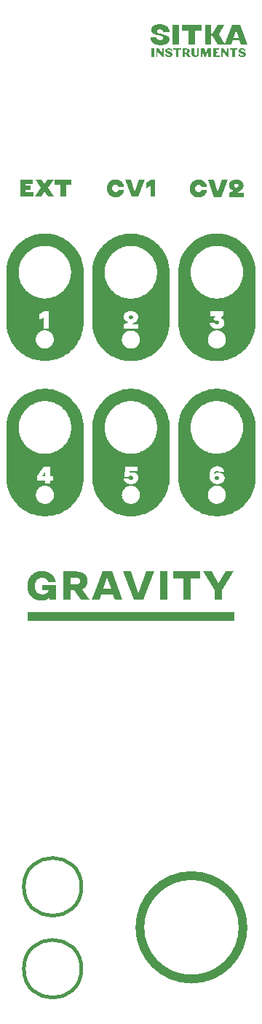
<source format=gbr>
%TF.GenerationSoftware,KiCad,Pcbnew,6.0.11-2627ca5db0~126~ubuntu22.04.1*%
%TF.CreationDate,2023-07-09T22:06:19+03:00*%
%TF.ProjectId,panel,70616e65-6c2e-46b6-9963-61645f706362,rev?*%
%TF.SameCoordinates,Original*%
%TF.FileFunction,Legend,Top*%
%TF.FilePolarity,Positive*%
%FSLAX46Y46*%
G04 Gerber Fmt 4.6, Leading zero omitted, Abs format (unit mm)*
G04 Created by KiCad (PCBNEW 6.0.11-2627ca5db0~126~ubuntu22.04.1) date 2023-07-09 22:06:19*
%MOMM*%
%LPD*%
G01*
G04 APERTURE LIST*
%ADD10C,0.000000*%
%ADD11C,1.000000*%
%ADD12C,0.450000*%
G04 APERTURE END LIST*
D10*
G36*
X63628528Y-51887472D02*
G01*
X62737110Y-51887472D01*
X62737110Y-52093661D01*
X63315369Y-52093661D01*
X63315369Y-52584587D01*
X62737110Y-52584587D01*
X62737110Y-52790776D01*
X63685373Y-52790776D01*
X63685373Y-53327177D01*
X62129912Y-53327177D01*
X62129912Y-51351587D01*
X63628528Y-51351587D01*
X63628528Y-51887472D01*
G37*
G36*
X75471581Y-52831111D02*
G01*
X75482433Y-52831111D01*
X75945454Y-51391922D01*
X76600194Y-51391922D01*
X75880858Y-53367512D01*
X75062304Y-53367512D01*
X74342451Y-51391922D01*
X75011144Y-51391922D01*
X75471581Y-52831111D01*
G37*
G36*
X81435903Y-36169405D02*
G01*
X81460054Y-36169712D01*
X81483547Y-36170632D01*
X81506382Y-36172166D01*
X81528561Y-36174314D01*
X81550082Y-36177076D01*
X81570946Y-36180451D01*
X81591153Y-36184441D01*
X81610703Y-36189045D01*
X81629595Y-36194262D01*
X81647831Y-36200094D01*
X81665409Y-36206541D01*
X81682329Y-36213601D01*
X81698593Y-36221276D01*
X81714199Y-36229566D01*
X81729148Y-36238470D01*
X81743440Y-36247989D01*
X81756967Y-36257885D01*
X81769622Y-36268265D01*
X81781405Y-36279130D01*
X81792314Y-36290479D01*
X81802351Y-36302313D01*
X81811515Y-36314631D01*
X81819807Y-36327434D01*
X81827225Y-36340722D01*
X81833771Y-36354494D01*
X81839444Y-36368752D01*
X81844245Y-36383494D01*
X81848172Y-36398722D01*
X81851227Y-36414435D01*
X81853409Y-36430633D01*
X81854718Y-36447316D01*
X81855155Y-36464484D01*
X81854971Y-36474246D01*
X81854420Y-36483878D01*
X81853502Y-36493381D01*
X81852216Y-36502754D01*
X81850564Y-36511999D01*
X81848545Y-36521114D01*
X81846159Y-36530100D01*
X81843407Y-36538957D01*
X81840289Y-36547684D01*
X81836804Y-36556282D01*
X81832954Y-36564751D01*
X81828737Y-36573090D01*
X81824155Y-36581301D01*
X81819207Y-36589382D01*
X81813894Y-36597333D01*
X81808215Y-36605155D01*
X81802219Y-36612649D01*
X81795955Y-36619959D01*
X81789422Y-36627085D01*
X81782620Y-36634029D01*
X81775550Y-36640789D01*
X81768211Y-36647366D01*
X81760602Y-36653760D01*
X81752725Y-36659971D01*
X81744578Y-36665999D01*
X81736162Y-36671843D01*
X81727477Y-36677505D01*
X81718522Y-36682983D01*
X81709297Y-36688278D01*
X81699802Y-36693390D01*
X81690037Y-36698319D01*
X81680002Y-36703065D01*
X81944778Y-37134774D01*
X81602764Y-37134774D01*
X81372465Y-36755522D01*
X81315901Y-36755522D01*
X81315901Y-37134774D01*
X81015234Y-37134774D01*
X81015234Y-36617612D01*
X81315901Y-36617612D01*
X81434484Y-36617612D01*
X81441963Y-36617461D01*
X81449226Y-36617007D01*
X81456274Y-36616251D01*
X81463107Y-36615193D01*
X81469725Y-36613832D01*
X81476127Y-36612170D01*
X81482314Y-36610206D01*
X81488285Y-36607940D01*
X81494041Y-36605372D01*
X81499581Y-36602502D01*
X81504905Y-36599332D01*
X81510013Y-36595860D01*
X81514906Y-36592086D01*
X81519583Y-36588012D01*
X81524043Y-36583637D01*
X81528288Y-36578961D01*
X81532463Y-36573843D01*
X81536369Y-36568489D01*
X81540006Y-36562898D01*
X81543373Y-36557071D01*
X81546471Y-36551007D01*
X81549299Y-36544706D01*
X81551858Y-36538168D01*
X81554148Y-36531394D01*
X81556168Y-36524382D01*
X81557919Y-36517134D01*
X81559401Y-36509648D01*
X81560613Y-36501925D01*
X81561556Y-36493965D01*
X81562229Y-36485767D01*
X81562633Y-36477332D01*
X81562768Y-36468660D01*
X81562633Y-36459991D01*
X81562229Y-36451571D01*
X81561556Y-36443398D01*
X81560613Y-36435473D01*
X81559401Y-36427796D01*
X81557919Y-36420367D01*
X81556168Y-36413186D01*
X81554148Y-36406252D01*
X81551858Y-36399566D01*
X81549299Y-36393128D01*
X81546471Y-36386938D01*
X81543373Y-36380995D01*
X81540006Y-36375301D01*
X81536369Y-36369854D01*
X81532463Y-36364655D01*
X81528288Y-36359704D01*
X81524042Y-36354861D01*
X81519580Y-36350330D01*
X81514903Y-36346112D01*
X81510010Y-36342206D01*
X81504901Y-36338612D01*
X81499576Y-36335331D01*
X81494036Y-36332362D01*
X81488280Y-36329706D01*
X81482309Y-36327362D01*
X81476122Y-36325331D01*
X81469721Y-36323612D01*
X81463104Y-36322205D01*
X81456271Y-36321111D01*
X81449224Y-36320330D01*
X81441962Y-36319861D01*
X81434484Y-36319705D01*
X81315901Y-36319705D01*
X81315901Y-36617612D01*
X81015234Y-36617612D01*
X81015234Y-36169406D01*
X81435903Y-36169405D01*
G37*
G36*
X64974699Y-51927262D02*
G01*
X65321965Y-51351587D01*
X66021664Y-51351587D01*
X65406715Y-52302433D01*
X66053186Y-53327177D01*
X65327649Y-53327177D01*
X64960747Y-52717395D01*
X64585576Y-53327177D01*
X63879676Y-53327177D01*
X64520464Y-52305534D01*
X63908098Y-51351587D01*
X64627950Y-51351587D01*
X64974699Y-51927262D01*
G37*
G36*
X80845607Y-36333509D02*
G01*
X80547766Y-36333509D01*
X80547766Y-37134774D01*
X80244338Y-37134774D01*
X80244338Y-36333509D01*
X79946431Y-36333509D01*
X79946431Y-36169406D01*
X80845607Y-36169406D01*
X80845607Y-36333509D01*
G37*
G36*
X83094708Y-97615455D02*
G01*
X81934571Y-97615455D01*
X81934571Y-100100574D01*
X81086045Y-100100574D01*
X81086045Y-97615455D01*
X79925910Y-97615455D01*
X79925910Y-96800000D01*
X83094708Y-96800000D01*
X83094708Y-97615455D01*
G37*
D11*
X88050000Y-138050000D02*
G75*
G03*
X88050000Y-138050000I-6000000J0D01*
G01*
D10*
G36*
X60856951Y-69635040D02*
G01*
X60776598Y-69430524D01*
X60706055Y-69221211D01*
X60645601Y-69007379D01*
X60607233Y-68840335D01*
X60595513Y-68789307D01*
X60556072Y-68567273D01*
X60527554Y-68341556D01*
X60510240Y-68112435D01*
X60504406Y-67880187D01*
X60504406Y-67636790D01*
X64371354Y-67636790D01*
X64850911Y-67340167D01*
X64850911Y-68612958D01*
X65429687Y-68612958D01*
X65429687Y-66637368D01*
X64935661Y-66637368D01*
X64371354Y-66984633D01*
X64371354Y-67636790D01*
X60504406Y-67636790D01*
X60504406Y-62112579D01*
X60504965Y-62090357D01*
X61939977Y-62090357D01*
X61943948Y-62247305D01*
X61955729Y-62402193D01*
X61975127Y-62554829D01*
X62001950Y-62705022D01*
X62036009Y-62852579D01*
X62077109Y-62997309D01*
X62125061Y-63139021D01*
X62179672Y-63277523D01*
X62240751Y-63412623D01*
X62308107Y-63544129D01*
X62381546Y-63671851D01*
X62460879Y-63795596D01*
X62545913Y-63915172D01*
X62636457Y-64030389D01*
X62732319Y-64141055D01*
X62833308Y-64246977D01*
X62939232Y-64347964D01*
X63049898Y-64443825D01*
X63165117Y-64534368D01*
X63284695Y-64619402D01*
X63408443Y-64698734D01*
X63536166Y-64772173D01*
X63667676Y-64839528D01*
X63802778Y-64900607D01*
X63941283Y-64955218D01*
X64082998Y-65003169D01*
X64227732Y-65044270D01*
X64375293Y-65078328D01*
X64525490Y-65105152D01*
X64678131Y-65124550D01*
X64833024Y-65136330D01*
X64989977Y-65140301D01*
X65146926Y-65136327D01*
X65301813Y-65124544D01*
X65454449Y-65105143D01*
X65604641Y-65078317D01*
X65752198Y-65044256D01*
X65896927Y-65003153D01*
X66038638Y-64955199D01*
X66177139Y-64900585D01*
X66312237Y-64839505D01*
X66443743Y-64772148D01*
X66571463Y-64698707D01*
X66695206Y-64619373D01*
X66814781Y-64534338D01*
X66929996Y-64443794D01*
X67040660Y-64347932D01*
X67146580Y-64246944D01*
X67247565Y-64141021D01*
X67343424Y-64030356D01*
X67433965Y-63915139D01*
X67518996Y-63795563D01*
X67598326Y-63671819D01*
X67671763Y-63544099D01*
X67739115Y-63412593D01*
X67800191Y-63277495D01*
X67854800Y-63138996D01*
X67902749Y-62997286D01*
X67943847Y-62852559D01*
X67977902Y-62705005D01*
X68004723Y-62554816D01*
X68024118Y-62402184D01*
X68035896Y-62247301D01*
X68039864Y-62090358D01*
X68035892Y-61933409D01*
X68024112Y-61778521D01*
X68004714Y-61625885D01*
X67977890Y-61475693D01*
X67943832Y-61328136D01*
X67902731Y-61183406D01*
X67854780Y-61041694D01*
X67800169Y-60903192D01*
X67739090Y-60768093D01*
X67671735Y-60636586D01*
X67598296Y-60508865D01*
X67518964Y-60385120D01*
X67433931Y-60265543D01*
X67343388Y-60150327D01*
X67247527Y-60039662D01*
X67146539Y-59933740D01*
X67040617Y-59832752D01*
X66929952Y-59736891D01*
X66814736Y-59646348D01*
X66695159Y-59561315D01*
X66571414Y-59481983D01*
X66443693Y-59408544D01*
X66312186Y-59341189D01*
X66177087Y-59280110D01*
X66038585Y-59225499D01*
X65896873Y-59177548D01*
X65752143Y-59136447D01*
X65604586Y-59102389D01*
X65454394Y-59075565D01*
X65301757Y-59056167D01*
X65146869Y-59044387D01*
X64989921Y-59040416D01*
X64989862Y-59040416D01*
X64832914Y-59044390D01*
X64678026Y-59056173D01*
X64525390Y-59075574D01*
X64375198Y-59102401D01*
X64227642Y-59136462D01*
X64082912Y-59177565D01*
X63941202Y-59225519D01*
X63802701Y-59280132D01*
X63667603Y-59341213D01*
X63536097Y-59408570D01*
X63408377Y-59482011D01*
X63284634Y-59561345D01*
X63165059Y-59646379D01*
X63049844Y-59736923D01*
X62939181Y-59832785D01*
X62833261Y-59933773D01*
X62732275Y-60039696D01*
X62636416Y-60150361D01*
X62545876Y-60265578D01*
X62460845Y-60385154D01*
X62381515Y-60508898D01*
X62308078Y-60636618D01*
X62240726Y-60768123D01*
X62179650Y-60903221D01*
X62125041Y-61041720D01*
X62077092Y-61183429D01*
X62035994Y-61328157D01*
X62001939Y-61475710D01*
X61975118Y-61625899D01*
X61955723Y-61778530D01*
X61943945Y-61933414D01*
X61939977Y-62090357D01*
X60504965Y-62090357D01*
X60510240Y-61880331D01*
X60527554Y-61651209D01*
X60556072Y-61425492D01*
X60595513Y-61203458D01*
X60645601Y-60985386D01*
X60706055Y-60771554D01*
X60776598Y-60562241D01*
X60856951Y-60357725D01*
X60946837Y-60158284D01*
X61045975Y-59964198D01*
X61154088Y-59775744D01*
X61270897Y-59593202D01*
X61396124Y-59416849D01*
X61529490Y-59246965D01*
X61670716Y-59083827D01*
X61819525Y-58927714D01*
X61975638Y-58778905D01*
X62138776Y-58637679D01*
X62308660Y-58504313D01*
X62485013Y-58379086D01*
X62667555Y-58262277D01*
X62856009Y-58154164D01*
X63050095Y-58055026D01*
X63249536Y-57965140D01*
X63454052Y-57884787D01*
X63663365Y-57814244D01*
X63877197Y-57753790D01*
X64095269Y-57703702D01*
X64317303Y-57664261D01*
X64543020Y-57635743D01*
X64772142Y-57618429D01*
X65004390Y-57612595D01*
X65236638Y-57618429D01*
X65465760Y-57635743D01*
X65691477Y-57664261D01*
X65913511Y-57703702D01*
X66131584Y-57753790D01*
X66345416Y-57814244D01*
X66554729Y-57884787D01*
X66759245Y-57965140D01*
X66958686Y-58055026D01*
X67152772Y-58154164D01*
X67341226Y-58262277D01*
X67523768Y-58379086D01*
X67700121Y-58504313D01*
X67870005Y-58637679D01*
X68033143Y-58778905D01*
X68189256Y-58927714D01*
X68338064Y-59083827D01*
X68479291Y-59246965D01*
X68612657Y-59416849D01*
X68737884Y-59593202D01*
X68854693Y-59775744D01*
X68962806Y-59964198D01*
X69061944Y-60158284D01*
X69151829Y-60357725D01*
X69232182Y-60562241D01*
X69302725Y-60771554D01*
X69363180Y-60985386D01*
X69413267Y-61203458D01*
X69452709Y-61425492D01*
X69481226Y-61651209D01*
X69498540Y-61880331D01*
X69504374Y-62112579D01*
X69504374Y-67880187D01*
X69498540Y-68112435D01*
X69481226Y-68341556D01*
X69452709Y-68567273D01*
X69413267Y-68789307D01*
X69363180Y-69007379D01*
X69302725Y-69221211D01*
X69232182Y-69430524D01*
X69151829Y-69635040D01*
X69061944Y-69834481D01*
X68962806Y-70028567D01*
X68854693Y-70217020D01*
X68737884Y-70399563D01*
X68612657Y-70575915D01*
X68479291Y-70745800D01*
X68338064Y-70908938D01*
X68189256Y-71065050D01*
X68033143Y-71213859D01*
X67870005Y-71355086D01*
X67700121Y-71488452D01*
X67523768Y-71613679D01*
X67341226Y-71730488D01*
X67152772Y-71838601D01*
X66958686Y-71937739D01*
X66759245Y-72027624D01*
X66554729Y-72107978D01*
X66345416Y-72178521D01*
X66131584Y-72238975D01*
X65913511Y-72289063D01*
X65691477Y-72328504D01*
X65465760Y-72357022D01*
X65236638Y-72374336D01*
X65004390Y-72380170D01*
X64772142Y-72374336D01*
X64543020Y-72357022D01*
X64317303Y-72328504D01*
X64095269Y-72289063D01*
X63877197Y-72238975D01*
X63663365Y-72178521D01*
X63454052Y-72107978D01*
X63249536Y-72027624D01*
X63050095Y-71937739D01*
X62856009Y-71838601D01*
X62667555Y-71730488D01*
X62485013Y-71613679D01*
X62308660Y-71488452D01*
X62138776Y-71355086D01*
X61975638Y-71213859D01*
X61819525Y-71065050D01*
X61670716Y-70908938D01*
X61529490Y-70745800D01*
X61396124Y-70575915D01*
X61270897Y-70399563D01*
X61154088Y-70217020D01*
X61045975Y-70028567D01*
X60975399Y-69890399D01*
X63939855Y-69890399D01*
X63941142Y-69942469D01*
X63944987Y-69994187D01*
X63951354Y-70045465D01*
X63960207Y-70096218D01*
X63971511Y-70146359D01*
X63985230Y-70195802D01*
X64001328Y-70244462D01*
X64019769Y-70292252D01*
X64040519Y-70339086D01*
X64063540Y-70384878D01*
X64088799Y-70429542D01*
X64116258Y-70472992D01*
X64145883Y-70515141D01*
X64177638Y-70555905D01*
X64211486Y-70595195D01*
X64247393Y-70632928D01*
X64285125Y-70668835D01*
X64324416Y-70702683D01*
X64365178Y-70734438D01*
X64407327Y-70764063D01*
X64450776Y-70791522D01*
X64495438Y-70816780D01*
X64541228Y-70839802D01*
X64588060Y-70860551D01*
X64635846Y-70878993D01*
X64684501Y-70895091D01*
X64733940Y-70908809D01*
X64784074Y-70920113D01*
X64834820Y-70928966D01*
X64886089Y-70935332D01*
X64937797Y-70939177D01*
X64989856Y-70940465D01*
X65041927Y-70939181D01*
X65093645Y-70935339D01*
X65144923Y-70928975D01*
X65195676Y-70920125D01*
X65245818Y-70908825D01*
X65295262Y-70895109D01*
X65343923Y-70879014D01*
X65391714Y-70860576D01*
X65438549Y-70839829D01*
X65484342Y-70816810D01*
X65529007Y-70791555D01*
X65572459Y-70764098D01*
X65614610Y-70734476D01*
X65655375Y-70702724D01*
X65694668Y-70668878D01*
X65732402Y-70632973D01*
X65768311Y-70595244D01*
X65802162Y-70555955D01*
X65833920Y-70515194D01*
X65863547Y-70473045D01*
X65891009Y-70429596D01*
X65916270Y-70384933D01*
X65939295Y-70339140D01*
X65960048Y-70292305D01*
X65978492Y-70244513D01*
X65994593Y-70195850D01*
X66008315Y-70146402D01*
X66019622Y-70096255D01*
X66028478Y-70045495D01*
X66034848Y-69994209D01*
X66038696Y-69942481D01*
X66039987Y-69890399D01*
X66038700Y-69838328D01*
X66034855Y-69786611D01*
X66028488Y-69735332D01*
X66019635Y-69684580D01*
X66008331Y-69634439D01*
X65994612Y-69584995D01*
X65978514Y-69536336D01*
X65960073Y-69488546D01*
X65939323Y-69441712D01*
X65916301Y-69395920D01*
X65891043Y-69351256D01*
X65863584Y-69307807D01*
X65833959Y-69265657D01*
X65802204Y-69224894D01*
X65768356Y-69185604D01*
X65732449Y-69147872D01*
X65694717Y-69111965D01*
X65655426Y-69078117D01*
X65614663Y-69046362D01*
X65572514Y-69016738D01*
X65529064Y-68989278D01*
X65484400Y-68964020D01*
X65438608Y-68940998D01*
X65391774Y-68920249D01*
X65343984Y-68901807D01*
X65295325Y-68885709D01*
X65245881Y-68871991D01*
X65195740Y-68860687D01*
X65144988Y-68851834D01*
X65093709Y-68845467D01*
X65041992Y-68841622D01*
X64989952Y-68840335D01*
X64937913Y-68841619D01*
X64886196Y-68845461D01*
X64834917Y-68851824D01*
X64784164Y-68860674D01*
X64734022Y-68871975D01*
X64684578Y-68885690D01*
X64635918Y-68901785D01*
X64588127Y-68920224D01*
X64541292Y-68940970D01*
X64495499Y-68963989D01*
X64450833Y-68989245D01*
X64407382Y-69016701D01*
X64365231Y-69046324D01*
X64324466Y-69078075D01*
X64285173Y-69111921D01*
X64247439Y-69147826D01*
X64211530Y-69185556D01*
X64177679Y-69224844D01*
X64145922Y-69265606D01*
X64116294Y-69307754D01*
X64088832Y-69351203D01*
X64063571Y-69395867D01*
X64040546Y-69441659D01*
X64019794Y-69488494D01*
X64001349Y-69536287D01*
X63985249Y-69584949D01*
X63971527Y-69634397D01*
X63960220Y-69684544D01*
X63951364Y-69735303D01*
X63944994Y-69786590D01*
X63941146Y-69838317D01*
X63939855Y-69890399D01*
X60975399Y-69890399D01*
X60946837Y-69834481D01*
X60856951Y-69635040D01*
G37*
G36*
X82372250Y-36730674D02*
G01*
X82372576Y-36751251D01*
X82372983Y-36761199D01*
X82373552Y-36770921D01*
X82374283Y-36780415D01*
X82375177Y-36789684D01*
X82376232Y-36798726D01*
X82377449Y-36807541D01*
X82378828Y-36816131D01*
X82380368Y-36824494D01*
X82382069Y-36832631D01*
X82383932Y-36840543D01*
X82385955Y-36848228D01*
X82388140Y-36855688D01*
X82390485Y-36862922D01*
X82392990Y-36869931D01*
X82395819Y-36876541D01*
X82398788Y-36882926D01*
X82401895Y-36889085D01*
X82405142Y-36895019D01*
X82408527Y-36900727D01*
X82412053Y-36906210D01*
X82415718Y-36911466D01*
X82419523Y-36916496D01*
X82423467Y-36921300D01*
X82427552Y-36925878D01*
X82431777Y-36930229D01*
X82436142Y-36934353D01*
X82440648Y-36938251D01*
X82445295Y-36941922D01*
X82450082Y-36945365D01*
X82455010Y-36948582D01*
X82460263Y-36951586D01*
X82465677Y-36954396D01*
X82471253Y-36957011D01*
X82476991Y-36959432D01*
X82482890Y-36961659D01*
X82488950Y-36963692D01*
X82495173Y-36965531D01*
X82501556Y-36967176D01*
X82508102Y-36968627D01*
X82514809Y-36969884D01*
X82521677Y-36970947D01*
X82528707Y-36971817D01*
X82535899Y-36972494D01*
X82543252Y-36972977D01*
X82550767Y-36973267D01*
X82558443Y-36973363D01*
X82565792Y-36973245D01*
X82573012Y-36972891D01*
X82580103Y-36972300D01*
X82587066Y-36971473D01*
X82593899Y-36970409D01*
X82600604Y-36969108D01*
X82607179Y-36967571D01*
X82613625Y-36965796D01*
X82619942Y-36963785D01*
X82626129Y-36961536D01*
X82632187Y-36959051D01*
X82638115Y-36956328D01*
X82643913Y-36953367D01*
X82649582Y-36950169D01*
X82655120Y-36946734D01*
X82660529Y-36943060D01*
X82665797Y-36938998D01*
X82670915Y-36934742D01*
X82675881Y-36930292D01*
X82680697Y-36925647D01*
X82685361Y-36920808D01*
X82689875Y-36915775D01*
X82694238Y-36910548D01*
X82698450Y-36905127D01*
X82702511Y-36899511D01*
X82706422Y-36893702D01*
X82710182Y-36887699D01*
X82713791Y-36881503D01*
X82717249Y-36875112D01*
X82720556Y-36868528D01*
X82723713Y-36861751D01*
X82726719Y-36854780D01*
X82729558Y-36847631D01*
X82732213Y-36840322D01*
X82734685Y-36832852D01*
X82736974Y-36825221D01*
X82739079Y-36817428D01*
X82741001Y-36809475D01*
X82742739Y-36801360D01*
X82744295Y-36793083D01*
X82745667Y-36784645D01*
X82746856Y-36776046D01*
X82747863Y-36767284D01*
X82748686Y-36758361D01*
X82749326Y-36749275D01*
X82749783Y-36740027D01*
X82750149Y-36721045D01*
X82750149Y-36169406D01*
X82919775Y-36169406D01*
X82919775Y-36729259D01*
X82919575Y-36745502D01*
X82918977Y-36761476D01*
X82917979Y-36777182D01*
X82916583Y-36792620D01*
X82914787Y-36807789D01*
X82912593Y-36822689D01*
X82910000Y-36837320D01*
X82907009Y-36851681D01*
X82903619Y-36865774D01*
X82899830Y-36879596D01*
X82895643Y-36893150D01*
X82891058Y-36906433D01*
X82886075Y-36919446D01*
X82880693Y-36932189D01*
X82874913Y-36944662D01*
X82868735Y-36956865D01*
X82862185Y-36968592D01*
X82855289Y-36979985D01*
X82848049Y-36991044D01*
X82840464Y-37001768D01*
X82832534Y-37012158D01*
X82824259Y-37022214D01*
X82815639Y-37031936D01*
X82806674Y-37041323D01*
X82797365Y-37050377D01*
X82787710Y-37059096D01*
X82777711Y-37067482D01*
X82767367Y-37075534D01*
X82756679Y-37083252D01*
X82745645Y-37090637D01*
X82734267Y-37097687D01*
X82722545Y-37104405D01*
X82710688Y-37110584D01*
X82698562Y-37116364D01*
X82686167Y-37121747D01*
X82673503Y-37126731D01*
X82660571Y-37131317D01*
X82647369Y-37135504D01*
X82633897Y-37139292D01*
X82620157Y-37142682D01*
X82606147Y-37145674D01*
X82591867Y-37148266D01*
X82577318Y-37150460D01*
X82562499Y-37152255D01*
X82547411Y-37153652D01*
X82532053Y-37154649D01*
X82516424Y-37155248D01*
X82500526Y-37155447D01*
X82484279Y-37155248D01*
X82468289Y-37154649D01*
X82452558Y-37153652D01*
X82437084Y-37152255D01*
X82421869Y-37150460D01*
X82406913Y-37148266D01*
X82392215Y-37145673D01*
X82377775Y-37142682D01*
X82363594Y-37139292D01*
X82349672Y-37135503D01*
X82336008Y-37131316D01*
X82322604Y-37126730D01*
X82309458Y-37121747D01*
X82296572Y-37116364D01*
X82283945Y-37110584D01*
X82271577Y-37104405D01*
X82259676Y-37097860D01*
X82248111Y-37090981D01*
X82236880Y-37083769D01*
X82225983Y-37076223D01*
X82215421Y-37068344D01*
X82205192Y-37060131D01*
X82195298Y-37051584D01*
X82185739Y-37042703D01*
X82176513Y-37033488D01*
X82167621Y-37023939D01*
X82159063Y-37014056D01*
X82150838Y-37003839D01*
X82142947Y-36993288D01*
X82135390Y-36982402D01*
X82128166Y-36971181D01*
X82121276Y-36959626D01*
X82114930Y-36947613D01*
X82108993Y-36935362D01*
X82103466Y-36922874D01*
X82098350Y-36910149D01*
X82093642Y-36897186D01*
X82089345Y-36883987D01*
X82085457Y-36870550D01*
X82081978Y-36856876D01*
X82078909Y-36842965D01*
X82076250Y-36828818D01*
X82073999Y-36814433D01*
X82072158Y-36799811D01*
X82070726Y-36784953D01*
X82069704Y-36769858D01*
X82069090Y-36754526D01*
X82068886Y-36738957D01*
X82068886Y-36169406D01*
X82372250Y-36169406D01*
X82372250Y-36730674D01*
G37*
G36*
X86411031Y-52037129D02*
G01*
X86411422Y-52015687D01*
X86412594Y-51994400D01*
X86414545Y-51973268D01*
X86417274Y-51952291D01*
X86420780Y-51931468D01*
X86425061Y-51910800D01*
X86430117Y-51890286D01*
X86435946Y-51869927D01*
X86442546Y-51849721D01*
X86449917Y-51829671D01*
X86458057Y-51809774D01*
X86466965Y-51790032D01*
X86476640Y-51770443D01*
X86487079Y-51751009D01*
X86498283Y-51731728D01*
X86510250Y-51712601D01*
X86522950Y-51693775D01*
X86536354Y-51675396D01*
X86550464Y-51657464D01*
X86565279Y-51639977D01*
X86580800Y-51622935D01*
X86597025Y-51606336D01*
X86613956Y-51590180D01*
X86631592Y-51574467D01*
X86649934Y-51559194D01*
X86668981Y-51544361D01*
X86688734Y-51529967D01*
X86709193Y-51516012D01*
X86730358Y-51502494D01*
X86752228Y-51489412D01*
X86774805Y-51476766D01*
X86798088Y-51464555D01*
X86822373Y-51452933D01*
X86847252Y-51442057D01*
X86872724Y-51431929D01*
X86898790Y-51422547D01*
X86925450Y-51413914D01*
X86952704Y-51406029D01*
X86980553Y-51398892D01*
X87008998Y-51392505D01*
X87038037Y-51386868D01*
X87067672Y-51381981D01*
X87097903Y-51377844D01*
X87128731Y-51374458D01*
X87160154Y-51371824D01*
X87192175Y-51369942D01*
X87224793Y-51368813D01*
X87258008Y-51368436D01*
X87288148Y-51368776D01*
X87317891Y-51369797D01*
X87347236Y-51371498D01*
X87376184Y-51373880D01*
X87404736Y-51376944D01*
X87432890Y-51380690D01*
X87460647Y-51385119D01*
X87488007Y-51390231D01*
X87514970Y-51396026D01*
X87541537Y-51402505D01*
X87567706Y-51409669D01*
X87593479Y-51417517D01*
X87618856Y-51426051D01*
X87643836Y-51435271D01*
X87668419Y-51445177D01*
X87692606Y-51455770D01*
X87716618Y-51466973D01*
X87739970Y-51478708D01*
X87762663Y-51490975D01*
X87784695Y-51503774D01*
X87806067Y-51517104D01*
X87826779Y-51530965D01*
X87846829Y-51545356D01*
X87866218Y-51560276D01*
X87884946Y-51575726D01*
X87903012Y-51591704D01*
X87920416Y-51608211D01*
X87937158Y-51625245D01*
X87953237Y-51642806D01*
X87968654Y-51660894D01*
X87983407Y-51679509D01*
X87997497Y-51698649D01*
X88010826Y-51718205D01*
X88023294Y-51738067D01*
X88034903Y-51758236D01*
X88045652Y-51778713D01*
X88055541Y-51799497D01*
X88064570Y-51820588D01*
X88072740Y-51841988D01*
X88080049Y-51863696D01*
X88086499Y-51885712D01*
X88092089Y-51908038D01*
X88096819Y-51930673D01*
X88100688Y-51953617D01*
X88103698Y-51976872D01*
X88105848Y-52000436D01*
X88107138Y-52024312D01*
X88107568Y-52048498D01*
X88107380Y-52064331D01*
X88106815Y-52080079D01*
X88105874Y-52095742D01*
X88104557Y-52111319D01*
X88102864Y-52126810D01*
X88100796Y-52142214D01*
X88098353Y-52157531D01*
X88095534Y-52172760D01*
X88092340Y-52187901D01*
X88088772Y-52202953D01*
X88084830Y-52217916D01*
X88080513Y-52232790D01*
X88075822Y-52247573D01*
X88070758Y-52262265D01*
X88065320Y-52276867D01*
X88059509Y-52291377D01*
X88053689Y-52305774D01*
X88047517Y-52320039D01*
X88040994Y-52334170D01*
X88034119Y-52348169D01*
X88026893Y-52362036D01*
X88019314Y-52375769D01*
X88011383Y-52389371D01*
X88003100Y-52402839D01*
X87994464Y-52416176D01*
X87985475Y-52429380D01*
X87976132Y-52442452D01*
X87966437Y-52455393D01*
X87956388Y-52468201D01*
X87945985Y-52480877D01*
X87935228Y-52493422D01*
X87924117Y-52505835D01*
X87912674Y-52517752D01*
X87900922Y-52529513D01*
X87888861Y-52541119D01*
X87876491Y-52552568D01*
X87863813Y-52563863D01*
X87850825Y-52575003D01*
X87823925Y-52596818D01*
X87795789Y-52618015D01*
X87766419Y-52638596D01*
X87735814Y-52658563D01*
X87703975Y-52677917D01*
X87700405Y-52680690D01*
X87696750Y-52683367D01*
X87693007Y-52685950D01*
X87689178Y-52688441D01*
X87685260Y-52690844D01*
X87681253Y-52693163D01*
X87677156Y-52695398D01*
X87672969Y-52697554D01*
X87638863Y-52714607D01*
X87348442Y-52863952D01*
X88124105Y-52863952D01*
X88124105Y-53386401D01*
X86447721Y-53386401D01*
X86447721Y-52915112D01*
X86992391Y-52635542D01*
X86978438Y-52635542D01*
X86976999Y-52634839D01*
X86975481Y-52634129D01*
X86973879Y-52633416D01*
X86972190Y-52632700D01*
X86970409Y-52631985D01*
X86968534Y-52631271D01*
X86966561Y-52630562D01*
X86964486Y-52629858D01*
X86940759Y-52625414D01*
X86917559Y-52620550D01*
X86894884Y-52615264D01*
X86872737Y-52609559D01*
X86851116Y-52603434D01*
X86830023Y-52596889D01*
X86809458Y-52589925D01*
X86789422Y-52582542D01*
X86769915Y-52574740D01*
X86750938Y-52566519D01*
X86732491Y-52557880D01*
X86714575Y-52548823D01*
X86697189Y-52539348D01*
X86680336Y-52529455D01*
X86664014Y-52519145D01*
X86648225Y-52508418D01*
X86633302Y-52497350D01*
X86618869Y-52486019D01*
X86604925Y-52474425D01*
X86591471Y-52462568D01*
X86578505Y-52450446D01*
X86566026Y-52438061D01*
X86554034Y-52425412D01*
X86542528Y-52412498D01*
X86531507Y-52399319D01*
X86520970Y-52385876D01*
X86510917Y-52372168D01*
X86501346Y-52358195D01*
X86492258Y-52343956D01*
X86483650Y-52329452D01*
X86475523Y-52314682D01*
X86467875Y-52299646D01*
X86461036Y-52284068D01*
X86454630Y-52268379D01*
X86448657Y-52252578D01*
X86443120Y-52236667D01*
X86438018Y-52220645D01*
X86433354Y-52204512D01*
X86429129Y-52188269D01*
X86425343Y-52171915D01*
X86421999Y-52155451D01*
X86419096Y-52138877D01*
X86416637Y-52122193D01*
X86414622Y-52105399D01*
X86413053Y-52088496D01*
X86411931Y-52071483D01*
X86411921Y-52071236D01*
X86998075Y-52071236D01*
X86998196Y-52078942D01*
X86998559Y-52086538D01*
X86999163Y-52094024D01*
X87000010Y-52101400D01*
X87001099Y-52108665D01*
X87002429Y-52115820D01*
X87004003Y-52122865D01*
X87005818Y-52129800D01*
X87007876Y-52136624D01*
X87010177Y-52143338D01*
X87012720Y-52149942D01*
X87015507Y-52156436D01*
X87018536Y-52162819D01*
X87021808Y-52169092D01*
X87025323Y-52175255D01*
X87029081Y-52181307D01*
X87033404Y-52187216D01*
X87037906Y-52192949D01*
X87042587Y-52198505D01*
X87047446Y-52203885D01*
X87052483Y-52209089D01*
X87057697Y-52214116D01*
X87063088Y-52218967D01*
X87068655Y-52223642D01*
X87074399Y-52228140D01*
X87080319Y-52232462D01*
X87086415Y-52236607D01*
X87092686Y-52240576D01*
X87099132Y-52244368D01*
X87105752Y-52247984D01*
X87112547Y-52251424D01*
X87119515Y-52254687D01*
X87126989Y-52257762D01*
X87134594Y-52260637D01*
X87142329Y-52263312D01*
X87150196Y-52265787D01*
X87158194Y-52268063D01*
X87166324Y-52270140D01*
X87174585Y-52272018D01*
X87182979Y-52273698D01*
X87191505Y-52275179D01*
X87200163Y-52276462D01*
X87208954Y-52277546D01*
X87217878Y-52278433D01*
X87226935Y-52279123D01*
X87236126Y-52279615D01*
X87245449Y-52279910D01*
X87254907Y-52280009D01*
X87264710Y-52279910D01*
X87274362Y-52279615D01*
X87283864Y-52279123D01*
X87293215Y-52278433D01*
X87302413Y-52277546D01*
X87311459Y-52276462D01*
X87320352Y-52275179D01*
X87329092Y-52273698D01*
X87337677Y-52272018D01*
X87346107Y-52270140D01*
X87354381Y-52268063D01*
X87362499Y-52265787D01*
X87370461Y-52263312D01*
X87378265Y-52260637D01*
X87385912Y-52257762D01*
X87393400Y-52254687D01*
X87400700Y-52251424D01*
X87407782Y-52247984D01*
X87414645Y-52244368D01*
X87421290Y-52240576D01*
X87427716Y-52236607D01*
X87433922Y-52232462D01*
X87439908Y-52228140D01*
X87445674Y-52223642D01*
X87451220Y-52218967D01*
X87456545Y-52214116D01*
X87461648Y-52209089D01*
X87466530Y-52203885D01*
X87471190Y-52198505D01*
X87475627Y-52192949D01*
X87479842Y-52187216D01*
X87483834Y-52181307D01*
X87487932Y-52175255D01*
X87491760Y-52169092D01*
X87495319Y-52162818D01*
X87498608Y-52156435D01*
X87501630Y-52149941D01*
X87504385Y-52143337D01*
X87506873Y-52136623D01*
X87509096Y-52129798D01*
X87511055Y-52122864D01*
X87512749Y-52115819D01*
X87514181Y-52108664D01*
X87515350Y-52101398D01*
X87516258Y-52094023D01*
X87516906Y-52086538D01*
X87517294Y-52078942D01*
X87517423Y-52071236D01*
X87517294Y-52063538D01*
X87516906Y-52055968D01*
X87516258Y-52048525D01*
X87515350Y-52041212D01*
X87514181Y-52034027D01*
X87512749Y-52026973D01*
X87511055Y-52020050D01*
X87509096Y-52013258D01*
X87506873Y-52006599D01*
X87504385Y-52000073D01*
X87501630Y-51993680D01*
X87498608Y-51987422D01*
X87495319Y-51981300D01*
X87491760Y-51975313D01*
X87487932Y-51969462D01*
X87483834Y-51963749D01*
X87479842Y-51957840D01*
X87475627Y-51952107D01*
X87471190Y-51946550D01*
X87466530Y-51941170D01*
X87461648Y-51935967D01*
X87456545Y-51930939D01*
X87451220Y-51926088D01*
X87445674Y-51921414D01*
X87439908Y-51916916D01*
X87433922Y-51912594D01*
X87427716Y-51908449D01*
X87421290Y-51904480D01*
X87414645Y-51900687D01*
X87407782Y-51897071D01*
X87400700Y-51893631D01*
X87393400Y-51890368D01*
X87385912Y-51887293D01*
X87378265Y-51884418D01*
X87370460Y-51881744D01*
X87362498Y-51879268D01*
X87354380Y-51876992D01*
X87346105Y-51874915D01*
X87337675Y-51873037D01*
X87329090Y-51871358D01*
X87320351Y-51869877D01*
X87311458Y-51868594D01*
X87302412Y-51867509D01*
X87293214Y-51866622D01*
X87283863Y-51865933D01*
X87274362Y-51865440D01*
X87264710Y-51865145D01*
X87254907Y-51865047D01*
X87245449Y-51865145D01*
X87236125Y-51865440D01*
X87226934Y-51865933D01*
X87217877Y-51866622D01*
X87208953Y-51867509D01*
X87200162Y-51868594D01*
X87191503Y-51869877D01*
X87182978Y-51871358D01*
X87174584Y-51873037D01*
X87166322Y-51874915D01*
X87158193Y-51876992D01*
X87150195Y-51879268D01*
X87142328Y-51881744D01*
X87134593Y-51884418D01*
X87126989Y-51887293D01*
X87119515Y-51890368D01*
X87112547Y-51893631D01*
X87105752Y-51897071D01*
X87099132Y-51900687D01*
X87092686Y-51904480D01*
X87086415Y-51908449D01*
X87080319Y-51912594D01*
X87074399Y-51916916D01*
X87068655Y-51921414D01*
X87063088Y-51926088D01*
X87057697Y-51930939D01*
X87052483Y-51935967D01*
X87047446Y-51941170D01*
X87042587Y-51946550D01*
X87037906Y-51952107D01*
X87033404Y-51957840D01*
X87029081Y-51963749D01*
X87025323Y-51969462D01*
X87021808Y-51975312D01*
X87018536Y-51981299D01*
X87015507Y-51987421D01*
X87012720Y-51993679D01*
X87010177Y-52000071D01*
X87007876Y-52006597D01*
X87005818Y-52013257D01*
X87004003Y-52020048D01*
X87002429Y-52026971D01*
X87001099Y-52034026D01*
X87000010Y-52041210D01*
X86999163Y-52048524D01*
X86998559Y-52055967D01*
X86998196Y-52063538D01*
X86998075Y-52071236D01*
X86411921Y-52071236D01*
X86411256Y-52054360D01*
X86411031Y-52037129D01*
G37*
G36*
X80873976Y-69644641D02*
G01*
X80793623Y-69440125D01*
X80723080Y-69230812D01*
X80662626Y-69016980D01*
X80624258Y-68849936D01*
X80612538Y-68798908D01*
X80573097Y-68576874D01*
X80544579Y-68351157D01*
X80527265Y-68122036D01*
X80522898Y-67948181D01*
X84166170Y-67948181D01*
X84167629Y-67974450D01*
X84169888Y-68000340D01*
X84172947Y-68025853D01*
X84176804Y-68050987D01*
X84181459Y-68075745D01*
X84186910Y-68100126D01*
X84193157Y-68124131D01*
X84200198Y-68147761D01*
X84208034Y-68171016D01*
X84216662Y-68193897D01*
X84226082Y-68216404D01*
X84236292Y-68238538D01*
X84247293Y-68260299D01*
X84259083Y-68281689D01*
X84271661Y-68302706D01*
X84285026Y-68323353D01*
X84299102Y-68343530D01*
X84313813Y-68363139D01*
X84329161Y-68382179D01*
X84345145Y-68400650D01*
X84361766Y-68418550D01*
X84379026Y-68435879D01*
X84396923Y-68452636D01*
X84415460Y-68468821D01*
X84434636Y-68484432D01*
X84454452Y-68499470D01*
X84474908Y-68513933D01*
X84496006Y-68527820D01*
X84517745Y-68541131D01*
X84540126Y-68553866D01*
X84563150Y-68566022D01*
X84586817Y-68577601D01*
X84611380Y-68588193D01*
X84636384Y-68598099D01*
X84661831Y-68607319D01*
X84687720Y-68615853D01*
X84714050Y-68623701D01*
X84740822Y-68630865D01*
X84768035Y-68637344D01*
X84795689Y-68643139D01*
X84823784Y-68648251D01*
X84852320Y-68652679D01*
X84881297Y-68656425D01*
X84910714Y-68659489D01*
X84940571Y-68661871D01*
X84970869Y-68663572D01*
X85001606Y-68664592D01*
X85032784Y-68664932D01*
X85063608Y-68664601D01*
X85093992Y-68663606D01*
X85123934Y-68661949D01*
X85153437Y-68659628D01*
X85182498Y-68656646D01*
X85211119Y-68653001D01*
X85239298Y-68648694D01*
X85267037Y-68643726D01*
X85294335Y-68638096D01*
X85321191Y-68631805D01*
X85347607Y-68624852D01*
X85373581Y-68617239D01*
X85399115Y-68608966D01*
X85424207Y-68600031D01*
X85448857Y-68590437D01*
X85473067Y-68580183D01*
X85496711Y-68568981D01*
X85519668Y-68557246D01*
X85541937Y-68544979D01*
X85563519Y-68532180D01*
X85584415Y-68518850D01*
X85604625Y-68504989D01*
X85624151Y-68490598D01*
X85642992Y-68475678D01*
X85661150Y-68460228D01*
X85678625Y-68444250D01*
X85695418Y-68427743D01*
X85711530Y-68410709D01*
X85726960Y-68393148D01*
X85741710Y-68375060D01*
X85755781Y-68356445D01*
X85769173Y-68337305D01*
X85782162Y-68317741D01*
X85794319Y-68297853D01*
X85805642Y-68277640D01*
X85816131Y-68257102D01*
X85825784Y-68236237D01*
X85834602Y-68215044D01*
X85842583Y-68193523D01*
X85849728Y-68171672D01*
X85856034Y-68149490D01*
X85861502Y-68126976D01*
X85866131Y-68104130D01*
X85869919Y-68080950D01*
X85872867Y-68057435D01*
X85874974Y-68033584D01*
X85876238Y-68009396D01*
X85876660Y-67984871D01*
X85876435Y-67966987D01*
X85875761Y-67949317D01*
X85874639Y-67931862D01*
X85873070Y-67914624D01*
X85871056Y-67897603D01*
X85868597Y-67880799D01*
X85865695Y-67864215D01*
X85862350Y-67847850D01*
X85858565Y-67831706D01*
X85854340Y-67815783D01*
X85849676Y-67800082D01*
X85844574Y-67784604D01*
X85839036Y-67769350D01*
X85833063Y-67754321D01*
X85826656Y-67739517D01*
X85819816Y-67724939D01*
X85812928Y-67710270D01*
X85805669Y-67695895D01*
X85798039Y-67681814D01*
X85790037Y-67668025D01*
X85781662Y-67654528D01*
X85772914Y-67641320D01*
X85763792Y-67628402D01*
X85754296Y-67615771D01*
X85744425Y-67603427D01*
X85734179Y-67591369D01*
X85723557Y-67579595D01*
X85712558Y-67568104D01*
X85701182Y-67556895D01*
X85689429Y-67545967D01*
X85677297Y-67535319D01*
X85664787Y-67524950D01*
X85651945Y-67514893D01*
X85638818Y-67505181D01*
X85625407Y-67495817D01*
X85611711Y-67486801D01*
X85597729Y-67478133D01*
X85583462Y-67469816D01*
X85568909Y-67461849D01*
X85554070Y-67454235D01*
X85538943Y-67446973D01*
X85523530Y-67440065D01*
X85507830Y-67433511D01*
X85491842Y-67427313D01*
X85475566Y-67421471D01*
X85459002Y-67415987D01*
X85442150Y-67410862D01*
X85425008Y-67406096D01*
X85421908Y-67406096D01*
X85421899Y-67405759D01*
X85421873Y-67405448D01*
X85421854Y-67405303D01*
X85421829Y-67405164D01*
X85421800Y-67405031D01*
X85421767Y-67404904D01*
X85421728Y-67404783D01*
X85421685Y-67404669D01*
X85421636Y-67404560D01*
X85421582Y-67404457D01*
X85421524Y-67404360D01*
X85421460Y-67404269D01*
X85421391Y-67404183D01*
X85421316Y-67404103D01*
X85421236Y-67404029D01*
X85421150Y-67403959D01*
X85421059Y-67403895D01*
X85420962Y-67403837D01*
X85420859Y-67403783D01*
X85420750Y-67403734D01*
X85420636Y-67403691D01*
X85420515Y-67403652D01*
X85420389Y-67403619D01*
X85420256Y-67403590D01*
X85420117Y-67403565D01*
X85419971Y-67403546D01*
X85419661Y-67403520D01*
X85419324Y-67403511D01*
X85413639Y-67403511D01*
X85780542Y-67135311D01*
X85780542Y-66646969D01*
X84236967Y-66646969D01*
X84236967Y-67169417D01*
X84961987Y-67169417D01*
X84550126Y-67465523D01*
X84820911Y-67812788D01*
X84863285Y-67781782D01*
X84872548Y-67775597D01*
X84881990Y-67769745D01*
X84891610Y-67764232D01*
X84901407Y-67759065D01*
X84911381Y-67754251D01*
X84921530Y-67749796D01*
X84931853Y-67745707D01*
X84942350Y-67741991D01*
X84953643Y-67738691D01*
X84964945Y-67735844D01*
X84976253Y-67733444D01*
X84987564Y-67731489D01*
X84998876Y-67729975D01*
X85010185Y-67728898D01*
X85021489Y-67728255D01*
X85032784Y-67728041D01*
X85045354Y-67728291D01*
X85057662Y-67729041D01*
X85069709Y-67730294D01*
X85081494Y-67732048D01*
X85093016Y-67734306D01*
X85104275Y-67737069D01*
X85115270Y-67740336D01*
X85126001Y-67744110D01*
X85136468Y-67748391D01*
X85146669Y-67753180D01*
X85156605Y-67758478D01*
X85166275Y-67764286D01*
X85175678Y-67770605D01*
X85184814Y-67777435D01*
X85193683Y-67784778D01*
X85202283Y-67792635D01*
X85210484Y-67800529D01*
X85218156Y-67808689D01*
X85225297Y-67817116D01*
X85231909Y-67825808D01*
X85237992Y-67834766D01*
X85243545Y-67843989D01*
X85248569Y-67853478D01*
X85253063Y-67863231D01*
X85257029Y-67873249D01*
X85260465Y-67883532D01*
X85263372Y-67894078D01*
X85265751Y-67904889D01*
X85267601Y-67915963D01*
X85268922Y-67927301D01*
X85269715Y-67938902D01*
X85269979Y-67950766D01*
X85269858Y-67958825D01*
X85269495Y-67966775D01*
X85268891Y-67974615D01*
X85268044Y-67982346D01*
X85266955Y-67989967D01*
X85265625Y-67997478D01*
X85264051Y-68004880D01*
X85262236Y-68012171D01*
X85260178Y-68019352D01*
X85257877Y-68026422D01*
X85255334Y-68033382D01*
X85252547Y-68040232D01*
X85249518Y-68046971D01*
X85246246Y-68053598D01*
X85242731Y-68060115D01*
X85238973Y-68066521D01*
X85234990Y-68072783D01*
X85230801Y-68078870D01*
X85226407Y-68084781D01*
X85221809Y-68090517D01*
X85217008Y-68096076D01*
X85212006Y-68101460D01*
X85206803Y-68106667D01*
X85201401Y-68111698D01*
X85195800Y-68116553D01*
X85190001Y-68121231D01*
X85184007Y-68125732D01*
X85177816Y-68130057D01*
X85171432Y-68134204D01*
X85164854Y-68138175D01*
X85158084Y-68141968D01*
X85151123Y-68145584D01*
X85144003Y-68149004D01*
X85136753Y-68152207D01*
X85129373Y-68155194D01*
X85121861Y-68157963D01*
X85114219Y-68160513D01*
X85106446Y-68162845D01*
X85098541Y-68164958D01*
X85090504Y-68166851D01*
X85082334Y-68168524D01*
X85074032Y-68169975D01*
X85065597Y-68171205D01*
X85057029Y-68172212D01*
X85048327Y-68172997D01*
X85039490Y-68173558D01*
X85030520Y-68173895D01*
X85021415Y-68174008D01*
X85012642Y-68173895D01*
X85003958Y-68173558D01*
X84995365Y-68172997D01*
X84986862Y-68172212D01*
X84978449Y-68171205D01*
X84970124Y-68169975D01*
X84961888Y-68168524D01*
X84953741Y-68166851D01*
X84945682Y-68164958D01*
X84937711Y-68162845D01*
X84929827Y-68160513D01*
X84922030Y-68157963D01*
X84914320Y-68155194D01*
X84906696Y-68152207D01*
X84899159Y-68149004D01*
X84891707Y-68145584D01*
X84884730Y-68141968D01*
X84877910Y-68138175D01*
X84871247Y-68134204D01*
X84864739Y-68130057D01*
X84858387Y-68125732D01*
X84852190Y-68121231D01*
X84846148Y-68116553D01*
X84840261Y-68111698D01*
X84834528Y-68106667D01*
X84828949Y-68101460D01*
X84823524Y-68096076D01*
X84818252Y-68090517D01*
X84813133Y-68084781D01*
X84808166Y-68078870D01*
X84803352Y-68072783D01*
X84798690Y-68066521D01*
X84794214Y-68060106D01*
X84789952Y-68053564D01*
X84785904Y-68046893D01*
X84782071Y-68040092D01*
X84778455Y-68033161D01*
X84775055Y-68026100D01*
X84771874Y-68018907D01*
X84768912Y-68011583D01*
X84766171Y-68004127D01*
X84763650Y-67996538D01*
X84761350Y-67988815D01*
X84759274Y-67980959D01*
X84757421Y-67972968D01*
X84755793Y-67964841D01*
X84754391Y-67956579D01*
X84753215Y-67948181D01*
X84166170Y-67948181D01*
X80522898Y-67948181D01*
X80521431Y-67889788D01*
X80521431Y-62122180D01*
X80521990Y-62099958D01*
X81957002Y-62099958D01*
X81960973Y-62256906D01*
X81972754Y-62411794D01*
X81992152Y-62564430D01*
X82018975Y-62714623D01*
X82053034Y-62862180D01*
X82094134Y-63006910D01*
X82142086Y-63148622D01*
X82196697Y-63287124D01*
X82257776Y-63422224D01*
X82325132Y-63553730D01*
X82398571Y-63681452D01*
X82477904Y-63805197D01*
X82562938Y-63924773D01*
X82653482Y-64039990D01*
X82749344Y-64150656D01*
X82850333Y-64256578D01*
X82956257Y-64357565D01*
X83066923Y-64453426D01*
X83182142Y-64543969D01*
X83301720Y-64629003D01*
X83425468Y-64708335D01*
X83553191Y-64781774D01*
X83684701Y-64849129D01*
X83819803Y-64910208D01*
X83958308Y-64964819D01*
X84100023Y-65012770D01*
X84244757Y-65053871D01*
X84392318Y-65087929D01*
X84542515Y-65114753D01*
X84695156Y-65134151D01*
X84850049Y-65145931D01*
X85007002Y-65149902D01*
X85163951Y-65145928D01*
X85318838Y-65134145D01*
X85471474Y-65114744D01*
X85621666Y-65087918D01*
X85769223Y-65053857D01*
X85913952Y-65012754D01*
X86055663Y-64964800D01*
X86194164Y-64910186D01*
X86329262Y-64849106D01*
X86460768Y-64781749D01*
X86588488Y-64708308D01*
X86712231Y-64628974D01*
X86831806Y-64543939D01*
X86947021Y-64453395D01*
X87057685Y-64357533D01*
X87163605Y-64256545D01*
X87264590Y-64150622D01*
X87360449Y-64039957D01*
X87450990Y-63924740D01*
X87536021Y-63805164D01*
X87615351Y-63681420D01*
X87688788Y-63553700D01*
X87756140Y-63422194D01*
X87817216Y-63287096D01*
X87871825Y-63148597D01*
X87919774Y-63006887D01*
X87960872Y-62862160D01*
X87994927Y-62714606D01*
X88021748Y-62564417D01*
X88041143Y-62411785D01*
X88052921Y-62256902D01*
X88056889Y-62099959D01*
X88052917Y-61943010D01*
X88041137Y-61788122D01*
X88021739Y-61635486D01*
X87994915Y-61485294D01*
X87960857Y-61337737D01*
X87919756Y-61193007D01*
X87871805Y-61051295D01*
X87817194Y-60912793D01*
X87756115Y-60777694D01*
X87688760Y-60646187D01*
X87615321Y-60518466D01*
X87535989Y-60394721D01*
X87450956Y-60275144D01*
X87360413Y-60159928D01*
X87264552Y-60049263D01*
X87163564Y-59943341D01*
X87057642Y-59842353D01*
X86946977Y-59746492D01*
X86831761Y-59655949D01*
X86712184Y-59570916D01*
X86588439Y-59491584D01*
X86460718Y-59418145D01*
X86329211Y-59350790D01*
X86194112Y-59289711D01*
X86055610Y-59235100D01*
X85913898Y-59187149D01*
X85769168Y-59146048D01*
X85621611Y-59111990D01*
X85471419Y-59085166D01*
X85318782Y-59065768D01*
X85163894Y-59053988D01*
X85006946Y-59050017D01*
X85006887Y-59050017D01*
X84849939Y-59053991D01*
X84695051Y-59065774D01*
X84542415Y-59085175D01*
X84392223Y-59112002D01*
X84244667Y-59146063D01*
X84099937Y-59187166D01*
X83958227Y-59235120D01*
X83819726Y-59289733D01*
X83684628Y-59350814D01*
X83553122Y-59418171D01*
X83425402Y-59491612D01*
X83301659Y-59570946D01*
X83182084Y-59655980D01*
X83066869Y-59746524D01*
X82956206Y-59842386D01*
X82850286Y-59943374D01*
X82749300Y-60049297D01*
X82653441Y-60159962D01*
X82562901Y-60275179D01*
X82477870Y-60394755D01*
X82398540Y-60518499D01*
X82325103Y-60646219D01*
X82257751Y-60777724D01*
X82196675Y-60912822D01*
X82142066Y-61051321D01*
X82094117Y-61193030D01*
X82053019Y-61337758D01*
X82018964Y-61485311D01*
X81992143Y-61635500D01*
X81972748Y-61788131D01*
X81960970Y-61943015D01*
X81957002Y-62099958D01*
X80521990Y-62099958D01*
X80527265Y-61889932D01*
X80544579Y-61660810D01*
X80573097Y-61435093D01*
X80612538Y-61213059D01*
X80662626Y-60994987D01*
X80723080Y-60781155D01*
X80793623Y-60571842D01*
X80873976Y-60367326D01*
X80963862Y-60167885D01*
X81063000Y-59973799D01*
X81171113Y-59785345D01*
X81287922Y-59602803D01*
X81413149Y-59426450D01*
X81546515Y-59256566D01*
X81687741Y-59093428D01*
X81836550Y-58937315D01*
X81992663Y-58788506D01*
X82155801Y-58647280D01*
X82325685Y-58513914D01*
X82502038Y-58388687D01*
X82684580Y-58271878D01*
X82873034Y-58163765D01*
X83067120Y-58064627D01*
X83266561Y-57974741D01*
X83471077Y-57894388D01*
X83680390Y-57823845D01*
X83894222Y-57763391D01*
X84112294Y-57713303D01*
X84334328Y-57673862D01*
X84560045Y-57645344D01*
X84789167Y-57628030D01*
X85021415Y-57622196D01*
X85253663Y-57628030D01*
X85482785Y-57645344D01*
X85708502Y-57673862D01*
X85930536Y-57713303D01*
X86148609Y-57763391D01*
X86362441Y-57823845D01*
X86571754Y-57894388D01*
X86776270Y-57974741D01*
X86975711Y-58064627D01*
X87169797Y-58163765D01*
X87358251Y-58271878D01*
X87540793Y-58388687D01*
X87717146Y-58513914D01*
X87887030Y-58647280D01*
X88050168Y-58788506D01*
X88206281Y-58937315D01*
X88355089Y-59093428D01*
X88496316Y-59256566D01*
X88629682Y-59426450D01*
X88754909Y-59602803D01*
X88871718Y-59785345D01*
X88979831Y-59973799D01*
X89078969Y-60167885D01*
X89168854Y-60367326D01*
X89249207Y-60571842D01*
X89319750Y-60781155D01*
X89380205Y-60994987D01*
X89430292Y-61213059D01*
X89469734Y-61435093D01*
X89498251Y-61660810D01*
X89515565Y-61889932D01*
X89521399Y-62122180D01*
X89521399Y-67889788D01*
X89515565Y-68122036D01*
X89498251Y-68351157D01*
X89469734Y-68576874D01*
X89430292Y-68798908D01*
X89380205Y-69016980D01*
X89319750Y-69230812D01*
X89249207Y-69440125D01*
X89168854Y-69644641D01*
X89078969Y-69844082D01*
X88979831Y-70038168D01*
X88871718Y-70226621D01*
X88754909Y-70409164D01*
X88629682Y-70585516D01*
X88496316Y-70755401D01*
X88355089Y-70918539D01*
X88206281Y-71074651D01*
X88050168Y-71223460D01*
X87887030Y-71364687D01*
X87717146Y-71498053D01*
X87540793Y-71623280D01*
X87358251Y-71740089D01*
X87169797Y-71848202D01*
X86975711Y-71947340D01*
X86776270Y-72037225D01*
X86571754Y-72117579D01*
X86362441Y-72188122D01*
X86148609Y-72248576D01*
X85930536Y-72298664D01*
X85708502Y-72338105D01*
X85482785Y-72366623D01*
X85253663Y-72383937D01*
X85021415Y-72389771D01*
X84789167Y-72383937D01*
X84560045Y-72366623D01*
X84334328Y-72338105D01*
X84112294Y-72298664D01*
X83894222Y-72248576D01*
X83680390Y-72188122D01*
X83471077Y-72117579D01*
X83266561Y-72037225D01*
X83067120Y-71947340D01*
X82873034Y-71848202D01*
X82684580Y-71740089D01*
X82502038Y-71623280D01*
X82325685Y-71498053D01*
X82155801Y-71364687D01*
X81992663Y-71223460D01*
X81836550Y-71074651D01*
X81687741Y-70918539D01*
X81546515Y-70755401D01*
X81413149Y-70585516D01*
X81287922Y-70409164D01*
X81171113Y-70226621D01*
X81063000Y-70038168D01*
X80992424Y-69900000D01*
X83956880Y-69900000D01*
X83958167Y-69952070D01*
X83962012Y-70003788D01*
X83968379Y-70055066D01*
X83977232Y-70105819D01*
X83988536Y-70155960D01*
X84002255Y-70205403D01*
X84018353Y-70254063D01*
X84036794Y-70301853D01*
X84057544Y-70348687D01*
X84080565Y-70394479D01*
X84105824Y-70439143D01*
X84133283Y-70482593D01*
X84162908Y-70524742D01*
X84194663Y-70565506D01*
X84228511Y-70604796D01*
X84264418Y-70642529D01*
X84302150Y-70678436D01*
X84341441Y-70712284D01*
X84382203Y-70744039D01*
X84424352Y-70773664D01*
X84467801Y-70801123D01*
X84512463Y-70826381D01*
X84558253Y-70849403D01*
X84605085Y-70870152D01*
X84652871Y-70888594D01*
X84701526Y-70904692D01*
X84750965Y-70918410D01*
X84801099Y-70929714D01*
X84851845Y-70938567D01*
X84903114Y-70944933D01*
X84954822Y-70948778D01*
X85006881Y-70950066D01*
X85058952Y-70948782D01*
X85110670Y-70944940D01*
X85161948Y-70938576D01*
X85212701Y-70929726D01*
X85262843Y-70918426D01*
X85312287Y-70904710D01*
X85360948Y-70888615D01*
X85408739Y-70870177D01*
X85455574Y-70849430D01*
X85501367Y-70826411D01*
X85546032Y-70801156D01*
X85589484Y-70773699D01*
X85631635Y-70744077D01*
X85672400Y-70712325D01*
X85711693Y-70678479D01*
X85749427Y-70642574D01*
X85785336Y-70604845D01*
X85819187Y-70565556D01*
X85850945Y-70524795D01*
X85880572Y-70482646D01*
X85908034Y-70439197D01*
X85933295Y-70394534D01*
X85956320Y-70348741D01*
X85977073Y-70301906D01*
X85995517Y-70254114D01*
X86011618Y-70205451D01*
X86025340Y-70156003D01*
X86036647Y-70105856D01*
X86045503Y-70055096D01*
X86051873Y-70003810D01*
X86055721Y-69952082D01*
X86057012Y-69900000D01*
X86055725Y-69847929D01*
X86051880Y-69796212D01*
X86045513Y-69744933D01*
X86036660Y-69694181D01*
X86025356Y-69644040D01*
X86011637Y-69594596D01*
X85995539Y-69545937D01*
X85977098Y-69498147D01*
X85956348Y-69451313D01*
X85933326Y-69405521D01*
X85908068Y-69360857D01*
X85880609Y-69317408D01*
X85850984Y-69275258D01*
X85819229Y-69234495D01*
X85785381Y-69195205D01*
X85749474Y-69157473D01*
X85711742Y-69121566D01*
X85672451Y-69087718D01*
X85631688Y-69055963D01*
X85589539Y-69026339D01*
X85546089Y-68998879D01*
X85501425Y-68973621D01*
X85455633Y-68950599D01*
X85408799Y-68929850D01*
X85361009Y-68911408D01*
X85312350Y-68895310D01*
X85262906Y-68881592D01*
X85212765Y-68870288D01*
X85162013Y-68861435D01*
X85110734Y-68855068D01*
X85059017Y-68851223D01*
X85006977Y-68849936D01*
X84954938Y-68851220D01*
X84903221Y-68855062D01*
X84851942Y-68861425D01*
X84801189Y-68870275D01*
X84751047Y-68881576D01*
X84701603Y-68895291D01*
X84652943Y-68911386D01*
X84605152Y-68929825D01*
X84558317Y-68950571D01*
X84512524Y-68973590D01*
X84467858Y-68998846D01*
X84424407Y-69026302D01*
X84382256Y-69055925D01*
X84341491Y-69087676D01*
X84302198Y-69121522D01*
X84264464Y-69157427D01*
X84228555Y-69195157D01*
X84194704Y-69234445D01*
X84162947Y-69275207D01*
X84133319Y-69317355D01*
X84105857Y-69360804D01*
X84080596Y-69405468D01*
X84057571Y-69451260D01*
X84036819Y-69498095D01*
X84018374Y-69545888D01*
X84002274Y-69594550D01*
X83988552Y-69643998D01*
X83977245Y-69694145D01*
X83968389Y-69744904D01*
X83962019Y-69796191D01*
X83958171Y-69847918D01*
X83956880Y-69900000D01*
X80992424Y-69900000D01*
X80963862Y-69844082D01*
X80873976Y-69644641D01*
G37*
G36*
X70866685Y-69653167D02*
G01*
X70786332Y-69448651D01*
X70715789Y-69239338D01*
X70655335Y-69025506D01*
X70616967Y-68858462D01*
X70605247Y-68807434D01*
X70565806Y-68585400D01*
X70537288Y-68359683D01*
X70519974Y-68130562D01*
X70514140Y-67898314D01*
X70514140Y-67282330D01*
X74157329Y-67282330D01*
X74157554Y-67299561D01*
X74158228Y-67316683D01*
X74159350Y-67333696D01*
X74160919Y-67350600D01*
X74162933Y-67367394D01*
X74165392Y-67384077D01*
X74168294Y-67400652D01*
X74171638Y-67417116D01*
X74175424Y-67433469D01*
X74179649Y-67449713D01*
X74184313Y-67465845D01*
X74189414Y-67481867D01*
X74194952Y-67497779D01*
X74200925Y-67513579D01*
X74207332Y-67529268D01*
X74214173Y-67544846D01*
X74221820Y-67559882D01*
X74229948Y-67574653D01*
X74238556Y-67589157D01*
X74247644Y-67603396D01*
X74257215Y-67617369D01*
X74267268Y-67631077D01*
X74277805Y-67644520D01*
X74288826Y-67657699D01*
X74300332Y-67670612D01*
X74312324Y-67683262D01*
X74324803Y-67695647D01*
X74337769Y-67707768D01*
X74351223Y-67719626D01*
X74365167Y-67731220D01*
X74379600Y-67742551D01*
X74394524Y-67753619D01*
X74410312Y-67764346D01*
X74426634Y-67774656D01*
X74443487Y-67784549D01*
X74460872Y-67794024D01*
X74478789Y-67803081D01*
X74497236Y-67811720D01*
X74516213Y-67819941D01*
X74535720Y-67827743D01*
X74555756Y-67835126D01*
X74576321Y-67842090D01*
X74597414Y-67848635D01*
X74619035Y-67854760D01*
X74641183Y-67860465D01*
X74663857Y-67865750D01*
X74687058Y-67870615D01*
X74710784Y-67875059D01*
X74714832Y-67876391D01*
X74716707Y-67877022D01*
X74718487Y-67877642D01*
X74720177Y-67878263D01*
X74721779Y-67878894D01*
X74723298Y-67879545D01*
X74724736Y-67880226D01*
X74739206Y-67880226D01*
X74194019Y-68159796D01*
X74194019Y-68631085D01*
X75870920Y-68631085D01*
X75870920Y-68109152D01*
X75094740Y-68109152D01*
X75385161Y-67959292D01*
X75419268Y-67942755D01*
X75423455Y-67940576D01*
X75427551Y-67938282D01*
X75431557Y-67935881D01*
X75435475Y-67933383D01*
X75439305Y-67930796D01*
X75443047Y-67928131D01*
X75446703Y-67925396D01*
X75450273Y-67922600D01*
X75466346Y-67912999D01*
X75482112Y-67903246D01*
X75497568Y-67893339D01*
X75512716Y-67883279D01*
X75527556Y-67873065D01*
X75542086Y-67862698D01*
X75556309Y-67852176D01*
X75570222Y-67841500D01*
X75583827Y-67830670D01*
X75597123Y-67819685D01*
X75610110Y-67808546D01*
X75622789Y-67797251D01*
X75635159Y-67785801D01*
X75647220Y-67774196D01*
X75658972Y-67762434D01*
X75670415Y-67750517D01*
X75681526Y-67738104D01*
X75692283Y-67725560D01*
X75702686Y-67712883D01*
X75712735Y-67700075D01*
X75722431Y-67687135D01*
X75731773Y-67674063D01*
X75740762Y-67660859D01*
X75749398Y-67647523D01*
X75757681Y-67634054D01*
X75765612Y-67620453D01*
X75773191Y-67606719D01*
X75780417Y-67592853D01*
X75787292Y-67578854D01*
X75793815Y-67564722D01*
X75799987Y-67550458D01*
X75805807Y-67536061D01*
X75811618Y-67521557D01*
X75817056Y-67506972D01*
X75822120Y-67492305D01*
X75826811Y-67477555D01*
X75831127Y-67462720D01*
X75835070Y-67447801D01*
X75838638Y-67432795D01*
X75841831Y-67417702D01*
X75844650Y-67402521D01*
X75847094Y-67387251D01*
X75849162Y-67371891D01*
X75850855Y-67356439D01*
X75852172Y-67340895D01*
X75853113Y-67325258D01*
X75853678Y-67309526D01*
X75853866Y-67293700D01*
X75853436Y-67269508D01*
X75852146Y-67245616D01*
X75849996Y-67222026D01*
X75846986Y-67198738D01*
X75843116Y-67175754D01*
X75838387Y-67153076D01*
X75832797Y-67130703D01*
X75826347Y-67108638D01*
X75819038Y-67086882D01*
X75810869Y-67065435D01*
X75801839Y-67044300D01*
X75791950Y-67023477D01*
X75781201Y-67002967D01*
X75769593Y-66982772D01*
X75757124Y-66962893D01*
X75743796Y-66943331D01*
X75729706Y-66924197D01*
X75714952Y-66905600D01*
X75699536Y-66887537D01*
X75683456Y-66870009D01*
X75666714Y-66853014D01*
X75649310Y-66836551D01*
X75631244Y-66820620D01*
X75612516Y-66805218D01*
X75593127Y-66790346D01*
X75573077Y-66776002D01*
X75552365Y-66762185D01*
X75530994Y-66748894D01*
X75508961Y-66736128D01*
X75486269Y-66723886D01*
X75462917Y-66712167D01*
X75438905Y-66700970D01*
X75414718Y-66690371D01*
X75390134Y-66680449D01*
X75365154Y-66671204D01*
X75339778Y-66662637D01*
X75314005Y-66654749D01*
X75287835Y-66647542D01*
X75261269Y-66641016D01*
X75234305Y-66635172D01*
X75206945Y-66630012D01*
X75179188Y-66625537D01*
X75151034Y-66621747D01*
X75122483Y-66618644D01*
X75093534Y-66616229D01*
X75064189Y-66614502D01*
X75034446Y-66613465D01*
X75004306Y-66613119D01*
X74971091Y-66613496D01*
X74938473Y-66614626D01*
X74906452Y-66616508D01*
X74875029Y-66619142D01*
X74844201Y-66622528D01*
X74813970Y-66626664D01*
X74784335Y-66631552D01*
X74755296Y-66637189D01*
X74726851Y-66643576D01*
X74699002Y-66650713D01*
X74671748Y-66658598D01*
X74645088Y-66667231D01*
X74619022Y-66676613D01*
X74593550Y-66686741D01*
X74568671Y-66697617D01*
X74544386Y-66709238D01*
X74521103Y-66721456D01*
X74498526Y-66734118D01*
X74476656Y-66747225D01*
X74455491Y-66760776D01*
X74435032Y-66774771D01*
X74415279Y-66789208D01*
X74396232Y-66804088D01*
X74377890Y-66819409D01*
X74360254Y-66835171D01*
X74343323Y-66851373D01*
X74327098Y-66868016D01*
X74311578Y-66885097D01*
X74296763Y-66902617D01*
X74282653Y-66920575D01*
X74269248Y-66938970D01*
X74256548Y-66957802D01*
X74244582Y-66976929D01*
X74233378Y-66996210D01*
X74222938Y-67015644D01*
X74213263Y-67035233D01*
X74204355Y-67054975D01*
X74196215Y-67074872D01*
X74188844Y-67094923D01*
X74182244Y-67115128D01*
X74176415Y-67135487D01*
X74171359Y-67156001D01*
X74167077Y-67176669D01*
X74163571Y-67197492D01*
X74160842Y-67218469D01*
X74158891Y-67239601D01*
X74157720Y-67260888D01*
X74157329Y-67282330D01*
X70514140Y-67282330D01*
X70514140Y-62130706D01*
X70514699Y-62108484D01*
X71949711Y-62108484D01*
X71953682Y-62265432D01*
X71965463Y-62420320D01*
X71984861Y-62572956D01*
X72011684Y-62723149D01*
X72045743Y-62870706D01*
X72086843Y-63015436D01*
X72134795Y-63157148D01*
X72189406Y-63295650D01*
X72250485Y-63430750D01*
X72317841Y-63562256D01*
X72391280Y-63689978D01*
X72470613Y-63813723D01*
X72555647Y-63933299D01*
X72646191Y-64048516D01*
X72742053Y-64159182D01*
X72843042Y-64265104D01*
X72948966Y-64366091D01*
X73059632Y-64461952D01*
X73174851Y-64552495D01*
X73294429Y-64637529D01*
X73418177Y-64716861D01*
X73545900Y-64790300D01*
X73677410Y-64857655D01*
X73812512Y-64918734D01*
X73951017Y-64973345D01*
X74092732Y-65021296D01*
X74237466Y-65062397D01*
X74385027Y-65096455D01*
X74535224Y-65123279D01*
X74687865Y-65142677D01*
X74842758Y-65154457D01*
X74999711Y-65158428D01*
X75156660Y-65154454D01*
X75311547Y-65142671D01*
X75464183Y-65123270D01*
X75614375Y-65096444D01*
X75761932Y-65062383D01*
X75906661Y-65021280D01*
X76048372Y-64973326D01*
X76186873Y-64918712D01*
X76321971Y-64857632D01*
X76453477Y-64790275D01*
X76581197Y-64716834D01*
X76704940Y-64637500D01*
X76824515Y-64552465D01*
X76939730Y-64461921D01*
X77050394Y-64366059D01*
X77156314Y-64265071D01*
X77257299Y-64159148D01*
X77353158Y-64048483D01*
X77443699Y-63933266D01*
X77528730Y-63813690D01*
X77608060Y-63689946D01*
X77681497Y-63562226D01*
X77748849Y-63430720D01*
X77809925Y-63295622D01*
X77864534Y-63157123D01*
X77912483Y-63015413D01*
X77953581Y-62870686D01*
X77987636Y-62723132D01*
X78014457Y-62572943D01*
X78033852Y-62420311D01*
X78045630Y-62265428D01*
X78049598Y-62108485D01*
X78045626Y-61951536D01*
X78033846Y-61796648D01*
X78014448Y-61644012D01*
X77987624Y-61493820D01*
X77953566Y-61346263D01*
X77912465Y-61201533D01*
X77864514Y-61059821D01*
X77809903Y-60921319D01*
X77748824Y-60786220D01*
X77681469Y-60654713D01*
X77608030Y-60526992D01*
X77528698Y-60403247D01*
X77443665Y-60283670D01*
X77353122Y-60168454D01*
X77257261Y-60057789D01*
X77156273Y-59951867D01*
X77050351Y-59850879D01*
X76939686Y-59755018D01*
X76824470Y-59664475D01*
X76704893Y-59579442D01*
X76581148Y-59500110D01*
X76453427Y-59426671D01*
X76321920Y-59359316D01*
X76186821Y-59298237D01*
X76048319Y-59243626D01*
X75906607Y-59195675D01*
X75761877Y-59154574D01*
X75614320Y-59120516D01*
X75464128Y-59093692D01*
X75311491Y-59074294D01*
X75156603Y-59062514D01*
X74999655Y-59058543D01*
X74999596Y-59058543D01*
X74842648Y-59062517D01*
X74687760Y-59074300D01*
X74535124Y-59093701D01*
X74384932Y-59120528D01*
X74237376Y-59154589D01*
X74092646Y-59195692D01*
X73950936Y-59243646D01*
X73812435Y-59298259D01*
X73677337Y-59359340D01*
X73545831Y-59426697D01*
X73418111Y-59500138D01*
X73294368Y-59579472D01*
X73174793Y-59664506D01*
X73059578Y-59755050D01*
X72948915Y-59850912D01*
X72842995Y-59951900D01*
X72742009Y-60057823D01*
X72646150Y-60168488D01*
X72555610Y-60283705D01*
X72470579Y-60403281D01*
X72391249Y-60527025D01*
X72317812Y-60654745D01*
X72250460Y-60786250D01*
X72189384Y-60921348D01*
X72134775Y-61059847D01*
X72086826Y-61201556D01*
X72045728Y-61346284D01*
X72011673Y-61493837D01*
X71984852Y-61644026D01*
X71965457Y-61796657D01*
X71953679Y-61951541D01*
X71949711Y-62108484D01*
X70514699Y-62108484D01*
X70519974Y-61898458D01*
X70537288Y-61669336D01*
X70565806Y-61443619D01*
X70605247Y-61221585D01*
X70655335Y-61003513D01*
X70715789Y-60789681D01*
X70786332Y-60580368D01*
X70866685Y-60375852D01*
X70956571Y-60176411D01*
X71055709Y-59982325D01*
X71163822Y-59793871D01*
X71280631Y-59611329D01*
X71405858Y-59434976D01*
X71539224Y-59265092D01*
X71680450Y-59101954D01*
X71829259Y-58945841D01*
X71985372Y-58797032D01*
X72148510Y-58655806D01*
X72318394Y-58522440D01*
X72494747Y-58397213D01*
X72677289Y-58280404D01*
X72865743Y-58172291D01*
X73059829Y-58073153D01*
X73259270Y-57983267D01*
X73463786Y-57902914D01*
X73673099Y-57832371D01*
X73886931Y-57771917D01*
X74105003Y-57721829D01*
X74327037Y-57682388D01*
X74552754Y-57653870D01*
X74781876Y-57636556D01*
X75014124Y-57630722D01*
X75246372Y-57636556D01*
X75475494Y-57653870D01*
X75701211Y-57682388D01*
X75923245Y-57721829D01*
X76141318Y-57771917D01*
X76355150Y-57832371D01*
X76564463Y-57902914D01*
X76768979Y-57983267D01*
X76968420Y-58073153D01*
X77162506Y-58172291D01*
X77350960Y-58280404D01*
X77533502Y-58397213D01*
X77709855Y-58522440D01*
X77879739Y-58655806D01*
X78042877Y-58797032D01*
X78198990Y-58945841D01*
X78347798Y-59101954D01*
X78489025Y-59265092D01*
X78622391Y-59434976D01*
X78747618Y-59611329D01*
X78864427Y-59793871D01*
X78972540Y-59982325D01*
X79071678Y-60176411D01*
X79161563Y-60375852D01*
X79241916Y-60580368D01*
X79312459Y-60789681D01*
X79372914Y-61003513D01*
X79423001Y-61221585D01*
X79462443Y-61443619D01*
X79490960Y-61669336D01*
X79508274Y-61898458D01*
X79514108Y-62130706D01*
X79514108Y-67898314D01*
X79508274Y-68130562D01*
X79490960Y-68359683D01*
X79462443Y-68585400D01*
X79423001Y-68807434D01*
X79372914Y-69025506D01*
X79312459Y-69239338D01*
X79241916Y-69448651D01*
X79161563Y-69653167D01*
X79071678Y-69852608D01*
X78972540Y-70046694D01*
X78864427Y-70235147D01*
X78747618Y-70417690D01*
X78622391Y-70594042D01*
X78489025Y-70763927D01*
X78347798Y-70927065D01*
X78198990Y-71083177D01*
X78042877Y-71231986D01*
X77879739Y-71373213D01*
X77709855Y-71506579D01*
X77533502Y-71631806D01*
X77350960Y-71748615D01*
X77162506Y-71856728D01*
X76968420Y-71955866D01*
X76768979Y-72045751D01*
X76564463Y-72126105D01*
X76355150Y-72196648D01*
X76141318Y-72257102D01*
X75923245Y-72307190D01*
X75701211Y-72346631D01*
X75475494Y-72375149D01*
X75246372Y-72392463D01*
X75014124Y-72398297D01*
X74781876Y-72392463D01*
X74552754Y-72375149D01*
X74327037Y-72346631D01*
X74105003Y-72307190D01*
X73886931Y-72257102D01*
X73673099Y-72196648D01*
X73463786Y-72126105D01*
X73259270Y-72045751D01*
X73059829Y-71955866D01*
X72865743Y-71856728D01*
X72677289Y-71748615D01*
X72494747Y-71631806D01*
X72318394Y-71506579D01*
X72148510Y-71373213D01*
X71985372Y-71231986D01*
X71829259Y-71083177D01*
X71680450Y-70927065D01*
X71539224Y-70763927D01*
X71405858Y-70594042D01*
X71280631Y-70417690D01*
X71163822Y-70235147D01*
X71055709Y-70046694D01*
X70985133Y-69908526D01*
X73949589Y-69908526D01*
X73950876Y-69960596D01*
X73954721Y-70012314D01*
X73961088Y-70063592D01*
X73969941Y-70114345D01*
X73981245Y-70164486D01*
X73994964Y-70213929D01*
X74011062Y-70262589D01*
X74029503Y-70310379D01*
X74050253Y-70357213D01*
X74073274Y-70403005D01*
X74098533Y-70447669D01*
X74125992Y-70491119D01*
X74155617Y-70533268D01*
X74187372Y-70574032D01*
X74221220Y-70613322D01*
X74257127Y-70651055D01*
X74294859Y-70686962D01*
X74334150Y-70720810D01*
X74374912Y-70752565D01*
X74417061Y-70782190D01*
X74460510Y-70809649D01*
X74505172Y-70834907D01*
X74550962Y-70857929D01*
X74597794Y-70878678D01*
X74645580Y-70897120D01*
X74694235Y-70913218D01*
X74743674Y-70926936D01*
X74793808Y-70938240D01*
X74844554Y-70947093D01*
X74895823Y-70953459D01*
X74947531Y-70957304D01*
X74999590Y-70958592D01*
X75051661Y-70957308D01*
X75103379Y-70953466D01*
X75154657Y-70947102D01*
X75205410Y-70938252D01*
X75255552Y-70926952D01*
X75304996Y-70913236D01*
X75353657Y-70897141D01*
X75401448Y-70878703D01*
X75448283Y-70857956D01*
X75494076Y-70834937D01*
X75538741Y-70809682D01*
X75582193Y-70782225D01*
X75624344Y-70752603D01*
X75665109Y-70720851D01*
X75704402Y-70687005D01*
X75742136Y-70651100D01*
X75778045Y-70613371D01*
X75811896Y-70574082D01*
X75843654Y-70533321D01*
X75873281Y-70491172D01*
X75900743Y-70447723D01*
X75926004Y-70403060D01*
X75949029Y-70357267D01*
X75969782Y-70310432D01*
X75988226Y-70262640D01*
X76004327Y-70213977D01*
X76018049Y-70164529D01*
X76029356Y-70114382D01*
X76038212Y-70063622D01*
X76044582Y-70012336D01*
X76048430Y-69960608D01*
X76049721Y-69908526D01*
X76048434Y-69856455D01*
X76044589Y-69804738D01*
X76038222Y-69753459D01*
X76029369Y-69702707D01*
X76018065Y-69652566D01*
X76004346Y-69603122D01*
X75988248Y-69554463D01*
X75969807Y-69506673D01*
X75949057Y-69459839D01*
X75926035Y-69414047D01*
X75900777Y-69369383D01*
X75873318Y-69325934D01*
X75843693Y-69283784D01*
X75811938Y-69243021D01*
X75778090Y-69203731D01*
X75742183Y-69165999D01*
X75704451Y-69130092D01*
X75665160Y-69096244D01*
X75624397Y-69064489D01*
X75582248Y-69034865D01*
X75538798Y-69007405D01*
X75494134Y-68982147D01*
X75448342Y-68959125D01*
X75401508Y-68938376D01*
X75353718Y-68919934D01*
X75305059Y-68903836D01*
X75255615Y-68890118D01*
X75205474Y-68878814D01*
X75154722Y-68869961D01*
X75103443Y-68863594D01*
X75051726Y-68859749D01*
X74999686Y-68858462D01*
X74947647Y-68859746D01*
X74895930Y-68863588D01*
X74844651Y-68869951D01*
X74793898Y-68878801D01*
X74743756Y-68890102D01*
X74694312Y-68903817D01*
X74645652Y-68919912D01*
X74597861Y-68938351D01*
X74551026Y-68959097D01*
X74505233Y-68982116D01*
X74460567Y-69007372D01*
X74417116Y-69034828D01*
X74374965Y-69064451D01*
X74334200Y-69096202D01*
X74294907Y-69130048D01*
X74257173Y-69165953D01*
X74221264Y-69203683D01*
X74187413Y-69242971D01*
X74155656Y-69283733D01*
X74126028Y-69325881D01*
X74098566Y-69369330D01*
X74073305Y-69413994D01*
X74050280Y-69459786D01*
X74029528Y-69506621D01*
X74011083Y-69554414D01*
X73994983Y-69603076D01*
X73981261Y-69652524D01*
X73969954Y-69702671D01*
X73961098Y-69753430D01*
X73954728Y-69804717D01*
X73950880Y-69856444D01*
X73949589Y-69908526D01*
X70985133Y-69908526D01*
X70956571Y-69852608D01*
X70866685Y-69653167D01*
G37*
G36*
X83750000Y-36750000D02*
G01*
X83941712Y-36169406D01*
X84327834Y-36169406D01*
X84327834Y-37134775D01*
X84028581Y-37134775D01*
X84028581Y-36370749D01*
X83767911Y-37134775D01*
X83583134Y-37134775D01*
X83325227Y-36381791D01*
X83325227Y-37134775D01*
X83158360Y-37134775D01*
X83158360Y-36169406D01*
X83555524Y-36169406D01*
X83750000Y-36750000D01*
G37*
G36*
X87948021Y-36148808D02*
G01*
X87961758Y-36149244D01*
X87975344Y-36149971D01*
X87988779Y-36150990D01*
X88002063Y-36152299D01*
X88015197Y-36153899D01*
X88028180Y-36155790D01*
X88041011Y-36157972D01*
X88053693Y-36160445D01*
X88066223Y-36163209D01*
X88078602Y-36166264D01*
X88090831Y-36169609D01*
X88102909Y-36173246D01*
X88114836Y-36177173D01*
X88126612Y-36181391D01*
X88138237Y-36185900D01*
X88149830Y-36190711D01*
X88161165Y-36195835D01*
X88172241Y-36201271D01*
X88183060Y-36207020D01*
X88193620Y-36213081D01*
X88203922Y-36219455D01*
X88213965Y-36226142D01*
X88223750Y-36233141D01*
X88233277Y-36240452D01*
X88242544Y-36248076D01*
X88251553Y-36256012D01*
X88260303Y-36264260D01*
X88268795Y-36272821D01*
X88277027Y-36281694D01*
X88285000Y-36290879D01*
X88292714Y-36300376D01*
X88300106Y-36309998D01*
X88307110Y-36319899D01*
X88313727Y-36330080D01*
X88319956Y-36340540D01*
X88325797Y-36351281D01*
X88331251Y-36362301D01*
X88336317Y-36373602D01*
X88340996Y-36385183D01*
X88345287Y-36397044D01*
X88349191Y-36409185D01*
X88352708Y-36421607D01*
X88355837Y-36434309D01*
X88358579Y-36447292D01*
X88360934Y-36460555D01*
X88362902Y-36474099D01*
X88364483Y-36487923D01*
X88189335Y-36487923D01*
X88186916Y-36476535D01*
X88184141Y-36465472D01*
X88181009Y-36454733D01*
X88177521Y-36444318D01*
X88173676Y-36434228D01*
X88169476Y-36424460D01*
X88164920Y-36415017D01*
X88160008Y-36405897D01*
X88154741Y-36397100D01*
X88149118Y-36388626D01*
X88143140Y-36380475D01*
X88136807Y-36372647D01*
X88130118Y-36365142D01*
X88123076Y-36357958D01*
X88115678Y-36351097D01*
X88107926Y-36344558D01*
X88099867Y-36338212D01*
X88091551Y-36332273D01*
X88082977Y-36326743D01*
X88074146Y-36321622D01*
X88065056Y-36316910D01*
X88055708Y-36312607D01*
X88046101Y-36308713D01*
X88036237Y-36305228D01*
X88026113Y-36302152D01*
X88015731Y-36299486D01*
X88005090Y-36297230D01*
X87994190Y-36295384D01*
X87983031Y-36293948D01*
X87971612Y-36292922D01*
X87959934Y-36292306D01*
X87947996Y-36292100D01*
X87939051Y-36292231D01*
X87930147Y-36292621D01*
X87921285Y-36293271D01*
X87912466Y-36294179D01*
X87903690Y-36295346D01*
X87894958Y-36296771D01*
X87886270Y-36298452D01*
X87877627Y-36300390D01*
X87873527Y-36301473D01*
X87869504Y-36302653D01*
X87865557Y-36303929D01*
X87861686Y-36305303D01*
X87857891Y-36306773D01*
X87854173Y-36308340D01*
X87850530Y-36310004D01*
X87846962Y-36311765D01*
X87843470Y-36313624D01*
X87840054Y-36315579D01*
X87836712Y-36317631D01*
X87833446Y-36319780D01*
X87830254Y-36322026D01*
X87827138Y-36324369D01*
X87824095Y-36326809D01*
X87821127Y-36329346D01*
X87818460Y-36331808D01*
X87815964Y-36334368D01*
X87813639Y-36337024D01*
X87811485Y-36339778D01*
X87809502Y-36342630D01*
X87807691Y-36345578D01*
X87806051Y-36348623D01*
X87804583Y-36351766D01*
X87803287Y-36355005D01*
X87802163Y-36358341D01*
X87801212Y-36361774D01*
X87800434Y-36365304D01*
X87799828Y-36368930D01*
X87799394Y-36372654D01*
X87799135Y-36376473D01*
X87799048Y-36380389D01*
X87799139Y-36384322D01*
X87799413Y-36388189D01*
X87799871Y-36391992D01*
X87800511Y-36395730D01*
X87801334Y-36399403D01*
X87802340Y-36403011D01*
X87803529Y-36406554D01*
X87804901Y-36410033D01*
X87806457Y-36413447D01*
X87808195Y-36416797D01*
X87810117Y-36420082D01*
X87812223Y-36423302D01*
X87814511Y-36426458D01*
X87816983Y-36429550D01*
X87819639Y-36432577D01*
X87822478Y-36435540D01*
X87825635Y-36438449D01*
X87828899Y-36441316D01*
X87832271Y-36444140D01*
X87835751Y-36446923D01*
X87839339Y-36449663D01*
X87843034Y-36452360D01*
X87846837Y-36455014D01*
X87850747Y-36457625D01*
X87854765Y-36460193D01*
X87858891Y-36462718D01*
X87867466Y-36467638D01*
X87876472Y-36472383D01*
X87885908Y-36476952D01*
X87896123Y-36481198D01*
X87907462Y-36485659D01*
X87919925Y-36490336D01*
X87933509Y-36495229D01*
X87964038Y-36505660D01*
X87999037Y-36516952D01*
X87999393Y-36516957D01*
X87999746Y-36516972D01*
X88000097Y-36516998D01*
X88000446Y-36517033D01*
X88000793Y-36517079D01*
X88001139Y-36517136D01*
X88001483Y-36517203D01*
X88001825Y-36517281D01*
X88002167Y-36517369D01*
X88002508Y-36517468D01*
X88002847Y-36517578D01*
X88003186Y-36517699D01*
X88003525Y-36517830D01*
X88003863Y-36517973D01*
X88004200Y-36518127D01*
X88004538Y-36518292D01*
X88004877Y-36518298D01*
X88005217Y-36518315D01*
X88005560Y-36518345D01*
X88005904Y-36518386D01*
X88006249Y-36518438D01*
X88006595Y-36518501D01*
X88006941Y-36518575D01*
X88007288Y-36518661D01*
X88007635Y-36518756D01*
X88007982Y-36518863D01*
X88008328Y-36518979D01*
X88008673Y-36519106D01*
X88009017Y-36519243D01*
X88009359Y-36519390D01*
X88009700Y-36519546D01*
X88010039Y-36519712D01*
X88015540Y-36522472D01*
X88016042Y-36522477D01*
X88016538Y-36522492D01*
X88017025Y-36522517D01*
X88017504Y-36522553D01*
X88017974Y-36522599D01*
X88018435Y-36522656D01*
X88018886Y-36522723D01*
X88019328Y-36522800D01*
X88019758Y-36522889D01*
X88020178Y-36522988D01*
X88020586Y-36523098D01*
X88020982Y-36523218D01*
X88021366Y-36523350D01*
X88021738Y-36523493D01*
X88022096Y-36523647D01*
X88022440Y-36523812D01*
X88049806Y-36532474D01*
X88076049Y-36541223D01*
X88101171Y-36550059D01*
X88125172Y-36558980D01*
X88148053Y-36567988D01*
X88169814Y-36577082D01*
X88190456Y-36586262D01*
X88209978Y-36595528D01*
X88219353Y-36600112D01*
X88228512Y-36604901D01*
X88237454Y-36609895D01*
X88246181Y-36615093D01*
X88254692Y-36620496D01*
X88262986Y-36626104D01*
X88271066Y-36631916D01*
X88278929Y-36637933D01*
X88286577Y-36644154D01*
X88294010Y-36650581D01*
X88301227Y-36657212D01*
X88308228Y-36664048D01*
X88315015Y-36671088D01*
X88321586Y-36678334D01*
X88327943Y-36685784D01*
X88334084Y-36693439D01*
X88340096Y-36701326D01*
X88345720Y-36709472D01*
X88350955Y-36717877D01*
X88355803Y-36726540D01*
X88360262Y-36735463D01*
X88364333Y-36744644D01*
X88368016Y-36754084D01*
X88371311Y-36763782D01*
X88374218Y-36773739D01*
X88376738Y-36783955D01*
X88378869Y-36794429D01*
X88380613Y-36805161D01*
X88381970Y-36816152D01*
X88382938Y-36827401D01*
X88383519Y-36838909D01*
X88383713Y-36850674D01*
X88383487Y-36862967D01*
X88382809Y-36875022D01*
X88381678Y-36886840D01*
X88380095Y-36898419D01*
X88378060Y-36909762D01*
X88375573Y-36920867D01*
X88372633Y-36931735D01*
X88369240Y-36942366D01*
X88365395Y-36952759D01*
X88361097Y-36962916D01*
X88356347Y-36972836D01*
X88351144Y-36982519D01*
X88345488Y-36991966D01*
X88339379Y-37001176D01*
X88332817Y-37010150D01*
X88325802Y-37018887D01*
X88318406Y-37027205D01*
X88310697Y-37035265D01*
X88302676Y-37043067D01*
X88294342Y-37050611D01*
X88285697Y-37057896D01*
X88276739Y-37064924D01*
X88267468Y-37071693D01*
X88257886Y-37078203D01*
X88247991Y-37084456D01*
X88237784Y-37090449D01*
X88227264Y-37096184D01*
X88216432Y-37101659D01*
X88205287Y-37106876D01*
X88193831Y-37111834D01*
X88182061Y-37116533D01*
X88169979Y-37120972D01*
X88157654Y-37125147D01*
X88145156Y-37129053D01*
X88132485Y-37132689D01*
X88119642Y-37136056D01*
X88093438Y-37141982D01*
X88066543Y-37146831D01*
X88038959Y-37150602D01*
X88010685Y-37153295D01*
X87981723Y-37154911D01*
X87952071Y-37155450D01*
X87937159Y-37155299D01*
X87922419Y-37154845D01*
X87907851Y-37154089D01*
X87893456Y-37153031D01*
X87879232Y-37151670D01*
X87865181Y-37150008D01*
X87851303Y-37148043D01*
X87837597Y-37145777D01*
X87824063Y-37143209D01*
X87810702Y-37140340D01*
X87797513Y-37137169D01*
X87784497Y-37133696D01*
X87771654Y-37129923D01*
X87758984Y-37125848D01*
X87746486Y-37121472D01*
X87734162Y-37116796D01*
X87722067Y-37111818D01*
X87710263Y-37106540D01*
X87698751Y-37100960D01*
X87687530Y-37095078D01*
X87676600Y-37088895D01*
X87665962Y-37082411D01*
X87655614Y-37075625D01*
X87645558Y-37068538D01*
X87635792Y-37061149D01*
X87626318Y-37053458D01*
X87617134Y-37045465D01*
X87608242Y-37037171D01*
X87599640Y-37028574D01*
X87591329Y-37019676D01*
X87583309Y-37010476D01*
X87575579Y-37000973D01*
X87568187Y-36991007D01*
X87561184Y-36980761D01*
X87554570Y-36970235D01*
X87548344Y-36959429D01*
X87542506Y-36948344D01*
X87537057Y-36936978D01*
X87531995Y-36925332D01*
X87527321Y-36913407D01*
X87523034Y-36901201D01*
X87519135Y-36888715D01*
X87515623Y-36875948D01*
X87512497Y-36862902D01*
X87509758Y-36849575D01*
X87507406Y-36835968D01*
X87505439Y-36822081D01*
X87503859Y-36807913D01*
X87673485Y-36807913D01*
X87674966Y-36815945D01*
X87676652Y-36823837D01*
X87678543Y-36831589D01*
X87680640Y-36839202D01*
X87682941Y-36846674D01*
X87685447Y-36854007D01*
X87688159Y-36861199D01*
X87691074Y-36868252D01*
X87694195Y-36875164D01*
X87697520Y-36881937D01*
X87701050Y-36888569D01*
X87704785Y-36895061D01*
X87708723Y-36901413D01*
X87712867Y-36907625D01*
X87717214Y-36913696D01*
X87721766Y-36919627D01*
X87726491Y-36925403D01*
X87731357Y-36931005D01*
X87736361Y-36936436D01*
X87741506Y-36941694D01*
X87746791Y-36946780D01*
X87752215Y-36951693D01*
X87757779Y-36956434D01*
X87763483Y-36961002D01*
X87769327Y-36965399D01*
X87775311Y-36969622D01*
X87781435Y-36973674D01*
X87787699Y-36977552D01*
X87794103Y-36981259D01*
X87800647Y-36984793D01*
X87807332Y-36988155D01*
X87814156Y-36991344D01*
X87821256Y-36994182D01*
X87828420Y-36996837D01*
X87835649Y-36999309D01*
X87842942Y-37001597D01*
X87850300Y-37003703D01*
X87857723Y-37005625D01*
X87865209Y-37007364D01*
X87872761Y-37008920D01*
X87880377Y-37010294D01*
X87888058Y-37011483D01*
X87895803Y-37012490D01*
X87903613Y-37013314D01*
X87911488Y-37013955D01*
X87919428Y-37014412D01*
X87927432Y-37014687D01*
X87935501Y-37014778D01*
X87944536Y-37014687D01*
X87953365Y-37014413D01*
X87961991Y-37013955D01*
X87970412Y-37013315D01*
X87978628Y-37012491D01*
X87986640Y-37011485D01*
X87994448Y-37010295D01*
X88002050Y-37008922D01*
X88009448Y-37007366D01*
X88016642Y-37005627D01*
X88023630Y-37003705D01*
X88030414Y-37001599D01*
X88036992Y-36999310D01*
X88043366Y-36996838D01*
X88049535Y-36994183D01*
X88055498Y-36991344D01*
X88061177Y-36988149D01*
X88066490Y-36984770D01*
X88071438Y-36981207D01*
X88076020Y-36977460D01*
X88080237Y-36973530D01*
X88084088Y-36969417D01*
X88087572Y-36965120D01*
X88090691Y-36960639D01*
X88093443Y-36955976D01*
X88095829Y-36951130D01*
X88097848Y-36946100D01*
X88099500Y-36940888D01*
X88100785Y-36935494D01*
X88101704Y-36929916D01*
X88102255Y-36924156D01*
X88102438Y-36918214D01*
X88102346Y-36913781D01*
X88102069Y-36909446D01*
X88101608Y-36905208D01*
X88100963Y-36901069D01*
X88100134Y-36897026D01*
X88099121Y-36893081D01*
X88097925Y-36889233D01*
X88096545Y-36885482D01*
X88094982Y-36881828D01*
X88093236Y-36878271D01*
X88091307Y-36874811D01*
X88089196Y-36871447D01*
X88086902Y-36868180D01*
X88084426Y-36865009D01*
X88081768Y-36861934D01*
X88078928Y-36858956D01*
X88076090Y-36855879D01*
X88073091Y-36852857D01*
X88069930Y-36849888D01*
X88066609Y-36846973D01*
X88063126Y-36844111D01*
X88059482Y-36841304D01*
X88055677Y-36838550D01*
X88051710Y-36835850D01*
X88047582Y-36833204D01*
X88043291Y-36830612D01*
X88038839Y-36828074D01*
X88034226Y-36825590D01*
X88029450Y-36823161D01*
X88024512Y-36820785D01*
X88019412Y-36818463D01*
X88014149Y-36816196D01*
X88003202Y-36811582D01*
X87991049Y-36806707D01*
X87963127Y-36796176D01*
X87930379Y-36784611D01*
X87892804Y-36772021D01*
X87891404Y-36772021D01*
X87864058Y-36762755D01*
X87837875Y-36753574D01*
X87812854Y-36744480D01*
X87788997Y-36735473D01*
X87766303Y-36726551D01*
X87744774Y-36717716D01*
X87724410Y-36708967D01*
X87705212Y-36700304D01*
X87696156Y-36695888D01*
X87687263Y-36691256D01*
X87678532Y-36686410D01*
X87669964Y-36681349D01*
X87661558Y-36676072D01*
X87653315Y-36670581D01*
X87645233Y-36664874D01*
X87637313Y-36658952D01*
X87629555Y-36652814D01*
X87621958Y-36646461D01*
X87614523Y-36639892D01*
X87607248Y-36633107D01*
X87600135Y-36626107D01*
X87593182Y-36618890D01*
X87586390Y-36611457D01*
X87579759Y-36603808D01*
X87573580Y-36595916D01*
X87567799Y-36587755D01*
X87562416Y-36579324D01*
X87557432Y-36570625D01*
X87552847Y-36561657D01*
X87548660Y-36552419D01*
X87544871Y-36542912D01*
X87541482Y-36533135D01*
X87538491Y-36523090D01*
X87535899Y-36512775D01*
X87533705Y-36502190D01*
X87531910Y-36491336D01*
X87530514Y-36480212D01*
X87529517Y-36468819D01*
X87528919Y-36457157D01*
X87528719Y-36445224D01*
X87528945Y-36432607D01*
X87529624Y-36420270D01*
X87530755Y-36408213D01*
X87532338Y-36396435D01*
X87534374Y-36384937D01*
X87536862Y-36373718D01*
X87539802Y-36362780D01*
X87543195Y-36352121D01*
X87547041Y-36341743D01*
X87551339Y-36331645D01*
X87556089Y-36321827D01*
X87561292Y-36312290D01*
X87566948Y-36303033D01*
X87573056Y-36294056D01*
X87579616Y-36285360D01*
X87586629Y-36276945D01*
X87594171Y-36268644D01*
X87601972Y-36260634D01*
X87610032Y-36252915D01*
X87618351Y-36245486D01*
X87626928Y-36238349D01*
X87635764Y-36231502D01*
X87644859Y-36224947D01*
X87654212Y-36218682D01*
X87663824Y-36212708D01*
X87673695Y-36207025D01*
X87683824Y-36201633D01*
X87694211Y-36196532D01*
X87704857Y-36191721D01*
X87715761Y-36187201D01*
X87726924Y-36182972D01*
X87738345Y-36179034D01*
X87761918Y-36171921D01*
X87785750Y-36165754D01*
X87809841Y-36160534D01*
X87834189Y-36156262D01*
X87858796Y-36152939D01*
X87883661Y-36150564D01*
X87908784Y-36149139D01*
X87934166Y-36148664D01*
X87934134Y-36148662D01*
X87948021Y-36148808D01*
G37*
G36*
X86196487Y-36707240D02*
G01*
X86196487Y-36169406D01*
X86356484Y-36169406D01*
X86356484Y-37160970D01*
X86178575Y-37160970D01*
X85660066Y-36474181D01*
X85660066Y-37134775D01*
X85498654Y-37134775D01*
X85498654Y-36169406D01*
X85802082Y-36169406D01*
X86196487Y-36707240D01*
G37*
G36*
X83252634Y-34112269D02*
G01*
X82474802Y-34112269D01*
X82474802Y-35727459D01*
X81746668Y-35727459D01*
X81746668Y-34112269D01*
X80968837Y-34112269D01*
X80968837Y-33410599D01*
X83252634Y-33410599D01*
X83252634Y-34112269D01*
G37*
G36*
X70872096Y-87647357D02*
G01*
X70791743Y-87442841D01*
X70721200Y-87233528D01*
X70660746Y-87019696D01*
X70622378Y-86852652D01*
X70610658Y-86801624D01*
X70571217Y-86579590D01*
X70542699Y-86353873D01*
X70525385Y-86124752D01*
X70522926Y-86026861D01*
X74167391Y-86026861D01*
X74168835Y-86048965D01*
X74171053Y-86070825D01*
X74174042Y-86092443D01*
X74177804Y-86113817D01*
X74182339Y-86134949D01*
X74187645Y-86155838D01*
X74193724Y-86176484D01*
X74200574Y-86196888D01*
X74208196Y-86217049D01*
X74216589Y-86236968D01*
X74225754Y-86256644D01*
X74235691Y-86276078D01*
X74246398Y-86295269D01*
X74257876Y-86314219D01*
X74270126Y-86332926D01*
X74283146Y-86351391D01*
X74296846Y-86369493D01*
X74311136Y-86387112D01*
X74326017Y-86404248D01*
X74341489Y-86420900D01*
X74357553Y-86437068D01*
X74374210Y-86452752D01*
X74391461Y-86467951D01*
X74409307Y-86482665D01*
X74427748Y-86496895D01*
X74446785Y-86510639D01*
X74466419Y-86523898D01*
X74486650Y-86536671D01*
X74507480Y-86548958D01*
X74528909Y-86560758D01*
X74550938Y-86572072D01*
X74573568Y-86582899D01*
X74597041Y-86593153D01*
X74620891Y-86602747D01*
X74645118Y-86611682D01*
X74669721Y-86619955D01*
X74694702Y-86627568D01*
X74720058Y-86634521D01*
X74745790Y-86640812D01*
X74771897Y-86646442D01*
X74798379Y-86651410D01*
X74825235Y-86655717D01*
X74852465Y-86659362D01*
X74880069Y-86662344D01*
X74908047Y-86664665D01*
X74936397Y-86666322D01*
X74965119Y-86667317D01*
X74994214Y-86667648D01*
X75026098Y-86667286D01*
X75057543Y-86666198D01*
X75088550Y-86664385D01*
X75119118Y-86661846D01*
X75149247Y-86658580D01*
X75178936Y-86654588D01*
X75208185Y-86649869D01*
X75236993Y-86644423D01*
X75265360Y-86638249D01*
X75293286Y-86631347D01*
X75320770Y-86623717D01*
X75347812Y-86615359D01*
X75374411Y-86606272D01*
X75400567Y-86596455D01*
X75426280Y-86585909D01*
X75451550Y-86574633D01*
X75476240Y-86562701D01*
X75500216Y-86550190D01*
X75523481Y-86537101D01*
X75546034Y-86523434D01*
X75567877Y-86509191D01*
X75589011Y-86494372D01*
X75609437Y-86478978D01*
X75629157Y-86463010D01*
X75648171Y-86446469D01*
X75666481Y-86429355D01*
X75684087Y-86411670D01*
X75700991Y-86393414D01*
X75717194Y-86374588D01*
X75732698Y-86355193D01*
X75747502Y-86335230D01*
X75761609Y-86314699D01*
X75774938Y-86293700D01*
X75787406Y-86272328D01*
X75799015Y-86250584D01*
X75809764Y-86228467D01*
X75819653Y-86205978D01*
X75828682Y-86183114D01*
X75836852Y-86159877D01*
X75844161Y-86136266D01*
X75850611Y-86112279D01*
X75856201Y-86087917D01*
X75860931Y-86063180D01*
X75864800Y-86038067D01*
X75867810Y-86012577D01*
X75869960Y-85986710D01*
X75871250Y-85960466D01*
X75871680Y-85933844D01*
X75871287Y-85907651D01*
X75870106Y-85881988D01*
X75868137Y-85856856D01*
X75865379Y-85832254D01*
X75861831Y-85808182D01*
X75857492Y-85784639D01*
X75852361Y-85761627D01*
X75846437Y-85739143D01*
X75839720Y-85717189D01*
X75832207Y-85695764D01*
X75823899Y-85674867D01*
X75814795Y-85654499D01*
X75804893Y-85634660D01*
X75794193Y-85615349D01*
X75782694Y-85596565D01*
X75770394Y-85578310D01*
X75757793Y-85560260D01*
X75744683Y-85542800D01*
X75731066Y-85525932D01*
X75716940Y-85509655D01*
X75702307Y-85493970D01*
X75687167Y-85478879D01*
X75671519Y-85464382D01*
X75655363Y-85450479D01*
X75638701Y-85437172D01*
X75621532Y-85424460D01*
X75603856Y-85412346D01*
X75585673Y-85400829D01*
X75566984Y-85389911D01*
X75547788Y-85379591D01*
X75528086Y-85369871D01*
X75507878Y-85360752D01*
X75487647Y-85352211D01*
X75467169Y-85344226D01*
X75446446Y-85336798D01*
X75425478Y-85329926D01*
X75404265Y-85323607D01*
X75382808Y-85317843D01*
X75361108Y-85312631D01*
X75339164Y-85307972D01*
X75316978Y-85303864D01*
X75294550Y-85300306D01*
X75271881Y-85297298D01*
X75248970Y-85294838D01*
X75225819Y-85292927D01*
X75202428Y-85291563D01*
X75178798Y-85290745D01*
X75154928Y-85290472D01*
X75132362Y-85290742D01*
X75109815Y-85291550D01*
X75087280Y-85292892D01*
X75064752Y-85294767D01*
X75042224Y-85297170D01*
X75019690Y-85300100D01*
X74997143Y-85303553D01*
X74974577Y-85307526D01*
X74952876Y-85312016D01*
X74931518Y-85317025D01*
X74910508Y-85322555D01*
X74889847Y-85328612D01*
X74869540Y-85335198D01*
X74849588Y-85342317D01*
X74829995Y-85349973D01*
X74810763Y-85358170D01*
X74830400Y-85172133D01*
X75747656Y-85172133D01*
X75747656Y-84649685D01*
X74342057Y-84649685D01*
X74218034Y-85837727D01*
X74757019Y-85837727D01*
X74760704Y-85829727D01*
X74764701Y-85821953D01*
X74769009Y-85814406D01*
X74773628Y-85807084D01*
X74778557Y-85799986D01*
X74783796Y-85793112D01*
X74789345Y-85786459D01*
X74795203Y-85780028D01*
X74801370Y-85773818D01*
X74807845Y-85767827D01*
X74814627Y-85762055D01*
X74821716Y-85756500D01*
X74829113Y-85751162D01*
X74836815Y-85746041D01*
X74844823Y-85741134D01*
X74853137Y-85736441D01*
X74861656Y-85731998D01*
X74870280Y-85727841D01*
X74879010Y-85723972D01*
X74887847Y-85720389D01*
X74896792Y-85717092D01*
X74905845Y-85714082D01*
X74915007Y-85711359D01*
X74924279Y-85708922D01*
X74933661Y-85706772D01*
X74943154Y-85704909D01*
X74952759Y-85703332D01*
X74962476Y-85702042D01*
X74972306Y-85701039D01*
X74982250Y-85700322D01*
X74992309Y-85699892D01*
X75002482Y-85699749D01*
X75012969Y-85699878D01*
X75023262Y-85700266D01*
X75033361Y-85700914D01*
X75043265Y-85701822D01*
X75052973Y-85702992D01*
X75062486Y-85704424D01*
X75071801Y-85706119D01*
X75080919Y-85708077D01*
X75089838Y-85710300D01*
X75098559Y-85712789D01*
X75107079Y-85715543D01*
X75115399Y-85718565D01*
X75123518Y-85721855D01*
X75131434Y-85725413D01*
X75139148Y-85729241D01*
X75146659Y-85733339D01*
X75153945Y-85737310D01*
X75160985Y-85741458D01*
X75167779Y-85745784D01*
X75174329Y-85750287D01*
X75180634Y-85754968D01*
X75186696Y-85759826D01*
X75192513Y-85764860D01*
X75198088Y-85770071D01*
X75203420Y-85775459D01*
X75208510Y-85781022D01*
X75213359Y-85786762D01*
X75217966Y-85792677D01*
X75222333Y-85798767D01*
X75226459Y-85805033D01*
X75230345Y-85811473D01*
X75233993Y-85818089D01*
X75237751Y-85824816D01*
X75241266Y-85831594D01*
X75244538Y-85838420D01*
X75247567Y-85845295D01*
X75250353Y-85852218D01*
X75252897Y-85859187D01*
X75255197Y-85866201D01*
X75257255Y-85873261D01*
X75259071Y-85880365D01*
X75260644Y-85887513D01*
X75261975Y-85894702D01*
X75263063Y-85901934D01*
X75263910Y-85909206D01*
X75264514Y-85916518D01*
X75264877Y-85923870D01*
X75264998Y-85931259D01*
X75264877Y-85939349D01*
X75264514Y-85947392D01*
X75263910Y-85955387D01*
X75263063Y-85963337D01*
X75261975Y-85971240D01*
X75260644Y-85979099D01*
X75259071Y-85986912D01*
X75257255Y-85994681D01*
X75255197Y-86002406D01*
X75252897Y-86010087D01*
X75250353Y-86017725D01*
X75247567Y-86025321D01*
X75244538Y-86032874D01*
X75241266Y-86040385D01*
X75237751Y-86047855D01*
X75233993Y-86055285D01*
X75230001Y-86062261D01*
X75225786Y-86069081D01*
X75221349Y-86075745D01*
X75216689Y-86082252D01*
X75211807Y-86088604D01*
X75206703Y-86094801D01*
X75201379Y-86100843D01*
X75195833Y-86106730D01*
X75190067Y-86112463D01*
X75184080Y-86118042D01*
X75177874Y-86123467D01*
X75171449Y-86128739D01*
X75164804Y-86133858D01*
X75157940Y-86138824D01*
X75150858Y-86143638D01*
X75143559Y-86148300D01*
X75136062Y-86152405D01*
X75128390Y-86156249D01*
X75120542Y-86159833D01*
X75112518Y-86163156D01*
X75104318Y-86166217D01*
X75095943Y-86169015D01*
X75087391Y-86171551D01*
X75078663Y-86173822D01*
X75069758Y-86175828D01*
X75060678Y-86177570D01*
X75051420Y-86179045D01*
X75041986Y-86180254D01*
X75032376Y-86181195D01*
X75022588Y-86181868D01*
X75012624Y-86182272D01*
X75002482Y-86182407D01*
X74988471Y-86182138D01*
X74974656Y-86181330D01*
X74961030Y-86179988D01*
X74947586Y-86178114D01*
X74934319Y-86175710D01*
X74921222Y-86172780D01*
X74908288Y-86169327D01*
X74895512Y-86165354D01*
X74889213Y-86162829D01*
X74883017Y-86160191D01*
X74876924Y-86157440D01*
X74870937Y-86154577D01*
X74865056Y-86151603D01*
X74859282Y-86148517D01*
X74853616Y-86145320D01*
X74848059Y-86142013D01*
X74842613Y-86138595D01*
X74837277Y-86135067D01*
X74832055Y-86131429D01*
X74826945Y-86127683D01*
X74821950Y-86123827D01*
X74817070Y-86119863D01*
X74812307Y-86115791D01*
X74807662Y-86111610D01*
X74803519Y-86106979D01*
X74799556Y-86102258D01*
X74795773Y-86097448D01*
X74792170Y-86092547D01*
X74788745Y-86087558D01*
X74785499Y-86082480D01*
X74782430Y-86077313D01*
X74779538Y-86072058D01*
X74776822Y-86066715D01*
X74774282Y-86061284D01*
X74771918Y-86055764D01*
X74769728Y-86050158D01*
X74767712Y-86044464D01*
X74765870Y-86038683D01*
X74764200Y-86032815D01*
X74762703Y-86026861D01*
X74167391Y-86026861D01*
X70522926Y-86026861D01*
X70519551Y-85892504D01*
X70519551Y-80124896D01*
X70520110Y-80102674D01*
X71955122Y-80102674D01*
X71959093Y-80259622D01*
X71970874Y-80414510D01*
X71990272Y-80567146D01*
X72017095Y-80717339D01*
X72051154Y-80864896D01*
X72092254Y-81009626D01*
X72140206Y-81151338D01*
X72194817Y-81289840D01*
X72255896Y-81424940D01*
X72323252Y-81556446D01*
X72396691Y-81684168D01*
X72476024Y-81807913D01*
X72561058Y-81927489D01*
X72651602Y-82042706D01*
X72747464Y-82153372D01*
X72848453Y-82259294D01*
X72954377Y-82360281D01*
X73065043Y-82456142D01*
X73180262Y-82546685D01*
X73299840Y-82631719D01*
X73423588Y-82711051D01*
X73551311Y-82784490D01*
X73682821Y-82851845D01*
X73817923Y-82912924D01*
X73956428Y-82967535D01*
X74098143Y-83015486D01*
X74242877Y-83056587D01*
X74390438Y-83090645D01*
X74540635Y-83117469D01*
X74693276Y-83136867D01*
X74848169Y-83148647D01*
X75005122Y-83152618D01*
X75162071Y-83148644D01*
X75316958Y-83136861D01*
X75469594Y-83117460D01*
X75619786Y-83090634D01*
X75767343Y-83056573D01*
X75912072Y-83015470D01*
X76053783Y-82967516D01*
X76192284Y-82912902D01*
X76327382Y-82851822D01*
X76458888Y-82784465D01*
X76586608Y-82711024D01*
X76710351Y-82631690D01*
X76829926Y-82546655D01*
X76945141Y-82456111D01*
X77055805Y-82360249D01*
X77161725Y-82259261D01*
X77262710Y-82153338D01*
X77358569Y-82042673D01*
X77449110Y-81927456D01*
X77534141Y-81807880D01*
X77613471Y-81684136D01*
X77686908Y-81556416D01*
X77754260Y-81424910D01*
X77815336Y-81289812D01*
X77869945Y-81151313D01*
X77917894Y-81009603D01*
X77958992Y-80864876D01*
X77993047Y-80717322D01*
X78019868Y-80567133D01*
X78039263Y-80414501D01*
X78051041Y-80259618D01*
X78055009Y-80102675D01*
X78051037Y-79945726D01*
X78039257Y-79790838D01*
X78019859Y-79638202D01*
X77993035Y-79488010D01*
X77958977Y-79340453D01*
X77917876Y-79195723D01*
X77869925Y-79054011D01*
X77815314Y-78915509D01*
X77754235Y-78780410D01*
X77686880Y-78648903D01*
X77613441Y-78521182D01*
X77534109Y-78397437D01*
X77449076Y-78277860D01*
X77358533Y-78162644D01*
X77262672Y-78051979D01*
X77161684Y-77946057D01*
X77055762Y-77845069D01*
X76945097Y-77749208D01*
X76829881Y-77658665D01*
X76710304Y-77573632D01*
X76586559Y-77494300D01*
X76458838Y-77420861D01*
X76327331Y-77353506D01*
X76192232Y-77292427D01*
X76053730Y-77237816D01*
X75912018Y-77189865D01*
X75767288Y-77148764D01*
X75619731Y-77114706D01*
X75469539Y-77087882D01*
X75316902Y-77068484D01*
X75162014Y-77056704D01*
X75005066Y-77052733D01*
X75005007Y-77052733D01*
X74848059Y-77056707D01*
X74693171Y-77068490D01*
X74540535Y-77087891D01*
X74390343Y-77114718D01*
X74242787Y-77148779D01*
X74098057Y-77189882D01*
X73956347Y-77237836D01*
X73817846Y-77292449D01*
X73682748Y-77353530D01*
X73551242Y-77420887D01*
X73423522Y-77494328D01*
X73299779Y-77573662D01*
X73180204Y-77658696D01*
X73064989Y-77749240D01*
X72954326Y-77845102D01*
X72848406Y-77946090D01*
X72747420Y-78052013D01*
X72651561Y-78162678D01*
X72561021Y-78277895D01*
X72475990Y-78397471D01*
X72396660Y-78521215D01*
X72323223Y-78648935D01*
X72255871Y-78780440D01*
X72194795Y-78915538D01*
X72140186Y-79054037D01*
X72092237Y-79195746D01*
X72051139Y-79340474D01*
X72017084Y-79488027D01*
X71990263Y-79638216D01*
X71970868Y-79790847D01*
X71959090Y-79945731D01*
X71955122Y-80102674D01*
X70520110Y-80102674D01*
X70525385Y-79892648D01*
X70542699Y-79663526D01*
X70571217Y-79437809D01*
X70610658Y-79215775D01*
X70660746Y-78997703D01*
X70721200Y-78783871D01*
X70791743Y-78574558D01*
X70872096Y-78370042D01*
X70961982Y-78170601D01*
X71061120Y-77976515D01*
X71169233Y-77788061D01*
X71286042Y-77605519D01*
X71411269Y-77429166D01*
X71544635Y-77259282D01*
X71685861Y-77096144D01*
X71834670Y-76940031D01*
X71990783Y-76791222D01*
X72153921Y-76649996D01*
X72323805Y-76516630D01*
X72500158Y-76391403D01*
X72682700Y-76274594D01*
X72871154Y-76166481D01*
X73065240Y-76067343D01*
X73264681Y-75977457D01*
X73469197Y-75897104D01*
X73678510Y-75826561D01*
X73892342Y-75766107D01*
X74110414Y-75716019D01*
X74332448Y-75676578D01*
X74558165Y-75648060D01*
X74787287Y-75630746D01*
X75019535Y-75624912D01*
X75251783Y-75630746D01*
X75480905Y-75648060D01*
X75706622Y-75676578D01*
X75928656Y-75716019D01*
X76146729Y-75766107D01*
X76360561Y-75826561D01*
X76569874Y-75897104D01*
X76774390Y-75977457D01*
X76973831Y-76067343D01*
X77167917Y-76166481D01*
X77356371Y-76274594D01*
X77538913Y-76391403D01*
X77715266Y-76516630D01*
X77885150Y-76649996D01*
X78048288Y-76791222D01*
X78204401Y-76940031D01*
X78353209Y-77096144D01*
X78494436Y-77259282D01*
X78627802Y-77429166D01*
X78753029Y-77605519D01*
X78869838Y-77788061D01*
X78977951Y-77976515D01*
X79077089Y-78170601D01*
X79166974Y-78370042D01*
X79247327Y-78574558D01*
X79317870Y-78783871D01*
X79378325Y-78997703D01*
X79428412Y-79215775D01*
X79467854Y-79437809D01*
X79496371Y-79663526D01*
X79513685Y-79892648D01*
X79519519Y-80124896D01*
X79519519Y-85892504D01*
X79513685Y-86124752D01*
X79496371Y-86353873D01*
X79467854Y-86579590D01*
X79428412Y-86801624D01*
X79378325Y-87019696D01*
X79317870Y-87233528D01*
X79247327Y-87442841D01*
X79166974Y-87647357D01*
X79077089Y-87846798D01*
X78977951Y-88040884D01*
X78869838Y-88229337D01*
X78753029Y-88411880D01*
X78627802Y-88588232D01*
X78494436Y-88758117D01*
X78353209Y-88921255D01*
X78204401Y-89077367D01*
X78048288Y-89226176D01*
X77885150Y-89367403D01*
X77715266Y-89500769D01*
X77538913Y-89625996D01*
X77356371Y-89742805D01*
X77167917Y-89850918D01*
X76973831Y-89950056D01*
X76774390Y-90039941D01*
X76569874Y-90120295D01*
X76360561Y-90190838D01*
X76146729Y-90251292D01*
X75928656Y-90301380D01*
X75706622Y-90340821D01*
X75480905Y-90369339D01*
X75251783Y-90386653D01*
X75019535Y-90392487D01*
X74787287Y-90386653D01*
X74558165Y-90369339D01*
X74332448Y-90340821D01*
X74110414Y-90301380D01*
X73892342Y-90251292D01*
X73678510Y-90190838D01*
X73469197Y-90120295D01*
X73264681Y-90039941D01*
X73065240Y-89950056D01*
X72871154Y-89850918D01*
X72682700Y-89742805D01*
X72500158Y-89625996D01*
X72323805Y-89500769D01*
X72153921Y-89367403D01*
X71990783Y-89226176D01*
X71834670Y-89077367D01*
X71685861Y-88921255D01*
X71544635Y-88758117D01*
X71411269Y-88588232D01*
X71286042Y-88411880D01*
X71169233Y-88229337D01*
X71061120Y-88040884D01*
X70990544Y-87902716D01*
X73955000Y-87902716D01*
X73956287Y-87954786D01*
X73960132Y-88006504D01*
X73966499Y-88057782D01*
X73975352Y-88108535D01*
X73986656Y-88158676D01*
X74000375Y-88208119D01*
X74016473Y-88256779D01*
X74034914Y-88304569D01*
X74055664Y-88351403D01*
X74078685Y-88397195D01*
X74103944Y-88441859D01*
X74131403Y-88485309D01*
X74161028Y-88527458D01*
X74192783Y-88568222D01*
X74226631Y-88607512D01*
X74262538Y-88645245D01*
X74300270Y-88681152D01*
X74339561Y-88715000D01*
X74380323Y-88746755D01*
X74422472Y-88776380D01*
X74465921Y-88803839D01*
X74510583Y-88829097D01*
X74556373Y-88852119D01*
X74603205Y-88872868D01*
X74650991Y-88891310D01*
X74699646Y-88907408D01*
X74749085Y-88921126D01*
X74799219Y-88932430D01*
X74849965Y-88941283D01*
X74901234Y-88947649D01*
X74952942Y-88951494D01*
X75005001Y-88952782D01*
X75057072Y-88951498D01*
X75108790Y-88947656D01*
X75160068Y-88941292D01*
X75210821Y-88932442D01*
X75260963Y-88921142D01*
X75310407Y-88907426D01*
X75359068Y-88891331D01*
X75406859Y-88872893D01*
X75453694Y-88852146D01*
X75499487Y-88829127D01*
X75544152Y-88803872D01*
X75587604Y-88776415D01*
X75629755Y-88746793D01*
X75670520Y-88715041D01*
X75709813Y-88681195D01*
X75747547Y-88645290D01*
X75783456Y-88607561D01*
X75817307Y-88568272D01*
X75849065Y-88527511D01*
X75878692Y-88485362D01*
X75906154Y-88441913D01*
X75931415Y-88397250D01*
X75954440Y-88351457D01*
X75975193Y-88304622D01*
X75993637Y-88256830D01*
X76009738Y-88208167D01*
X76023460Y-88158719D01*
X76034767Y-88108572D01*
X76043623Y-88057812D01*
X76049993Y-88006526D01*
X76053841Y-87954798D01*
X76055132Y-87902716D01*
X76053845Y-87850645D01*
X76050000Y-87798928D01*
X76043633Y-87747649D01*
X76034780Y-87696897D01*
X76023476Y-87646756D01*
X76009757Y-87597312D01*
X75993659Y-87548653D01*
X75975218Y-87500863D01*
X75954468Y-87454029D01*
X75931446Y-87408237D01*
X75906188Y-87363573D01*
X75878729Y-87320124D01*
X75849104Y-87277974D01*
X75817349Y-87237211D01*
X75783501Y-87197921D01*
X75747594Y-87160189D01*
X75709862Y-87124282D01*
X75670571Y-87090434D01*
X75629808Y-87058679D01*
X75587659Y-87029055D01*
X75544209Y-87001595D01*
X75499545Y-86976337D01*
X75453753Y-86953315D01*
X75406919Y-86932566D01*
X75359129Y-86914124D01*
X75310470Y-86898026D01*
X75261026Y-86884308D01*
X75210885Y-86873004D01*
X75160133Y-86864151D01*
X75108854Y-86857784D01*
X75057137Y-86853939D01*
X75005097Y-86852652D01*
X74953058Y-86853936D01*
X74901341Y-86857778D01*
X74850062Y-86864141D01*
X74799309Y-86872991D01*
X74749167Y-86884292D01*
X74699723Y-86898007D01*
X74651063Y-86914102D01*
X74603272Y-86932541D01*
X74556437Y-86953287D01*
X74510644Y-86976306D01*
X74465978Y-87001562D01*
X74422527Y-87029018D01*
X74380376Y-87058641D01*
X74339611Y-87090392D01*
X74300318Y-87124238D01*
X74262584Y-87160143D01*
X74226675Y-87197873D01*
X74192824Y-87237161D01*
X74161067Y-87277923D01*
X74131439Y-87320071D01*
X74103977Y-87363520D01*
X74078716Y-87408184D01*
X74055691Y-87453976D01*
X74034939Y-87500811D01*
X74016494Y-87548604D01*
X74000394Y-87597266D01*
X73986672Y-87646714D01*
X73975365Y-87696861D01*
X73966509Y-87747620D01*
X73960139Y-87798907D01*
X73956291Y-87850634D01*
X73955000Y-87902716D01*
X70990544Y-87902716D01*
X70961982Y-87846798D01*
X70872096Y-87647357D01*
G37*
G36*
X79218976Y-100100574D02*
G01*
X78369931Y-100100574D01*
X78369931Y-96800000D01*
X79218976Y-96800000D01*
X79218976Y-100100574D01*
G37*
G36*
X78350769Y-33360985D02*
G01*
X78391845Y-33361386D01*
X78432326Y-33362586D01*
X78472212Y-33364588D01*
X78511504Y-33367391D01*
X78550201Y-33370994D01*
X78588304Y-33375399D01*
X78625811Y-33380605D01*
X78662724Y-33386613D01*
X78699043Y-33393422D01*
X78734766Y-33401033D01*
X78769895Y-33409446D01*
X78804429Y-33418661D01*
X78838368Y-33428678D01*
X78871713Y-33439497D01*
X78904462Y-33451119D01*
X78936617Y-33463543D01*
X78968474Y-33476356D01*
X78999501Y-33489971D01*
X79029701Y-33504387D01*
X79059072Y-33519605D01*
X79087615Y-33535625D01*
X79115330Y-33552446D01*
X79142218Y-33570070D01*
X79168277Y-33588495D01*
X79193509Y-33607721D01*
X79217914Y-33627750D01*
X79241492Y-33648579D01*
X79264243Y-33670210D01*
X79286167Y-33692643D01*
X79307265Y-33715877D01*
X79327536Y-33739913D01*
X79346980Y-33764750D01*
X79365482Y-33790336D01*
X79382924Y-33816622D01*
X79399305Y-33843606D01*
X79414627Y-33871289D01*
X79428889Y-33899670D01*
X79442091Y-33928749D01*
X79454233Y-33958527D01*
X79465315Y-33989003D01*
X79475336Y-34020177D01*
X79484298Y-34052049D01*
X79492199Y-34084619D01*
X79499040Y-34117887D01*
X79504820Y-34151853D01*
X79509540Y-34186517D01*
X79513200Y-34221879D01*
X79515799Y-34257938D01*
X78757833Y-34257938D01*
X78755415Y-34240006D01*
X78752301Y-34222617D01*
X78748489Y-34205771D01*
X78743979Y-34189468D01*
X78738772Y-34173708D01*
X78732867Y-34158492D01*
X78726264Y-34143819D01*
X78718963Y-34129688D01*
X78710964Y-34116101D01*
X78702266Y-34103057D01*
X78692870Y-34090556D01*
X78682776Y-34078597D01*
X78671983Y-34067181D01*
X78660491Y-34056309D01*
X78648300Y-34045979D01*
X78635410Y-34036192D01*
X78621912Y-34026973D01*
X78607897Y-34018348D01*
X78593364Y-34010317D01*
X78578313Y-34002881D01*
X78562745Y-33996039D01*
X78546660Y-33989791D01*
X78530058Y-33984138D01*
X78512938Y-33979080D01*
X78495302Y-33974616D01*
X78477148Y-33970748D01*
X78458477Y-33967474D01*
X78439289Y-33964795D01*
X78419584Y-33962711D01*
X78399362Y-33961222D01*
X78378624Y-33960329D01*
X78357368Y-33960032D01*
X78335287Y-33960393D01*
X78313724Y-33961479D01*
X78292681Y-33963289D01*
X78272155Y-33965822D01*
X78252146Y-33969080D01*
X78232654Y-33973061D01*
X78223101Y-33975324D01*
X78213678Y-33977767D01*
X78204383Y-33980392D01*
X78195216Y-33983198D01*
X78186217Y-33986198D01*
X78177425Y-33989405D01*
X78168838Y-33992821D01*
X78160458Y-33996443D01*
X78152284Y-34000274D01*
X78144317Y-34004311D01*
X78136556Y-34008556D01*
X78129002Y-34013008D01*
X78121655Y-34017666D01*
X78114515Y-34022531D01*
X78107582Y-34027603D01*
X78100856Y-34032882D01*
X78094338Y-34038367D01*
X78088026Y-34044057D01*
X78081923Y-34049955D01*
X78076027Y-34056058D01*
X78070816Y-34061940D01*
X78065942Y-34068003D01*
X78061404Y-34074247D01*
X78057202Y-34080671D01*
X78053336Y-34087276D01*
X78049806Y-34094062D01*
X78046612Y-34101029D01*
X78043755Y-34108177D01*
X78041233Y-34115506D01*
X78039048Y-34123016D01*
X78037199Y-34130707D01*
X78035686Y-34138579D01*
X78034510Y-34146632D01*
X78033669Y-34154867D01*
X78033165Y-34163283D01*
X78032997Y-34171881D01*
X78033255Y-34182120D01*
X78034031Y-34192152D01*
X78035324Y-34201977D01*
X78037134Y-34211594D01*
X78039461Y-34221005D01*
X78042305Y-34230208D01*
X78045666Y-34239204D01*
X78049545Y-34247994D01*
X78053941Y-34256576D01*
X78058853Y-34264952D01*
X78064283Y-34273121D01*
X78070230Y-34281083D01*
X78076695Y-34288839D01*
X78083676Y-34296388D01*
X78091175Y-34303731D01*
X78099191Y-34310868D01*
X78108202Y-34317888D01*
X78117860Y-34324883D01*
X78128164Y-34331852D01*
X78139114Y-34338795D01*
X78162953Y-34352603D01*
X78189378Y-34366307D01*
X78218389Y-34379908D01*
X78249985Y-34393406D01*
X78284168Y-34406800D01*
X78320938Y-34420091D01*
X78407821Y-34446367D01*
X78512909Y-34475545D01*
X78636201Y-34507620D01*
X78777697Y-34542590D01*
X78781730Y-34543418D01*
X78785556Y-34544244D01*
X78789173Y-34545070D01*
X78792584Y-34545894D01*
X78795788Y-34546718D01*
X78798785Y-34547541D01*
X78801576Y-34548365D01*
X78804162Y-34549190D01*
X78806698Y-34549241D01*
X78809343Y-34549395D01*
X78812093Y-34549651D01*
X78814949Y-34550010D01*
X78817908Y-34550472D01*
X78820969Y-34551038D01*
X78824132Y-34551707D01*
X78827394Y-34552480D01*
X78828220Y-34552879D01*
X78829045Y-34553253D01*
X78829870Y-34553603D01*
X78830694Y-34553929D01*
X78831518Y-34554230D01*
X78832341Y-34554506D01*
X78833165Y-34554756D01*
X78833988Y-34554981D01*
X78834812Y-34555181D01*
X78835636Y-34555354D01*
X78836460Y-34555502D01*
X78837285Y-34555623D01*
X78838110Y-34555718D01*
X78838936Y-34555786D01*
X78839763Y-34555826D01*
X78840592Y-34555840D01*
X78841420Y-34555853D01*
X78842248Y-34555891D01*
X78843077Y-34555955D01*
X78843906Y-34556045D01*
X78844735Y-34556160D01*
X78845564Y-34556301D01*
X78846394Y-34556468D01*
X78847223Y-34556660D01*
X78848053Y-34556878D01*
X78848882Y-34557122D01*
X78849712Y-34557392D01*
X78850541Y-34557688D01*
X78851371Y-34558010D01*
X78852200Y-34558357D01*
X78853029Y-34558731D01*
X78853858Y-34559130D01*
X78903348Y-34571851D01*
X78950870Y-34585190D01*
X78996425Y-34599149D01*
X79040014Y-34613727D01*
X79081638Y-34628926D01*
X79121297Y-34644746D01*
X79158993Y-34661188D01*
X79194727Y-34678253D01*
X79211858Y-34687097D01*
X79228498Y-34696250D01*
X79244647Y-34705713D01*
X79260304Y-34715487D01*
X79275471Y-34725570D01*
X79290146Y-34735964D01*
X79304330Y-34746668D01*
X79318022Y-34757682D01*
X79331224Y-34769007D01*
X79343934Y-34780642D01*
X79356152Y-34792587D01*
X79367880Y-34804843D01*
X79379115Y-34817409D01*
X79389860Y-34830286D01*
X79400113Y-34843473D01*
X79409874Y-34856971D01*
X79419494Y-34870806D01*
X79428493Y-34885003D01*
X79436872Y-34899564D01*
X79444631Y-34914488D01*
X79451770Y-34929775D01*
X79458288Y-34945423D01*
X79464186Y-34961435D01*
X79469463Y-34977808D01*
X79474120Y-34994544D01*
X79478156Y-35011641D01*
X79481571Y-35029100D01*
X79484366Y-35046920D01*
X79486539Y-35065102D01*
X79488092Y-35083645D01*
X79489024Y-35102549D01*
X79489334Y-35121814D01*
X79488830Y-35145642D01*
X79487317Y-35169133D01*
X79484796Y-35192286D01*
X79481266Y-35215103D01*
X79476727Y-35237584D01*
X79471180Y-35259728D01*
X79464625Y-35281535D01*
X79457061Y-35303006D01*
X79448489Y-35324141D01*
X79438908Y-35344940D01*
X79428318Y-35365403D01*
X79416721Y-35385530D01*
X79404115Y-35405321D01*
X79390500Y-35424777D01*
X79375877Y-35443898D01*
X79360246Y-35462683D01*
X79343684Y-35481042D01*
X79326268Y-35498885D01*
X79307999Y-35516211D01*
X79288876Y-35533021D01*
X79268900Y-35549313D01*
X79248071Y-35565089D01*
X79226388Y-35580347D01*
X79203852Y-35595089D01*
X79180462Y-35609313D01*
X79156219Y-35623020D01*
X79131123Y-35636210D01*
X79105174Y-35648882D01*
X79078372Y-35661037D01*
X79050716Y-35672675D01*
X79022207Y-35683794D01*
X78992845Y-35694397D01*
X78962760Y-35704417D01*
X78932080Y-35713790D01*
X78868937Y-35730599D01*
X78803417Y-35744823D01*
X78735518Y-35756462D01*
X78665240Y-35765515D01*
X78592583Y-35771982D01*
X78517546Y-35775862D01*
X78440128Y-35777155D01*
X78397824Y-35776742D01*
X78356140Y-35775500D01*
X78315076Y-35773431D01*
X78274633Y-35770534D01*
X78234809Y-35766810D01*
X78195607Y-35762259D01*
X78157024Y-35756879D01*
X78119062Y-35750673D01*
X78081721Y-35743638D01*
X78045000Y-35735777D01*
X78008901Y-35727087D01*
X77973422Y-35717571D01*
X77938563Y-35707227D01*
X77904326Y-35696056D01*
X77870710Y-35684057D01*
X77837714Y-35671231D01*
X77805456Y-35657190D01*
X77774052Y-35642373D01*
X77743500Y-35626779D01*
X77713802Y-35610409D01*
X77684958Y-35593263D01*
X77656966Y-35575341D01*
X77629828Y-35556643D01*
X77603543Y-35537169D01*
X77578112Y-35516920D01*
X77553534Y-35495895D01*
X77529809Y-35474094D01*
X77506937Y-35451518D01*
X77484919Y-35428166D01*
X77463754Y-35404039D01*
X77443443Y-35379137D01*
X77423984Y-35353459D01*
X77405897Y-35327071D01*
X77388870Y-35300036D01*
X77372905Y-35272355D01*
X77357999Y-35244027D01*
X77344155Y-35215053D01*
X77331371Y-35185432D01*
X77319647Y-35155165D01*
X77308984Y-35124252D01*
X77299381Y-35092691D01*
X77290837Y-35060485D01*
X77283354Y-35027632D01*
X77276930Y-34994133D01*
X77271567Y-34959987D01*
X77267263Y-34925195D01*
X77264018Y-34889756D01*
X77261833Y-34853671D01*
X77986668Y-34853671D01*
X77988478Y-34867195D01*
X77990598Y-34880461D01*
X77993029Y-34893470D01*
X77995770Y-34906220D01*
X77998821Y-34918712D01*
X78002182Y-34930945D01*
X78005853Y-34942920D01*
X78009835Y-34954637D01*
X78014128Y-34966095D01*
X78018730Y-34977295D01*
X78023643Y-34988236D01*
X78028866Y-34998917D01*
X78034399Y-35009340D01*
X78040243Y-35019504D01*
X78046397Y-35029409D01*
X78052862Y-35039054D01*
X78059624Y-35048027D01*
X78066672Y-35056741D01*
X78074004Y-35065196D01*
X78081621Y-35073392D01*
X78089523Y-35081330D01*
X78097710Y-35089009D01*
X78106181Y-35096429D01*
X78114937Y-35103590D01*
X78123978Y-35110493D01*
X78133302Y-35117138D01*
X78142911Y-35123524D01*
X78152805Y-35129651D01*
X78162982Y-35135520D01*
X78173443Y-35141131D01*
X78184188Y-35146483D01*
X78195217Y-35151577D01*
X78206918Y-35155986D01*
X78218849Y-35160111D01*
X78231012Y-35163952D01*
X78243408Y-35167508D01*
X78256035Y-35170781D01*
X78268894Y-35173770D01*
X78281986Y-35176474D01*
X78295310Y-35178893D01*
X78308867Y-35181029D01*
X78322657Y-35182880D01*
X78350936Y-35185728D01*
X78380149Y-35187437D01*
X78410298Y-35188006D01*
X78431114Y-35187786D01*
X78451362Y-35187126D01*
X78471043Y-35186026D01*
X78490156Y-35184485D01*
X78508701Y-35182505D01*
X78526677Y-35180085D01*
X78544084Y-35177225D01*
X78560923Y-35173926D01*
X78577193Y-35170187D01*
X78592894Y-35166009D01*
X78608026Y-35161391D01*
X78622588Y-35156333D01*
X78636581Y-35150837D01*
X78650004Y-35144901D01*
X78662858Y-35138526D01*
X78675141Y-35131712D01*
X78687165Y-35124472D01*
X78698412Y-35116817D01*
X78708882Y-35108748D01*
X78718577Y-35100265D01*
X78727495Y-35091367D01*
X78735637Y-35082056D01*
X78743003Y-35072331D01*
X78749594Y-35062192D01*
X78755408Y-35051640D01*
X78760447Y-35040673D01*
X78764711Y-35029293D01*
X78768199Y-35017500D01*
X78770912Y-35005293D01*
X78772849Y-34992673D01*
X78774011Y-34979640D01*
X78774399Y-34966193D01*
X78774166Y-34956354D01*
X78773467Y-34946697D01*
X78772303Y-34937221D01*
X78770673Y-34927926D01*
X78768577Y-34918812D01*
X78766015Y-34909880D01*
X78762989Y-34901128D01*
X78759496Y-34892558D01*
X78755538Y-34884168D01*
X78751115Y-34875960D01*
X78746226Y-34867932D01*
X78740872Y-34860085D01*
X78735053Y-34852419D01*
X78728768Y-34844934D01*
X78722019Y-34837629D01*
X78714804Y-34830505D01*
X78707499Y-34823511D01*
X78699652Y-34816595D01*
X78691262Y-34809758D01*
X78682330Y-34802999D01*
X78672855Y-34796319D01*
X78662837Y-34789716D01*
X78652276Y-34783191D01*
X78641172Y-34776744D01*
X78629525Y-34770375D01*
X78617335Y-34764083D01*
X78604602Y-34757868D01*
X78591326Y-34751730D01*
X78563143Y-34739686D01*
X78532787Y-34727949D01*
X78499844Y-34715535D01*
X78463900Y-34703120D01*
X78424957Y-34690703D01*
X78383015Y-34678286D01*
X78338073Y-34665868D01*
X78290132Y-34653452D01*
X78239191Y-34641037D01*
X78185251Y-34628624D01*
X78181951Y-34628624D01*
X78116270Y-34612642D01*
X78053277Y-34596141D01*
X77992973Y-34579121D01*
X77935357Y-34561584D01*
X77880430Y-34543529D01*
X77828193Y-34524958D01*
X77778647Y-34505871D01*
X77731791Y-34486269D01*
X77709760Y-34475784D01*
X77688349Y-34465015D01*
X77667558Y-34453961D01*
X77647387Y-34442624D01*
X77627837Y-34431002D01*
X77608908Y-34419096D01*
X77590599Y-34406905D01*
X77572910Y-34394430D01*
X77555842Y-34381671D01*
X77539395Y-34368627D01*
X77523569Y-34355299D01*
X77508363Y-34341686D01*
X77493778Y-34327788D01*
X77479814Y-34313606D01*
X77466471Y-34299139D01*
X77453748Y-34284387D01*
X77441725Y-34269286D01*
X77430477Y-34253772D01*
X77420007Y-34237845D01*
X77410312Y-34221504D01*
X77401394Y-34204750D01*
X77393252Y-34187583D01*
X77385886Y-34170002D01*
X77379295Y-34152007D01*
X77373481Y-34133598D01*
X77368442Y-34114776D01*
X77364178Y-34095539D01*
X77360690Y-34075889D01*
X77357978Y-34055825D01*
X77356040Y-34035347D01*
X77354878Y-34014454D01*
X77354491Y-33993147D01*
X77355020Y-33968543D01*
X77356610Y-33944378D01*
X77359260Y-33920652D01*
X77362970Y-33897365D01*
X77367739Y-33874518D01*
X77373569Y-33852110D01*
X77380459Y-33830141D01*
X77388409Y-33808612D01*
X77397419Y-33787523D01*
X77407489Y-33766873D01*
X77418620Y-33746663D01*
X77430811Y-33726893D01*
X77444062Y-33707562D01*
X77458374Y-33688672D01*
X77473746Y-33670221D01*
X77490178Y-33652211D01*
X77507491Y-33634291D01*
X77525502Y-33616940D01*
X77544212Y-33600159D01*
X77563620Y-33583946D01*
X77583727Y-33568302D01*
X77604532Y-33553227D01*
X77626036Y-33538720D01*
X77648238Y-33524783D01*
X77671138Y-33511415D01*
X77694736Y-33498615D01*
X77719032Y-33486384D01*
X77744026Y-33474723D01*
X77769718Y-33463630D01*
X77796108Y-33453106D01*
X77823195Y-33443150D01*
X77850980Y-33433764D01*
X77908747Y-33416698D01*
X77967859Y-33401910D01*
X78028316Y-33389398D01*
X78090118Y-33379163D01*
X78153264Y-33371203D01*
X78217755Y-33365518D01*
X78283590Y-33362107D01*
X78350769Y-33360970D01*
X78350769Y-33360985D01*
G37*
G36*
X64709626Y-96729846D02*
G01*
X64760078Y-96731774D01*
X64809979Y-96734989D01*
X64859330Y-96739490D01*
X64908130Y-96745278D01*
X64956378Y-96752353D01*
X65004074Y-96760717D01*
X65051218Y-96770370D01*
X65097809Y-96781312D01*
X65143848Y-96793544D01*
X65189333Y-96807066D01*
X65234265Y-96821879D01*
X65278643Y-96837984D01*
X65322466Y-96855380D01*
X65365735Y-96874069D01*
X65408449Y-96894051D01*
X65450996Y-96914589D01*
X65492586Y-96936123D01*
X65533219Y-96958654D01*
X65572895Y-96982181D01*
X65611614Y-97006703D01*
X65649375Y-97032221D01*
X65686179Y-97058734D01*
X65722025Y-97086242D01*
X65756914Y-97114744D01*
X65790844Y-97144241D01*
X65823817Y-97174732D01*
X65855831Y-97206216D01*
X65886888Y-97238694D01*
X65916985Y-97272165D01*
X65946125Y-97306630D01*
X65974305Y-97342086D01*
X66001966Y-97378368D01*
X66028366Y-97415309D01*
X66053508Y-97452909D01*
X66077392Y-97491169D01*
X66100019Y-97530090D01*
X66121390Y-97569672D01*
X66141507Y-97609916D01*
X66160370Y-97650822D01*
X66177981Y-97692391D01*
X66194340Y-97734624D01*
X66209449Y-97777522D01*
X66223309Y-97821084D01*
X66235921Y-97865311D01*
X66247286Y-97910205D01*
X66257404Y-97955766D01*
X66266278Y-98001994D01*
X65375376Y-98001994D01*
X65365503Y-97974092D01*
X65354746Y-97946967D01*
X65343105Y-97920618D01*
X65330579Y-97895046D01*
X65317169Y-97870249D01*
X65302875Y-97846227D01*
X65287696Y-97822980D01*
X65271633Y-97800506D01*
X65254687Y-97778807D01*
X65236856Y-97757880D01*
X65218141Y-97737726D01*
X65198542Y-97718344D01*
X65178060Y-97699734D01*
X65156693Y-97681894D01*
X65134443Y-97664826D01*
X65111309Y-97648527D01*
X65088044Y-97632537D01*
X65064222Y-97617573D01*
X65039843Y-97603635D01*
X65014909Y-97590725D01*
X64989419Y-97578843D01*
X64963374Y-97567991D01*
X64936776Y-97558168D01*
X64909625Y-97549376D01*
X64881920Y-97541615D01*
X64853665Y-97534886D01*
X64824857Y-97529191D01*
X64795500Y-97524529D01*
X64765592Y-97520902D01*
X64735135Y-97518310D01*
X64704130Y-97516754D01*
X64672576Y-97516236D01*
X64641564Y-97516719D01*
X64611000Y-97518168D01*
X64580885Y-97520582D01*
X64551217Y-97523960D01*
X64521996Y-97528300D01*
X64493219Y-97533601D01*
X64464887Y-97539862D01*
X64436997Y-97547082D01*
X64409550Y-97555260D01*
X64382544Y-97564395D01*
X64355978Y-97574485D01*
X64329850Y-97585529D01*
X64304161Y-97597526D01*
X64278908Y-97610476D01*
X64254091Y-97624376D01*
X64229709Y-97639226D01*
X64205876Y-97654918D01*
X64182704Y-97671348D01*
X64160196Y-97688516D01*
X64138350Y-97706420D01*
X64117167Y-97725061D01*
X64096647Y-97744440D01*
X64076790Y-97764555D01*
X64057596Y-97785407D01*
X64039065Y-97806996D01*
X64021197Y-97829321D01*
X64003992Y-97852383D01*
X63987451Y-97876182D01*
X63971573Y-97900717D01*
X63956358Y-97925988D01*
X63941807Y-97951996D01*
X63927919Y-97978740D01*
X63914786Y-98006091D01*
X63902498Y-98033920D01*
X63891057Y-98062228D01*
X63880462Y-98091014D01*
X63870713Y-98120279D01*
X63861811Y-98150022D01*
X63853755Y-98180244D01*
X63846547Y-98210945D01*
X63840186Y-98242125D01*
X63834672Y-98273784D01*
X63830006Y-98305922D01*
X63826188Y-98338539D01*
X63823218Y-98371635D01*
X63821096Y-98405211D01*
X63819823Y-98439266D01*
X63819398Y-98473800D01*
X63819840Y-98508922D01*
X63821167Y-98543562D01*
X63823377Y-98577721D01*
X63826472Y-98611398D01*
X63830451Y-98644595D01*
X63835315Y-98677311D01*
X63841062Y-98709548D01*
X63847693Y-98741305D01*
X63855209Y-98772583D01*
X63863608Y-98803383D01*
X63872892Y-98833705D01*
X63883060Y-98863550D01*
X63894111Y-98892917D01*
X63906047Y-98921808D01*
X63918866Y-98950223D01*
X63932570Y-98978162D01*
X63947063Y-99005494D01*
X63962253Y-99032087D01*
X63978140Y-99057941D01*
X63994724Y-99083057D01*
X64012006Y-99107435D01*
X64029986Y-99131076D01*
X64048666Y-99153979D01*
X64068044Y-99176145D01*
X64088123Y-99197575D01*
X64108902Y-99218268D01*
X64130382Y-99238225D01*
X64152563Y-99257446D01*
X64175447Y-99275931D01*
X64199032Y-99293681D01*
X64223321Y-99310697D01*
X64248313Y-99326978D01*
X64273841Y-99341822D01*
X64299739Y-99355705D01*
X64326005Y-99368629D01*
X64352640Y-99380593D01*
X64379644Y-99391599D01*
X64407017Y-99401645D01*
X64434758Y-99410733D01*
X64462868Y-99418863D01*
X64491346Y-99426035D01*
X64520192Y-99432249D01*
X64549407Y-99437507D01*
X64578989Y-99441807D01*
X64608940Y-99445152D01*
X64639258Y-99447540D01*
X64669944Y-99448973D01*
X64700998Y-99449451D01*
X64722122Y-99449233D01*
X64743059Y-99448578D01*
X64763808Y-99447485D01*
X64784371Y-99445954D01*
X64804747Y-99443984D01*
X64824938Y-99441575D01*
X64844943Y-99438724D01*
X64864764Y-99435433D01*
X64884400Y-99431699D01*
X64903853Y-99427522D01*
X64923123Y-99422902D01*
X64942210Y-99417838D01*
X64961115Y-99412329D01*
X64979838Y-99406374D01*
X64998380Y-99399972D01*
X65016742Y-99393123D01*
X65034867Y-99385298D01*
X65052701Y-99377144D01*
X65070242Y-99368662D01*
X65087491Y-99359851D01*
X65104448Y-99350711D01*
X65121110Y-99341241D01*
X65137479Y-99331440D01*
X65153554Y-99321309D01*
X65169334Y-99310846D01*
X65184819Y-99300050D01*
X65200008Y-99288922D01*
X65214902Y-99277461D01*
X65229498Y-99265667D01*
X65243798Y-99253538D01*
X65257801Y-99241074D01*
X65271506Y-99228276D01*
X65285428Y-99215159D01*
X65298902Y-99201741D01*
X65311930Y-99188024D01*
X65324513Y-99174009D01*
X65336650Y-99159695D01*
X65348344Y-99145084D01*
X65359594Y-99130177D01*
X65370401Y-99114974D01*
X65380766Y-99099477D01*
X65390690Y-99083686D01*
X65400173Y-99067602D01*
X65409216Y-99051225D01*
X65417820Y-99034557D01*
X65425986Y-99017599D01*
X65433714Y-99000350D01*
X65441005Y-98982813D01*
X64672576Y-98982813D01*
X64672576Y-98327555D01*
X66285398Y-98327555D01*
X66285398Y-100100574D01*
X65573296Y-100100574D01*
X65573296Y-99779663D01*
X65550607Y-99802909D01*
X65527334Y-99825495D01*
X65503475Y-99847420D01*
X65479029Y-99868685D01*
X65453997Y-99889288D01*
X65428378Y-99909230D01*
X65402171Y-99928509D01*
X65375374Y-99947126D01*
X65347989Y-99965079D01*
X65320013Y-99982370D01*
X65291447Y-99998996D01*
X65262289Y-100014957D01*
X65232539Y-100030254D01*
X65202197Y-100044886D01*
X65171261Y-100058852D01*
X65139731Y-100072152D01*
X65108253Y-100084145D01*
X65076294Y-100095368D01*
X65043853Y-100105821D01*
X65010933Y-100115504D01*
X64977532Y-100124415D01*
X64943652Y-100132554D01*
X64909292Y-100139922D01*
X64874452Y-100146516D01*
X64839134Y-100152336D01*
X64803338Y-100157383D01*
X64767063Y-100161654D01*
X64730310Y-100165151D01*
X64693080Y-100167871D01*
X64655372Y-100169815D01*
X64578525Y-100171371D01*
X64521685Y-100170504D01*
X64465507Y-100167905D01*
X64409991Y-100163572D01*
X64355136Y-100157507D01*
X64300945Y-100149710D01*
X64247416Y-100140181D01*
X64194549Y-100128920D01*
X64142345Y-100115928D01*
X64090805Y-100101204D01*
X64039928Y-100084749D01*
X63989714Y-100066563D01*
X63940163Y-100046646D01*
X63891277Y-100024999D01*
X63843054Y-100001622D01*
X63795496Y-99976515D01*
X63748602Y-99949679D01*
X63703239Y-99921309D01*
X63659094Y-99891605D01*
X63616168Y-99860567D01*
X63574460Y-99828196D01*
X63533970Y-99794495D01*
X63494696Y-99759463D01*
X63456638Y-99723103D01*
X63419797Y-99685415D01*
X63384172Y-99646401D01*
X63349761Y-99606063D01*
X63316565Y-99564400D01*
X63284584Y-99521416D01*
X63253816Y-99477110D01*
X63224262Y-99431485D01*
X63195921Y-99384541D01*
X63168792Y-99336279D01*
X63143096Y-99286422D01*
X63119053Y-99235867D01*
X63096665Y-99184615D01*
X63075930Y-99132665D01*
X63056851Y-99080016D01*
X63039428Y-99026669D01*
X63023662Y-98972622D01*
X63009552Y-98917876D01*
X62997100Y-98862430D01*
X62986306Y-98806284D01*
X62977171Y-98749437D01*
X62969696Y-98691889D01*
X62963881Y-98633640D01*
X62959726Y-98574689D01*
X62957233Y-98515035D01*
X62956402Y-98454679D01*
X62957251Y-98393201D01*
X62959797Y-98332536D01*
X62964041Y-98272686D01*
X62969981Y-98213649D01*
X62977617Y-98155424D01*
X62986949Y-98098012D01*
X62997976Y-98041411D01*
X63010699Y-97985621D01*
X63025115Y-97930642D01*
X63041226Y-97876472D01*
X63059031Y-97823112D01*
X63078528Y-97770560D01*
X63099719Y-97718816D01*
X63122602Y-97667880D01*
X63147177Y-97617752D01*
X63173443Y-97568429D01*
X63201789Y-97520174D01*
X63231423Y-97473246D01*
X63262347Y-97427646D01*
X63294560Y-97383373D01*
X63328061Y-97340428D01*
X63362852Y-97298809D01*
X63398932Y-97258517D01*
X63436301Y-97219552D01*
X63474960Y-97181912D01*
X63514908Y-97145598D01*
X63556145Y-97110610D01*
X63598672Y-97076948D01*
X63642488Y-97044610D01*
X63687594Y-97013598D01*
X63733989Y-96983910D01*
X63781674Y-96955546D01*
X63830409Y-96928140D01*
X63879953Y-96902501D01*
X63930306Y-96878629D01*
X63981468Y-96856526D01*
X64033440Y-96836191D01*
X64086222Y-96817624D01*
X64139814Y-96800824D01*
X64194216Y-96785793D01*
X64249428Y-96772531D01*
X64305452Y-96761036D01*
X64362286Y-96751310D01*
X64419930Y-96743352D01*
X64478387Y-96737162D01*
X64537654Y-96732741D01*
X64597733Y-96730088D01*
X64658624Y-96729204D01*
X64709626Y-96729846D01*
G37*
G36*
X75011007Y-67109834D02*
G01*
X75020660Y-67110146D01*
X75030161Y-67110664D01*
X75039512Y-67111386D01*
X75048710Y-67112312D01*
X75057756Y-67113441D01*
X75066649Y-67114770D01*
X75075389Y-67116299D01*
X75083974Y-67118027D01*
X75092404Y-67119952D01*
X75100678Y-67122073D01*
X75108797Y-67124388D01*
X75116759Y-67126896D01*
X75124563Y-67129597D01*
X75132210Y-67132488D01*
X75139698Y-67135569D01*
X75146997Y-67138832D01*
X75154078Y-67142272D01*
X75160940Y-67145888D01*
X75167585Y-67149680D01*
X75174010Y-67153649D01*
X75180215Y-67157794D01*
X75186202Y-67162116D01*
X75191968Y-67166614D01*
X75197513Y-67171288D01*
X75202838Y-67176139D01*
X75207942Y-67181166D01*
X75212825Y-67186370D01*
X75217485Y-67191750D01*
X75221924Y-67197306D01*
X75226139Y-67203039D01*
X75230132Y-67208948D01*
X75234231Y-67214656D01*
X75238059Y-67220490D01*
X75241617Y-67226452D01*
X75244906Y-67232542D01*
X75247928Y-67238761D01*
X75250683Y-67245110D01*
X75253171Y-67251590D01*
X75255394Y-67258201D01*
X75257352Y-67264944D01*
X75259047Y-67271821D01*
X75260478Y-67278831D01*
X75261648Y-67285976D01*
X75262556Y-67293257D01*
X75263204Y-67300674D01*
X75263592Y-67308228D01*
X75263721Y-67315920D01*
X75263592Y-67323626D01*
X75263204Y-67331222D01*
X75262556Y-67338707D01*
X75261648Y-67346082D01*
X75260478Y-67353348D01*
X75259047Y-67360502D01*
X75257352Y-67367547D01*
X75255394Y-67374482D01*
X75253171Y-67381306D01*
X75250683Y-67388020D01*
X75247928Y-67394624D01*
X75244906Y-67401118D01*
X75241617Y-67407501D01*
X75238059Y-67413774D01*
X75234231Y-67419937D01*
X75230132Y-67425989D01*
X75226140Y-67431899D01*
X75221925Y-67437632D01*
X75217488Y-67443189D01*
X75212828Y-67448569D01*
X75207946Y-67453773D01*
X75202842Y-67458800D01*
X75197518Y-67463651D01*
X75191972Y-67468326D01*
X75186206Y-67472824D01*
X75180219Y-67477145D01*
X75174013Y-67481291D01*
X75167588Y-67485260D01*
X75160943Y-67489052D01*
X75154080Y-67492668D01*
X75146998Y-67496108D01*
X75139698Y-67499371D01*
X75132210Y-67502446D01*
X75124563Y-67505321D01*
X75116759Y-67507996D01*
X75108797Y-67510471D01*
X75100678Y-67512747D01*
X75092404Y-67514824D01*
X75083974Y-67516702D01*
X75075389Y-67518382D01*
X75066650Y-67519863D01*
X75057757Y-67521146D01*
X75048711Y-67522230D01*
X75039512Y-67523118D01*
X75030162Y-67523807D01*
X75020660Y-67524299D01*
X75011007Y-67524594D01*
X75001205Y-67524693D01*
X74991747Y-67524594D01*
X74982424Y-67524299D01*
X74973233Y-67523807D01*
X74964177Y-67523118D01*
X74955253Y-67522230D01*
X74946462Y-67521146D01*
X74937803Y-67519863D01*
X74929278Y-67518382D01*
X74920884Y-67516702D01*
X74912622Y-67514824D01*
X74904493Y-67512747D01*
X74896494Y-67510471D01*
X74888628Y-67507996D01*
X74880892Y-67505321D01*
X74873287Y-67502446D01*
X74865813Y-67499371D01*
X74858851Y-67496108D01*
X74852073Y-67492668D01*
X74845478Y-67489052D01*
X74839065Y-67485260D01*
X74832833Y-67481291D01*
X74826781Y-67477145D01*
X74820908Y-67472824D01*
X74815212Y-67468326D01*
X74809693Y-67463651D01*
X74804348Y-67458800D01*
X74799178Y-67453773D01*
X74794181Y-67448569D01*
X74789355Y-67443189D01*
X74784700Y-67437632D01*
X74780214Y-67431899D01*
X74775896Y-67425989D01*
X74772132Y-67419937D01*
X74768601Y-67413775D01*
X74765303Y-67407502D01*
X74762241Y-67401119D01*
X74759416Y-67394625D01*
X74756828Y-67388021D01*
X74754481Y-67381307D01*
X74752375Y-67374483D01*
X74750511Y-67367549D01*
X74748891Y-67360504D01*
X74747516Y-67353349D01*
X74746388Y-67346083D01*
X74745509Y-67338708D01*
X74744878Y-67331222D01*
X74744499Y-67323626D01*
X74744373Y-67315920D01*
X74744499Y-67308227D01*
X74744878Y-67300673D01*
X74745509Y-67293255D01*
X74746388Y-67285974D01*
X74747516Y-67278829D01*
X74748891Y-67271818D01*
X74750511Y-67264941D01*
X74752375Y-67258198D01*
X74754481Y-67251587D01*
X74756828Y-67245107D01*
X74759416Y-67238758D01*
X74762241Y-67232540D01*
X74765303Y-67226450D01*
X74768601Y-67220489D01*
X74772132Y-67214655D01*
X74775896Y-67208948D01*
X74780212Y-67203039D01*
X74784697Y-67197306D01*
X74789351Y-67191750D01*
X74794176Y-67186370D01*
X74799173Y-67181166D01*
X74804343Y-67176139D01*
X74809687Y-67171288D01*
X74815207Y-67166614D01*
X74820903Y-67162116D01*
X74826777Y-67157794D01*
X74832829Y-67153649D01*
X74839061Y-67149680D01*
X74845475Y-67145888D01*
X74852071Y-67142272D01*
X74858850Y-67138832D01*
X74865813Y-67135569D01*
X74873287Y-67132488D01*
X74880891Y-67129597D01*
X74888627Y-67126896D01*
X74896493Y-67124388D01*
X74904491Y-67122073D01*
X74912621Y-67119952D01*
X74920882Y-67118027D01*
X74929276Y-67116299D01*
X74937802Y-67114770D01*
X74946460Y-67113441D01*
X74955251Y-67112312D01*
X74964175Y-67111386D01*
X74973232Y-67110664D01*
X74982423Y-67110146D01*
X74991747Y-67109834D01*
X75001205Y-67109730D01*
X75011007Y-67109834D01*
G37*
G36*
X78643222Y-36707240D02*
G01*
X78643222Y-36169406D01*
X78803152Y-36169406D01*
X78803152Y-37160970D01*
X78625310Y-37160970D01*
X78106733Y-36474181D01*
X78106733Y-37134774D01*
X77945390Y-37134774D01*
X77945390Y-36169406D01*
X78248818Y-36169406D01*
X78643222Y-36707240D01*
G37*
G36*
X79419723Y-36148806D02*
G01*
X79433460Y-36149242D01*
X79447046Y-36149970D01*
X79460481Y-36150988D01*
X79473765Y-36152297D01*
X79486899Y-36153897D01*
X79499882Y-36155788D01*
X79512713Y-36157970D01*
X79525395Y-36160443D01*
X79537925Y-36163207D01*
X79550304Y-36166262D01*
X79562533Y-36169607D01*
X79574610Y-36173244D01*
X79586537Y-36177171D01*
X79598313Y-36181389D01*
X79609939Y-36185898D01*
X79621532Y-36190709D01*
X79632867Y-36195833D01*
X79643944Y-36201269D01*
X79654762Y-36207018D01*
X79665322Y-36213079D01*
X79675624Y-36219453D01*
X79685667Y-36226140D01*
X79695451Y-36233139D01*
X79704977Y-36240450D01*
X79714244Y-36248074D01*
X79723253Y-36256010D01*
X79732003Y-36264258D01*
X79740494Y-36272819D01*
X79748726Y-36281692D01*
X79756700Y-36290877D01*
X79764414Y-36300375D01*
X79771805Y-36309996D01*
X79778808Y-36319897D01*
X79785424Y-36330078D01*
X79791652Y-36340538D01*
X79797491Y-36351279D01*
X79802943Y-36362300D01*
X79808007Y-36373600D01*
X79812684Y-36385181D01*
X79816972Y-36397042D01*
X79820872Y-36409184D01*
X79824385Y-36421606D01*
X79827510Y-36434308D01*
X79830247Y-36447291D01*
X79832596Y-36460554D01*
X79834557Y-36474098D01*
X79836130Y-36487923D01*
X79660995Y-36487923D01*
X79658576Y-36476535D01*
X79655803Y-36465472D01*
X79652674Y-36454733D01*
X79649190Y-36444319D01*
X79645350Y-36434228D01*
X79641156Y-36424461D01*
X79636606Y-36415017D01*
X79631700Y-36405897D01*
X79626439Y-36397100D01*
X79620822Y-36388627D01*
X79614849Y-36380476D01*
X79608521Y-36372648D01*
X79601837Y-36365142D01*
X79594797Y-36357959D01*
X79587401Y-36351097D01*
X79579650Y-36344558D01*
X79571590Y-36338212D01*
X79563272Y-36332273D01*
X79554695Y-36326743D01*
X79545858Y-36321622D01*
X79536763Y-36316910D01*
X79527410Y-36312607D01*
X79517797Y-36308713D01*
X79507926Y-36305228D01*
X79497796Y-36302152D01*
X79487408Y-36299486D01*
X79476761Y-36297230D01*
X79465856Y-36295384D01*
X79454692Y-36293948D01*
X79443271Y-36292922D01*
X79431591Y-36292306D01*
X79419653Y-36292100D01*
X79410711Y-36292231D01*
X79401815Y-36292621D01*
X79392964Y-36293271D01*
X79384157Y-36294179D01*
X79375392Y-36295346D01*
X79366670Y-36296771D01*
X79357990Y-36298452D01*
X79349351Y-36300390D01*
X79345251Y-36301473D01*
X79341226Y-36302653D01*
X79337276Y-36303929D01*
X79333402Y-36305303D01*
X79329602Y-36306773D01*
X79325878Y-36308341D01*
X79322229Y-36310005D01*
X79318655Y-36311766D01*
X79315157Y-36313624D01*
X79311734Y-36315579D01*
X79308387Y-36317631D01*
X79305115Y-36319780D01*
X79301919Y-36322026D01*
X79298799Y-36324369D01*
X79295755Y-36326809D01*
X79292787Y-36329346D01*
X79290115Y-36331808D01*
X79287615Y-36334368D01*
X79285287Y-36337025D01*
X79283131Y-36339779D01*
X79281147Y-36342630D01*
X79279335Y-36345578D01*
X79277695Y-36348623D01*
X79276228Y-36351766D01*
X79274933Y-36355005D01*
X79273810Y-36358341D01*
X79272860Y-36361774D01*
X79272083Y-36365304D01*
X79271478Y-36368930D01*
X79271045Y-36372653D01*
X79270786Y-36376473D01*
X79270700Y-36380389D01*
X79270791Y-36384322D01*
X79271066Y-36388189D01*
X79271523Y-36391992D01*
X79272163Y-36395730D01*
X79272987Y-36399403D01*
X79273993Y-36403011D01*
X79275183Y-36406554D01*
X79276556Y-36410033D01*
X79278112Y-36413447D01*
X79279851Y-36416797D01*
X79281773Y-36420082D01*
X79283879Y-36423302D01*
X79286168Y-36426458D01*
X79288640Y-36429550D01*
X79291295Y-36432577D01*
X79294134Y-36435540D01*
X79297291Y-36438449D01*
X79300555Y-36441316D01*
X79303927Y-36444140D01*
X79307407Y-36446923D01*
X79310994Y-36449663D01*
X79314689Y-36452360D01*
X79318492Y-36455014D01*
X79322403Y-36457625D01*
X79326421Y-36460193D01*
X79330547Y-36462718D01*
X79339122Y-36467638D01*
X79348129Y-36472383D01*
X79357567Y-36476952D01*
X79367783Y-36481198D01*
X79379122Y-36485659D01*
X79391584Y-36490336D01*
X79405168Y-36495229D01*
X79435695Y-36505660D01*
X79470696Y-36516952D01*
X79471039Y-36516957D01*
X79471383Y-36516972D01*
X79471727Y-36516998D01*
X79472072Y-36517033D01*
X79472417Y-36517079D01*
X79472762Y-36517136D01*
X79473107Y-36517203D01*
X79473452Y-36517281D01*
X79473798Y-36517369D01*
X79474143Y-36517468D01*
X79474489Y-36517578D01*
X79474835Y-36517699D01*
X79475180Y-36517830D01*
X79475526Y-36517973D01*
X79475871Y-36518127D01*
X79476216Y-36518292D01*
X79476559Y-36518298D01*
X79476903Y-36518315D01*
X79477247Y-36518345D01*
X79477592Y-36518386D01*
X79477937Y-36518438D01*
X79478282Y-36518501D01*
X79478627Y-36518575D01*
X79478972Y-36518661D01*
X79479318Y-36518756D01*
X79479663Y-36518863D01*
X79480009Y-36518979D01*
X79480354Y-36519106D01*
X79480700Y-36519243D01*
X79481045Y-36519390D01*
X79481391Y-36519546D01*
X79481736Y-36519712D01*
X79484457Y-36521096D01*
X79485815Y-36521786D01*
X79487186Y-36522472D01*
X79487698Y-36522477D01*
X79488200Y-36522492D01*
X79488692Y-36522517D01*
X79489174Y-36522553D01*
X79489645Y-36522599D01*
X79490106Y-36522656D01*
X79490556Y-36522723D01*
X79490995Y-36522800D01*
X79491424Y-36522889D01*
X79491842Y-36522988D01*
X79492249Y-36523098D01*
X79492644Y-36523218D01*
X79493029Y-36523350D01*
X79493403Y-36523493D01*
X79493765Y-36523647D01*
X79494115Y-36523812D01*
X79521481Y-36532474D01*
X79547725Y-36541223D01*
X79572847Y-36550059D01*
X79596849Y-36558980D01*
X79619730Y-36567988D01*
X79641491Y-36577082D01*
X79662132Y-36586262D01*
X79681654Y-36595528D01*
X79691027Y-36600112D01*
X79700185Y-36604901D01*
X79709127Y-36609895D01*
X79717853Y-36615093D01*
X79726363Y-36620496D01*
X79734658Y-36626104D01*
X79742738Y-36631916D01*
X79750602Y-36637933D01*
X79758250Y-36644155D01*
X79765683Y-36650581D01*
X79772901Y-36657212D01*
X79779903Y-36664048D01*
X79786690Y-36671089D01*
X79793262Y-36678334D01*
X79799618Y-36685785D01*
X79805760Y-36693440D01*
X79811772Y-36701327D01*
X79817398Y-36709473D01*
X79822636Y-36717878D01*
X79827488Y-36726541D01*
X79831952Y-36735464D01*
X79836029Y-36744645D01*
X79839718Y-36754085D01*
X79843019Y-36763783D01*
X79845933Y-36773740D01*
X79848458Y-36783956D01*
X79850596Y-36794430D01*
X79852345Y-36805162D01*
X79853706Y-36816153D01*
X79854678Y-36827402D01*
X79855261Y-36838909D01*
X79855456Y-36850675D01*
X79855229Y-36862968D01*
X79854548Y-36875023D01*
X79853414Y-36886840D01*
X79851827Y-36898420D01*
X79849786Y-36909763D01*
X79847292Y-36920868D01*
X79844346Y-36931736D01*
X79840947Y-36942367D01*
X79837095Y-36952760D01*
X79832791Y-36962917D01*
X79828035Y-36972837D01*
X79822827Y-36982520D01*
X79817167Y-36991967D01*
X79811055Y-37001177D01*
X79804492Y-37010150D01*
X79797477Y-37018888D01*
X79790081Y-37027206D01*
X79782372Y-37035266D01*
X79774352Y-37043068D01*
X79766019Y-37050612D01*
X79757374Y-37057897D01*
X79748416Y-37064925D01*
X79739147Y-37071694D01*
X79729565Y-37078204D01*
X79719670Y-37084456D01*
X79709463Y-37090450D01*
X79698943Y-37096184D01*
X79688111Y-37101660D01*
X79676966Y-37106877D01*
X79665508Y-37111835D01*
X79653738Y-37116533D01*
X79641655Y-37120973D01*
X79629329Y-37125148D01*
X79616831Y-37129054D01*
X79604160Y-37132690D01*
X79591316Y-37136057D01*
X79565111Y-37141983D01*
X79538217Y-37146832D01*
X79510633Y-37150603D01*
X79482359Y-37153296D01*
X79453397Y-37154912D01*
X79423746Y-37155451D01*
X79408835Y-37155300D01*
X79394098Y-37154846D01*
X79379534Y-37154090D01*
X79365143Y-37153032D01*
X79350926Y-37151671D01*
X79336881Y-37150009D01*
X79323009Y-37148044D01*
X79309309Y-37145778D01*
X79295782Y-37143210D01*
X79282427Y-37140341D01*
X79269244Y-37137170D01*
X79256233Y-37133697D01*
X79243394Y-37129924D01*
X79230726Y-37125849D01*
X79218230Y-37121473D01*
X79205905Y-37116797D01*
X79193810Y-37111819D01*
X79182006Y-37106541D01*
X79170491Y-37100961D01*
X79159266Y-37095079D01*
X79148331Y-37088896D01*
X79137687Y-37082412D01*
X79127334Y-37075626D01*
X79117271Y-37068539D01*
X79107499Y-37061150D01*
X79098018Y-37053459D01*
X79088829Y-37045466D01*
X79079931Y-37037172D01*
X79071324Y-37028575D01*
X79063009Y-37019677D01*
X79054986Y-37010477D01*
X79047255Y-37000974D01*
X79039864Y-36991008D01*
X79032861Y-36980762D01*
X79026245Y-36970236D01*
X79020018Y-36959430D01*
X79014178Y-36948345D01*
X79008727Y-36936979D01*
X79003663Y-36925333D01*
X78998987Y-36913408D01*
X78994699Y-36901202D01*
X78990798Y-36888716D01*
X78987286Y-36875949D01*
X78984161Y-36862903D01*
X78981424Y-36849576D01*
X78979074Y-36835969D01*
X78977113Y-36822082D01*
X78975539Y-36807914D01*
X79145161Y-36807914D01*
X79146643Y-36815946D01*
X79148329Y-36823838D01*
X79150221Y-36831590D01*
X79152317Y-36839203D01*
X79154619Y-36846675D01*
X79157125Y-36854008D01*
X79159836Y-36861200D01*
X79162752Y-36868253D01*
X79165872Y-36875165D01*
X79169197Y-36881937D01*
X79172727Y-36888570D01*
X79176461Y-36895062D01*
X79180400Y-36901414D01*
X79184543Y-36907626D01*
X79188891Y-36913697D01*
X79193443Y-36919628D01*
X79198167Y-36925403D01*
X79203032Y-36931006D01*
X79208036Y-36936436D01*
X79213180Y-36941694D01*
X79218464Y-36946780D01*
X79223888Y-36951693D01*
X79229452Y-36956434D01*
X79235156Y-36961003D01*
X79241000Y-36965399D01*
X79246984Y-36969622D01*
X79253108Y-36973674D01*
X79259372Y-36977552D01*
X79265777Y-36981259D01*
X79272322Y-36984793D01*
X79279007Y-36988155D01*
X79285832Y-36991344D01*
X79292933Y-36994182D01*
X79300099Y-36996837D01*
X79307331Y-36999309D01*
X79314629Y-37001597D01*
X79321991Y-37003703D01*
X79329419Y-37005625D01*
X79336912Y-37007364D01*
X79344469Y-37008920D01*
X79352091Y-37010294D01*
X79359778Y-37011483D01*
X79367529Y-37012490D01*
X79375344Y-37013314D01*
X79383223Y-37013955D01*
X79391166Y-37014412D01*
X79399173Y-37014687D01*
X79407244Y-37014778D01*
X79416277Y-37014687D01*
X79425105Y-37014413D01*
X79433727Y-37013955D01*
X79442144Y-37013315D01*
X79450355Y-37012491D01*
X79458362Y-37011485D01*
X79466163Y-37010295D01*
X79473759Y-37008922D01*
X79481151Y-37007366D01*
X79488338Y-37005627D01*
X79495321Y-37003705D01*
X79502100Y-37001599D01*
X79508674Y-36999310D01*
X79515045Y-36996838D01*
X79521211Y-36994183D01*
X79527174Y-36991344D01*
X79532853Y-36988149D01*
X79538166Y-36984770D01*
X79543114Y-36981207D01*
X79547696Y-36977460D01*
X79551912Y-36973530D01*
X79555762Y-36969417D01*
X79559246Y-36965120D01*
X79562364Y-36960639D01*
X79565116Y-36955976D01*
X79567501Y-36951130D01*
X79569520Y-36946100D01*
X79571172Y-36940888D01*
X79572457Y-36935494D01*
X79573375Y-36929916D01*
X79573926Y-36924156D01*
X79574109Y-36918214D01*
X79574018Y-36913781D01*
X79573743Y-36909446D01*
X79573286Y-36905208D01*
X79572646Y-36901069D01*
X79571822Y-36897026D01*
X79570816Y-36893081D01*
X79569626Y-36889233D01*
X79568254Y-36885482D01*
X79566698Y-36881828D01*
X79564959Y-36878271D01*
X79563037Y-36874811D01*
X79560931Y-36871447D01*
X79558642Y-36868180D01*
X79556170Y-36865009D01*
X79553515Y-36861934D01*
X79550676Y-36858956D01*
X79547837Y-36855879D01*
X79544835Y-36852857D01*
X79541671Y-36849888D01*
X79538345Y-36846973D01*
X79534858Y-36844111D01*
X79531208Y-36841304D01*
X79527397Y-36838550D01*
X79523424Y-36835850D01*
X79519289Y-36833204D01*
X79514993Y-36830612D01*
X79510535Y-36828074D01*
X79505916Y-36825590D01*
X79501136Y-36823161D01*
X79496195Y-36820785D01*
X79491092Y-36818463D01*
X79485829Y-36816196D01*
X79474883Y-36811582D01*
X79462732Y-36806707D01*
X79434811Y-36796176D01*
X79402062Y-36784611D01*
X79364484Y-36772021D01*
X79363074Y-36772021D01*
X79335732Y-36762755D01*
X79309556Y-36753574D01*
X79284547Y-36744480D01*
X79260703Y-36735473D01*
X79238023Y-36726551D01*
X79216504Y-36717716D01*
X79196147Y-36708967D01*
X79176950Y-36700304D01*
X79167894Y-36695888D01*
X79158999Y-36691256D01*
X79150265Y-36686410D01*
X79141693Y-36681349D01*
X79133282Y-36676072D01*
X79125033Y-36670581D01*
X79116945Y-36664874D01*
X79109018Y-36658952D01*
X79101253Y-36652814D01*
X79093650Y-36646461D01*
X79086209Y-36639892D01*
X79078929Y-36633107D01*
X79071811Y-36626107D01*
X79064855Y-36618890D01*
X79058062Y-36611457D01*
X79051430Y-36603808D01*
X79045251Y-36595916D01*
X79039470Y-36587755D01*
X79034087Y-36579324D01*
X79029103Y-36570625D01*
X79024517Y-36561657D01*
X79020330Y-36552419D01*
X79016542Y-36542912D01*
X79013152Y-36533135D01*
X79010160Y-36523090D01*
X79007568Y-36512775D01*
X79005374Y-36502190D01*
X79003579Y-36491336D01*
X79002182Y-36480212D01*
X79001185Y-36468819D01*
X79000586Y-36457157D01*
X79000387Y-36445224D01*
X79000613Y-36432607D01*
X79001291Y-36420270D01*
X79002422Y-36408213D01*
X79004005Y-36396435D01*
X79006041Y-36384937D01*
X79008529Y-36373718D01*
X79011469Y-36362780D01*
X79014862Y-36352121D01*
X79018707Y-36341743D01*
X79023005Y-36331645D01*
X79027756Y-36321827D01*
X79032959Y-36312290D01*
X79038615Y-36303033D01*
X79044724Y-36294056D01*
X79051285Y-36285360D01*
X79058299Y-36276945D01*
X79065841Y-36268644D01*
X79073642Y-36260634D01*
X79081701Y-36252915D01*
X79090020Y-36245486D01*
X79098597Y-36238349D01*
X79107433Y-36231502D01*
X79116528Y-36224947D01*
X79125881Y-36218682D01*
X79135493Y-36212708D01*
X79145363Y-36207025D01*
X79155492Y-36201633D01*
X79165880Y-36196532D01*
X79176525Y-36191721D01*
X79187430Y-36187201D01*
X79198592Y-36182972D01*
X79210013Y-36179034D01*
X79233586Y-36171921D01*
X79257418Y-36165754D01*
X79281507Y-36160534D01*
X79305855Y-36156262D01*
X79330461Y-36152939D01*
X79355326Y-36150564D01*
X79380451Y-36149139D01*
X79405834Y-36148664D01*
X79405835Y-36148660D01*
X79419723Y-36148806D01*
G37*
G36*
X87724202Y-33410599D02*
G01*
X88545063Y-35727459D01*
X87777130Y-35727459D01*
X87595114Y-35178042D01*
X86900042Y-35178042D01*
X86718025Y-35727459D01*
X85102835Y-35727459D01*
X84473958Y-34698117D01*
X84338204Y-34698117D01*
X84338204Y-35727459D01*
X83616668Y-35727459D01*
X83616668Y-33410599D01*
X84338203Y-33410599D01*
X84338203Y-34439941D01*
X84477257Y-34439941D01*
X85106135Y-33410599D01*
X85893865Y-33410599D01*
X85225258Y-34509502D01*
X85964571Y-35724026D01*
X86235410Y-34959595D01*
X86969540Y-34959595D01*
X87525623Y-34959595D01*
X87254179Y-34138734D01*
X87244279Y-34138734D01*
X86969540Y-34959595D01*
X86235410Y-34959595D01*
X86784220Y-33410599D01*
X87724202Y-33410599D01*
G37*
G36*
X82913132Y-51368889D02*
G01*
X82945421Y-51370246D01*
X82977362Y-51372508D01*
X83008954Y-51375675D01*
X83040198Y-51379746D01*
X83071091Y-51384722D01*
X83101633Y-51390602D01*
X83131823Y-51397386D01*
X83161660Y-51405074D01*
X83191144Y-51413666D01*
X83220273Y-51423162D01*
X83249047Y-51433561D01*
X83277465Y-51444864D01*
X83305525Y-51457070D01*
X83333227Y-51470180D01*
X83360571Y-51484192D01*
X83387403Y-51498644D01*
X83413571Y-51513777D01*
X83439076Y-51529591D01*
X83463918Y-51546088D01*
X83488098Y-51563266D01*
X83511615Y-51581128D01*
X83534469Y-51599672D01*
X83556662Y-51618899D01*
X83578194Y-51638810D01*
X83599064Y-51659405D01*
X83619274Y-51680684D01*
X83638823Y-51702647D01*
X83657712Y-51725295D01*
X83675941Y-51748629D01*
X83693511Y-51772647D01*
X83710421Y-51797351D01*
X83726524Y-51822575D01*
X83741674Y-51848153D01*
X83755871Y-51874085D01*
X83769115Y-51900371D01*
X83781409Y-51927010D01*
X83792752Y-51954002D01*
X83803145Y-51981347D01*
X83812590Y-52009046D01*
X83821086Y-52037097D01*
X83828635Y-52065501D01*
X83835238Y-52094257D01*
X83840895Y-52123365D01*
X83845607Y-52152826D01*
X83849375Y-52182638D01*
X83852199Y-52212802D01*
X83854081Y-52243318D01*
X83227763Y-52243318D01*
X83224830Y-52233515D01*
X83221677Y-52223863D01*
X83218303Y-52214361D01*
X83214709Y-52205011D01*
X83210894Y-52195812D01*
X83206859Y-52186766D01*
X83202604Y-52177873D01*
X83198127Y-52169134D01*
X83193431Y-52160549D01*
X83188514Y-52152119D01*
X83183376Y-52143844D01*
X83178019Y-52135726D01*
X83172440Y-52127765D01*
X83166641Y-52119960D01*
X83160622Y-52112314D01*
X83154382Y-52104826D01*
X83147946Y-52097179D01*
X83141336Y-52089760D01*
X83134553Y-52082567D01*
X83127595Y-52075601D01*
X83120463Y-52068858D01*
X83113156Y-52062340D01*
X83105674Y-52056044D01*
X83098015Y-52049970D01*
X83090180Y-52044116D01*
X83082168Y-52038481D01*
X83073979Y-52033065D01*
X83065613Y-52027867D01*
X83057068Y-52022884D01*
X83048344Y-52018117D01*
X83039441Y-52013564D01*
X83030359Y-52009224D01*
X83021481Y-52005120D01*
X83012487Y-52001276D01*
X83003376Y-51997692D01*
X82994151Y-51994369D01*
X82984811Y-51991308D01*
X82975358Y-51988510D01*
X82965793Y-51985975D01*
X82956116Y-51983704D01*
X82946330Y-51981697D01*
X82936433Y-51979956D01*
X82926429Y-51978480D01*
X82916317Y-51977272D01*
X82906098Y-51976331D01*
X82895774Y-51975657D01*
X82885345Y-51975253D01*
X82874813Y-51975118D01*
X82861144Y-51975337D01*
X82847656Y-51975995D01*
X82834346Y-51977091D01*
X82821214Y-51978627D01*
X82808261Y-51980602D01*
X82795486Y-51983018D01*
X82782888Y-51985873D01*
X82770466Y-51989169D01*
X82758222Y-51992906D01*
X82746153Y-51997085D01*
X82734259Y-52001705D01*
X82722541Y-52006768D01*
X82710997Y-52012272D01*
X82699627Y-52018220D01*
X82688431Y-52024611D01*
X82677409Y-52031445D01*
X82666619Y-52038316D01*
X82656123Y-52045524D01*
X82645919Y-52053067D01*
X82636006Y-52060945D01*
X82626383Y-52069158D01*
X82617050Y-52077704D01*
X82608005Y-52086582D01*
X82599248Y-52095791D01*
X82590777Y-52105332D01*
X82582593Y-52115202D01*
X82574693Y-52125402D01*
X82567076Y-52135930D01*
X82559743Y-52146785D01*
X82552692Y-52157967D01*
X82545922Y-52169475D01*
X82539433Y-52181307D01*
X82533622Y-52193398D01*
X82528184Y-52205682D01*
X82523120Y-52218160D01*
X82518429Y-52230832D01*
X82514112Y-52243699D01*
X82510170Y-52256762D01*
X82506602Y-52270022D01*
X82503408Y-52283480D01*
X82500589Y-52297135D01*
X82498146Y-52310991D01*
X82496077Y-52325046D01*
X82494385Y-52339302D01*
X82493068Y-52353759D01*
X82492127Y-52368419D01*
X82491562Y-52383282D01*
X82491374Y-52398348D01*
X82491562Y-52413421D01*
X82492127Y-52428301D01*
X82493068Y-52442986D01*
X82494385Y-52457477D01*
X82496077Y-52471772D01*
X82498146Y-52485871D01*
X82500589Y-52499772D01*
X82503408Y-52513476D01*
X82506602Y-52526982D01*
X82510170Y-52540289D01*
X82514112Y-52553395D01*
X82518429Y-52566301D01*
X82523120Y-52579006D01*
X82528184Y-52591509D01*
X82533622Y-52603809D01*
X82539433Y-52615905D01*
X82545922Y-52627746D01*
X82552693Y-52639280D01*
X82559744Y-52650505D01*
X82567077Y-52661422D01*
X82574693Y-52672031D01*
X82582593Y-52682332D01*
X82590778Y-52692324D01*
X82599249Y-52702008D01*
X82608006Y-52711383D01*
X82617051Y-52720449D01*
X82626384Y-52729206D01*
X82636006Y-52737654D01*
X82645919Y-52745792D01*
X82656123Y-52753621D01*
X82666620Y-52761141D01*
X82677409Y-52768351D01*
X82688432Y-52774840D01*
X82699628Y-52780901D01*
X82710997Y-52786537D01*
X82722541Y-52791748D01*
X82734260Y-52796536D01*
X82746153Y-52800901D01*
X82758222Y-52804846D01*
X82770467Y-52808370D01*
X82782888Y-52811475D01*
X82795486Y-52814162D01*
X82808262Y-52816433D01*
X82821215Y-52818289D01*
X82834346Y-52819730D01*
X82847656Y-52820758D01*
X82861144Y-52821373D01*
X82874813Y-52821578D01*
X82885345Y-52821449D01*
X82895774Y-52821061D01*
X82906097Y-52820414D01*
X82916316Y-52819505D01*
X82926428Y-52818336D01*
X82936432Y-52816904D01*
X82946328Y-52815209D01*
X82956115Y-52813251D01*
X82965792Y-52811028D01*
X82975357Y-52808539D01*
X82984810Y-52805784D01*
X82994150Y-52802763D01*
X83003376Y-52799473D01*
X83012486Y-52795914D01*
X83021481Y-52792086D01*
X83030359Y-52787988D01*
X83039441Y-52783656D01*
X83048344Y-52779129D01*
X83057068Y-52774405D01*
X83065613Y-52769484D01*
X83073980Y-52764366D01*
X83082169Y-52759051D01*
X83090181Y-52753538D01*
X83098016Y-52747827D01*
X83105674Y-52741917D01*
X83113157Y-52735809D01*
X83120464Y-52729502D01*
X83127596Y-52722996D01*
X83134553Y-52716290D01*
X83141337Y-52709383D01*
X83147946Y-52702277D01*
X83154382Y-52694970D01*
X83160622Y-52687143D01*
X83166641Y-52679184D01*
X83172440Y-52671094D01*
X83178019Y-52662872D01*
X83183376Y-52654518D01*
X83188514Y-52646033D01*
X83193431Y-52637415D01*
X83198127Y-52628665D01*
X83202604Y-52619782D01*
X83206859Y-52610768D01*
X83210894Y-52601620D01*
X83214709Y-52592341D01*
X83218303Y-52582928D01*
X83221677Y-52573383D01*
X83224830Y-52563705D01*
X83227763Y-52553894D01*
X83854081Y-52553894D01*
X83852199Y-52584404D01*
X83849374Y-52614552D01*
X83845606Y-52644339D01*
X83840894Y-52673767D01*
X83835237Y-52702836D01*
X83828635Y-52731548D01*
X83821085Y-52759905D01*
X83812589Y-52787908D01*
X83803145Y-52815558D01*
X83792751Y-52842857D01*
X83781408Y-52869806D01*
X83769115Y-52896406D01*
X83755870Y-52922658D01*
X83741674Y-52948564D01*
X83726524Y-52974126D01*
X83710421Y-52999344D01*
X83693511Y-53024063D01*
X83675941Y-53048123D01*
X83657712Y-53071525D01*
X83638823Y-53094268D01*
X83619274Y-53116352D01*
X83599064Y-53137776D01*
X83578194Y-53158539D01*
X83556662Y-53178641D01*
X83534469Y-53198082D01*
X83511615Y-53216861D01*
X83488098Y-53234977D01*
X83463918Y-53252431D01*
X83439076Y-53269220D01*
X83413571Y-53285346D01*
X83387403Y-53300807D01*
X83360571Y-53315604D01*
X83333227Y-53329277D01*
X83305525Y-53342074D01*
X83277465Y-53353995D01*
X83249047Y-53365037D01*
X83220273Y-53375201D01*
X83191144Y-53384485D01*
X83161660Y-53392890D01*
X83131823Y-53400413D01*
X83101633Y-53407054D01*
X83071091Y-53412812D01*
X83040198Y-53417686D01*
X83008954Y-53421676D01*
X82977362Y-53424781D01*
X82945421Y-53427000D01*
X82913132Y-53428332D01*
X82880497Y-53428776D01*
X82844041Y-53428256D01*
X82808051Y-53426697D01*
X82772527Y-53424098D01*
X82737467Y-53420460D01*
X82702873Y-53415785D01*
X82668742Y-53410071D01*
X82635075Y-53403321D01*
X82601872Y-53395533D01*
X82569132Y-53386710D01*
X82536854Y-53376850D01*
X82505039Y-53365955D01*
X82473685Y-53354025D01*
X82442793Y-53341061D01*
X82412362Y-53327063D01*
X82382391Y-53312032D01*
X82352881Y-53295968D01*
X82324342Y-53278990D01*
X82296580Y-53261218D01*
X82269594Y-53242652D01*
X82243385Y-53223293D01*
X82217950Y-53203139D01*
X82193289Y-53182192D01*
X82169401Y-53160450D01*
X82146285Y-53137915D01*
X82123942Y-53114587D01*
X82102369Y-53090464D01*
X82081566Y-53065548D01*
X82061533Y-53039838D01*
X82042269Y-53013335D01*
X82023772Y-52986038D01*
X82006042Y-52957948D01*
X81989079Y-52929064D01*
X81973014Y-52899209D01*
X81957983Y-52868910D01*
X81943985Y-52838167D01*
X81931021Y-52806982D01*
X81919091Y-52775353D01*
X81908197Y-52743283D01*
X81898337Y-52710771D01*
X81889513Y-52677817D01*
X81881726Y-52644423D01*
X81874975Y-52610588D01*
X81869262Y-52576312D01*
X81864586Y-52541597D01*
X81860949Y-52506443D01*
X81858350Y-52470850D01*
X81856790Y-52434818D01*
X81856270Y-52398348D01*
X81856790Y-52361892D01*
X81858350Y-52325903D01*
X81860949Y-52290378D01*
X81864586Y-52255319D01*
X81869262Y-52220724D01*
X81874975Y-52186593D01*
X81881726Y-52152926D01*
X81889513Y-52119723D01*
X81898337Y-52086983D01*
X81908197Y-52054705D01*
X81919091Y-52022889D01*
X81931021Y-51991536D01*
X81943985Y-51960643D01*
X81957983Y-51930212D01*
X81973014Y-51900241D01*
X81989079Y-51870731D01*
X82006042Y-51841508D01*
X82023772Y-51813106D01*
X82042269Y-51785523D01*
X82061533Y-51758759D01*
X82081566Y-51732814D01*
X82102369Y-51707687D01*
X82123942Y-51683376D01*
X82146285Y-51659882D01*
X82169401Y-51637204D01*
X82193289Y-51615341D01*
X82217950Y-51594293D01*
X82243385Y-51574058D01*
X82269594Y-51554637D01*
X82296580Y-51536028D01*
X82324342Y-51518231D01*
X82352881Y-51501245D01*
X82382391Y-51485181D01*
X82412362Y-51470149D01*
X82442793Y-51456151D01*
X82473685Y-51443187D01*
X82505039Y-51431257D01*
X82536854Y-51420362D01*
X82569132Y-51410503D01*
X82601872Y-51401679D01*
X82635075Y-51393892D01*
X82668742Y-51387141D01*
X82702873Y-51381428D01*
X82737467Y-51376752D01*
X82772527Y-51373115D01*
X82808051Y-51370516D01*
X82844041Y-51368956D01*
X82880497Y-51368436D01*
X82913132Y-51368889D01*
G37*
G36*
X77687482Y-37134774D02*
G01*
X77384120Y-37134774D01*
X77384120Y-36169406D01*
X77687482Y-36169406D01*
X77687482Y-37134774D01*
G37*
G36*
X80604735Y-35727459D02*
G01*
X79876600Y-35727459D01*
X79876600Y-33410599D01*
X80604735Y-33410599D01*
X80604735Y-35727459D01*
G37*
G36*
X63000000Y-101500000D02*
G01*
X87000000Y-101500000D01*
X87000000Y-102500000D01*
X63000000Y-102500000D01*
X63000000Y-101500000D01*
G37*
G36*
X73263009Y-51350000D02*
G01*
X73295298Y-51351357D01*
X73327239Y-51353619D01*
X73358831Y-51356786D01*
X73390075Y-51360857D01*
X73420968Y-51365833D01*
X73451510Y-51371713D01*
X73481700Y-51378497D01*
X73511537Y-51386185D01*
X73541021Y-51394777D01*
X73570150Y-51404273D01*
X73598924Y-51414672D01*
X73627342Y-51425975D01*
X73655402Y-51438181D01*
X73683104Y-51451291D01*
X73710448Y-51465303D01*
X73737280Y-51479755D01*
X73763448Y-51494888D01*
X73788953Y-51510702D01*
X73813795Y-51527199D01*
X73837975Y-51544377D01*
X73861492Y-51562239D01*
X73884346Y-51580783D01*
X73906539Y-51600010D01*
X73928071Y-51619921D01*
X73948941Y-51640516D01*
X73969151Y-51661795D01*
X73988700Y-51683758D01*
X74007589Y-51706406D01*
X74025818Y-51729740D01*
X74043388Y-51753758D01*
X74060298Y-51778462D01*
X74076401Y-51803686D01*
X74091551Y-51829264D01*
X74105748Y-51855196D01*
X74118992Y-51881482D01*
X74131286Y-51908121D01*
X74142629Y-51935113D01*
X74153022Y-51962458D01*
X74162467Y-51990157D01*
X74170963Y-52018208D01*
X74178512Y-52046612D01*
X74185115Y-52075368D01*
X74190772Y-52104476D01*
X74195484Y-52133937D01*
X74199252Y-52163749D01*
X74202076Y-52193913D01*
X74203958Y-52224429D01*
X73577640Y-52224429D01*
X73574707Y-52214626D01*
X73571554Y-52204974D01*
X73568180Y-52195472D01*
X73564586Y-52186122D01*
X73560771Y-52176923D01*
X73556736Y-52167877D01*
X73552481Y-52158984D01*
X73548004Y-52150245D01*
X73543308Y-52141660D01*
X73538391Y-52133230D01*
X73533253Y-52124955D01*
X73527896Y-52116837D01*
X73522317Y-52108876D01*
X73516518Y-52101071D01*
X73510499Y-52093425D01*
X73504259Y-52085937D01*
X73497823Y-52078290D01*
X73491213Y-52070871D01*
X73484430Y-52063678D01*
X73477472Y-52056712D01*
X73470340Y-52049969D01*
X73463033Y-52043451D01*
X73455551Y-52037155D01*
X73447892Y-52031081D01*
X73440057Y-52025227D01*
X73432045Y-52019592D01*
X73423856Y-52014176D01*
X73415490Y-52008978D01*
X73406945Y-52003995D01*
X73398221Y-51999228D01*
X73389318Y-51994675D01*
X73380236Y-51990335D01*
X73371358Y-51986231D01*
X73362364Y-51982387D01*
X73353253Y-51978803D01*
X73344028Y-51975480D01*
X73334688Y-51972419D01*
X73325235Y-51969621D01*
X73315670Y-51967086D01*
X73305993Y-51964815D01*
X73296207Y-51962808D01*
X73286310Y-51961067D01*
X73276306Y-51959591D01*
X73266194Y-51958383D01*
X73255975Y-51957442D01*
X73245651Y-51956768D01*
X73235222Y-51956364D01*
X73224690Y-51956229D01*
X73211021Y-51956448D01*
X73197533Y-51957106D01*
X73184223Y-51958202D01*
X73171091Y-51959738D01*
X73158138Y-51961713D01*
X73145363Y-51964129D01*
X73132765Y-51966984D01*
X73120343Y-51970280D01*
X73108099Y-51974017D01*
X73096030Y-51978196D01*
X73084136Y-51982816D01*
X73072418Y-51987879D01*
X73060874Y-51993383D01*
X73049504Y-51999331D01*
X73038308Y-52005722D01*
X73027286Y-52012556D01*
X73016496Y-52019427D01*
X73006000Y-52026635D01*
X72995796Y-52034178D01*
X72985883Y-52042056D01*
X72976260Y-52050269D01*
X72966927Y-52058815D01*
X72957882Y-52067693D01*
X72949125Y-52076902D01*
X72940654Y-52086443D01*
X72932470Y-52096313D01*
X72924570Y-52106513D01*
X72916953Y-52117041D01*
X72909620Y-52127896D01*
X72902569Y-52139078D01*
X72895799Y-52150586D01*
X72889310Y-52162418D01*
X72883499Y-52174509D01*
X72878061Y-52186793D01*
X72872997Y-52199271D01*
X72868306Y-52211943D01*
X72863989Y-52224810D01*
X72860047Y-52237873D01*
X72856479Y-52251133D01*
X72853285Y-52264591D01*
X72850466Y-52278246D01*
X72848023Y-52292102D01*
X72845954Y-52306157D01*
X72844262Y-52320413D01*
X72842945Y-52334870D01*
X72842004Y-52349530D01*
X72841439Y-52364393D01*
X72841251Y-52379459D01*
X72841439Y-52394532D01*
X72842004Y-52409412D01*
X72842945Y-52424097D01*
X72844262Y-52438588D01*
X72845954Y-52452883D01*
X72848023Y-52466982D01*
X72850466Y-52480883D01*
X72853285Y-52494587D01*
X72856479Y-52508093D01*
X72860047Y-52521400D01*
X72863989Y-52534506D01*
X72868306Y-52547412D01*
X72872997Y-52560117D01*
X72878061Y-52572620D01*
X72883499Y-52584920D01*
X72889310Y-52597016D01*
X72895799Y-52608857D01*
X72902570Y-52620391D01*
X72909621Y-52631616D01*
X72916954Y-52642533D01*
X72924570Y-52653142D01*
X72932470Y-52663443D01*
X72940655Y-52673435D01*
X72949126Y-52683119D01*
X72957883Y-52692494D01*
X72966928Y-52701560D01*
X72976261Y-52710317D01*
X72985883Y-52718765D01*
X72995796Y-52726903D01*
X73006000Y-52734732D01*
X73016497Y-52742252D01*
X73027286Y-52749462D01*
X73038309Y-52755951D01*
X73049505Y-52762012D01*
X73060874Y-52767648D01*
X73072418Y-52772859D01*
X73084137Y-52777647D01*
X73096030Y-52782012D01*
X73108099Y-52785957D01*
X73120344Y-52789481D01*
X73132765Y-52792586D01*
X73145363Y-52795273D01*
X73158139Y-52797544D01*
X73171092Y-52799400D01*
X73184223Y-52800841D01*
X73197533Y-52801869D01*
X73211021Y-52802484D01*
X73224690Y-52802689D01*
X73235222Y-52802560D01*
X73245650Y-52802172D01*
X73255974Y-52801525D01*
X73266193Y-52800616D01*
X73276305Y-52799447D01*
X73286309Y-52798015D01*
X73296205Y-52796320D01*
X73305992Y-52794362D01*
X73315669Y-52792139D01*
X73325234Y-52789650D01*
X73334687Y-52786895D01*
X73344027Y-52783874D01*
X73353253Y-52780584D01*
X73362363Y-52777025D01*
X73371358Y-52773197D01*
X73380236Y-52769099D01*
X73389318Y-52764767D01*
X73398221Y-52760240D01*
X73406945Y-52755516D01*
X73415490Y-52750595D01*
X73423857Y-52745477D01*
X73432046Y-52740162D01*
X73440058Y-52734649D01*
X73447893Y-52728938D01*
X73455551Y-52723028D01*
X73463034Y-52716920D01*
X73470341Y-52710613D01*
X73477473Y-52704107D01*
X73484430Y-52697401D01*
X73491214Y-52690494D01*
X73497823Y-52683388D01*
X73504259Y-52676081D01*
X73510499Y-52668254D01*
X73516518Y-52660295D01*
X73522317Y-52652205D01*
X73527896Y-52643983D01*
X73533253Y-52635629D01*
X73538391Y-52627144D01*
X73543308Y-52618526D01*
X73548004Y-52609776D01*
X73552481Y-52600893D01*
X73556736Y-52591879D01*
X73560771Y-52582731D01*
X73564586Y-52573452D01*
X73568180Y-52564039D01*
X73571554Y-52554494D01*
X73574707Y-52544816D01*
X73577640Y-52535005D01*
X74203958Y-52535005D01*
X74202076Y-52565515D01*
X74199251Y-52595663D01*
X74195483Y-52625450D01*
X74190771Y-52654878D01*
X74185114Y-52683947D01*
X74178512Y-52712659D01*
X74170962Y-52741016D01*
X74162466Y-52769019D01*
X74153022Y-52796669D01*
X74142628Y-52823968D01*
X74131285Y-52850917D01*
X74118992Y-52877517D01*
X74105747Y-52903769D01*
X74091551Y-52929675D01*
X74076401Y-52955237D01*
X74060298Y-52980455D01*
X74043388Y-53005174D01*
X74025818Y-53029234D01*
X74007589Y-53052636D01*
X73988700Y-53075379D01*
X73969151Y-53097463D01*
X73948941Y-53118887D01*
X73928071Y-53139650D01*
X73906539Y-53159752D01*
X73884346Y-53179193D01*
X73861492Y-53197972D01*
X73837975Y-53216088D01*
X73813795Y-53233542D01*
X73788953Y-53250331D01*
X73763448Y-53266457D01*
X73737280Y-53281918D01*
X73710448Y-53296715D01*
X73683104Y-53310388D01*
X73655402Y-53323185D01*
X73627342Y-53335106D01*
X73598924Y-53346148D01*
X73570150Y-53356312D01*
X73541021Y-53365596D01*
X73511537Y-53374001D01*
X73481700Y-53381524D01*
X73451510Y-53388165D01*
X73420968Y-53393923D01*
X73390075Y-53398797D01*
X73358831Y-53402787D01*
X73327239Y-53405892D01*
X73295298Y-53408111D01*
X73263009Y-53409443D01*
X73230374Y-53409887D01*
X73193918Y-53409367D01*
X73157928Y-53407808D01*
X73122404Y-53405209D01*
X73087344Y-53401571D01*
X73052750Y-53396896D01*
X73018619Y-53391182D01*
X72984952Y-53384432D01*
X72951749Y-53376644D01*
X72919009Y-53367821D01*
X72886731Y-53357961D01*
X72854916Y-53347066D01*
X72823562Y-53335136D01*
X72792670Y-53322172D01*
X72762239Y-53308174D01*
X72732268Y-53293143D01*
X72702758Y-53277079D01*
X72674219Y-53260101D01*
X72646457Y-53242329D01*
X72619471Y-53223763D01*
X72593262Y-53204404D01*
X72567827Y-53184250D01*
X72543166Y-53163303D01*
X72519278Y-53141561D01*
X72496162Y-53119026D01*
X72473819Y-53095698D01*
X72452246Y-53071575D01*
X72431443Y-53046659D01*
X72411410Y-53020949D01*
X72392146Y-52994446D01*
X72373649Y-52967149D01*
X72355919Y-52939059D01*
X72338956Y-52910175D01*
X72322891Y-52880320D01*
X72307860Y-52850021D01*
X72293862Y-52819278D01*
X72280898Y-52788093D01*
X72268968Y-52756464D01*
X72258074Y-52724394D01*
X72248214Y-52691882D01*
X72239390Y-52658928D01*
X72231603Y-52625534D01*
X72224852Y-52591699D01*
X72219139Y-52557423D01*
X72214463Y-52522708D01*
X72210826Y-52487554D01*
X72208227Y-52451961D01*
X72206667Y-52415929D01*
X72206147Y-52379459D01*
X72206667Y-52343003D01*
X72208227Y-52307014D01*
X72210826Y-52271489D01*
X72214463Y-52236430D01*
X72219139Y-52201835D01*
X72224852Y-52167704D01*
X72231603Y-52134037D01*
X72239390Y-52100834D01*
X72248214Y-52068094D01*
X72258074Y-52035816D01*
X72268968Y-52004000D01*
X72280898Y-51972647D01*
X72293862Y-51941754D01*
X72307860Y-51911323D01*
X72322891Y-51881352D01*
X72338956Y-51851842D01*
X72355919Y-51822619D01*
X72373649Y-51794217D01*
X72392146Y-51766634D01*
X72411410Y-51739870D01*
X72431443Y-51713925D01*
X72452246Y-51688798D01*
X72473819Y-51664487D01*
X72496162Y-51640994D01*
X72519278Y-51618315D01*
X72543166Y-51596452D01*
X72567827Y-51575404D01*
X72593262Y-51555169D01*
X72619471Y-51535748D01*
X72646457Y-51517139D01*
X72674219Y-51499342D01*
X72702758Y-51482356D01*
X72732268Y-51466292D01*
X72762239Y-51451260D01*
X72792670Y-51437262D01*
X72823562Y-51424298D01*
X72854916Y-51412368D01*
X72886731Y-51401473D01*
X72919009Y-51391614D01*
X72951749Y-51382790D01*
X72984952Y-51375003D01*
X73018619Y-51368252D01*
X73052750Y-51362539D01*
X73087344Y-51357863D01*
X73122404Y-51354226D01*
X73157928Y-51351627D01*
X73193918Y-51350067D01*
X73230374Y-51349547D01*
X73263009Y-51350000D01*
G37*
G36*
X68642876Y-96800000D02*
G01*
X68719058Y-96801138D01*
X68793180Y-96804552D01*
X68865243Y-96810244D01*
X68935246Y-96818214D01*
X69003188Y-96828464D01*
X69069070Y-96840994D01*
X69132890Y-96855807D01*
X69194647Y-96872902D01*
X69254342Y-96892281D01*
X69311973Y-96913945D01*
X69367540Y-96937895D01*
X69421042Y-96964132D01*
X69472479Y-96992657D01*
X69521851Y-97023471D01*
X69569156Y-97056576D01*
X69614394Y-97091972D01*
X69657215Y-97128773D01*
X69697270Y-97167269D01*
X69734559Y-97207461D01*
X69769083Y-97249349D01*
X69800842Y-97292931D01*
X69829837Y-97338209D01*
X69856068Y-97385181D01*
X69879536Y-97433848D01*
X69900241Y-97484210D01*
X69918183Y-97536265D01*
X69933364Y-97590015D01*
X69945784Y-97645459D01*
X69955443Y-97702597D01*
X69962342Y-97761429D01*
X69966481Y-97821954D01*
X69967860Y-97884172D01*
X69967194Y-97926831D01*
X69965196Y-97968757D01*
X69961868Y-98009949D01*
X69957209Y-98050407D01*
X69951221Y-98090130D01*
X69943904Y-98129118D01*
X69935260Y-98167371D01*
X69925289Y-98204887D01*
X69913991Y-98241666D01*
X69901369Y-98277708D01*
X69887421Y-98313013D01*
X69872150Y-98347579D01*
X69855556Y-98381406D01*
X69837640Y-98414494D01*
X69818403Y-98446843D01*
X69797845Y-98478451D01*
X69776078Y-98508640D01*
X69753214Y-98537909D01*
X69729250Y-98566260D01*
X69704187Y-98593691D01*
X69678022Y-98620202D01*
X69650756Y-98645793D01*
X69622387Y-98670464D01*
X69592913Y-98694214D01*
X69562334Y-98717043D01*
X69530650Y-98738951D01*
X69497858Y-98759937D01*
X69463957Y-98780002D01*
X69428948Y-98799145D01*
X69392828Y-98817365D01*
X69355597Y-98834663D01*
X69317254Y-98851038D01*
X70161130Y-100100574D01*
X69204082Y-100100574D01*
X68440305Y-98973511D01*
X68025343Y-98973511D01*
X68025343Y-100100574D01*
X67185601Y-100100574D01*
X67185601Y-98289832D01*
X68025343Y-98289832D01*
X68666648Y-98289832D01*
X68691675Y-98289425D01*
X68716070Y-98288205D01*
X68739834Y-98286172D01*
X68762967Y-98283327D01*
X68785470Y-98279670D01*
X68807344Y-98275201D01*
X68828590Y-98269921D01*
X68849209Y-98263830D01*
X68869202Y-98256929D01*
X68888570Y-98249218D01*
X68907313Y-98240697D01*
X68925433Y-98231367D01*
X68942930Y-98221228D01*
X68959804Y-98210280D01*
X68976059Y-98198525D01*
X68991692Y-98185962D01*
X69007107Y-98172739D01*
X69021522Y-98159002D01*
X69034940Y-98144752D01*
X69047361Y-98129987D01*
X69058785Y-98114708D01*
X69069213Y-98098914D01*
X69078645Y-98082605D01*
X69087081Y-98065781D01*
X69094524Y-98048441D01*
X69100972Y-98030585D01*
X69106427Y-98012212D01*
X69110888Y-97993323D01*
X69114358Y-97973917D01*
X69116835Y-97953994D01*
X69118321Y-97933553D01*
X69118816Y-97912594D01*
X69118321Y-97891635D01*
X69116835Y-97871194D01*
X69114358Y-97851270D01*
X69110888Y-97831864D01*
X69106427Y-97812975D01*
X69100972Y-97794603D01*
X69094524Y-97776747D01*
X69087081Y-97759407D01*
X69078645Y-97742582D01*
X69069213Y-97726273D01*
X69058785Y-97710480D01*
X69047361Y-97695201D01*
X69034940Y-97680436D01*
X69021522Y-97666185D01*
X69007107Y-97652449D01*
X68991692Y-97639226D01*
X68976059Y-97626663D01*
X68959804Y-97614907D01*
X68942930Y-97603960D01*
X68925433Y-97593821D01*
X68907313Y-97584491D01*
X68888570Y-97575970D01*
X68869202Y-97568259D01*
X68849209Y-97561358D01*
X68828590Y-97555267D01*
X68807344Y-97549987D01*
X68785470Y-97545518D01*
X68762967Y-97541861D01*
X68739834Y-97539016D01*
X68716070Y-97536983D01*
X68691675Y-97535763D01*
X68666648Y-97535356D01*
X68025343Y-97535356D01*
X68025343Y-98289832D01*
X67185601Y-98289832D01*
X67185601Y-96800000D01*
X68642876Y-96800000D01*
G37*
D12*
X69250373Y-133350000D02*
G75*
G03*
X69250373Y-133350000I-3350373J0D01*
G01*
D10*
G36*
X68113009Y-51950000D02*
G01*
X67450000Y-51950000D01*
X67450000Y-53327177D01*
X66828850Y-53327177D01*
X66828850Y-51950000D01*
X66165841Y-51950000D01*
X66165841Y-51351587D01*
X68113009Y-51351587D01*
X68113009Y-51950000D01*
G37*
G36*
X60870313Y-87644705D02*
G01*
X60789960Y-87440189D01*
X60719417Y-87230876D01*
X60658963Y-87017044D01*
X60620595Y-86850000D01*
X60608875Y-86798972D01*
X60569434Y-86576938D01*
X60540916Y-86351221D01*
X60535183Y-86275357D01*
X64107730Y-86275357D01*
X65052892Y-86275357D01*
X65052892Y-86622623D01*
X65645621Y-86622623D01*
X65645621Y-86275357D01*
X65927774Y-86275357D01*
X65927774Y-85784431D01*
X65645621Y-85784431D01*
X65645621Y-84647033D01*
X64883910Y-84647033D01*
X64107730Y-85784431D01*
X64107730Y-86275357D01*
X60535183Y-86275357D01*
X60523602Y-86122100D01*
X60517768Y-85889852D01*
X60517768Y-80122244D01*
X60518327Y-80100022D01*
X61953339Y-80100022D01*
X61957310Y-80256970D01*
X61969091Y-80411858D01*
X61988489Y-80564494D01*
X62015312Y-80714687D01*
X62049371Y-80862244D01*
X62090471Y-81006974D01*
X62138423Y-81148686D01*
X62193034Y-81287188D01*
X62254113Y-81422288D01*
X62321469Y-81553794D01*
X62394908Y-81681516D01*
X62474241Y-81805261D01*
X62559275Y-81924837D01*
X62649819Y-82040054D01*
X62745681Y-82150720D01*
X62846670Y-82256642D01*
X62952594Y-82357629D01*
X63063260Y-82453490D01*
X63178479Y-82544033D01*
X63298057Y-82629067D01*
X63421805Y-82708399D01*
X63549528Y-82781838D01*
X63681038Y-82849193D01*
X63816140Y-82910272D01*
X63954645Y-82964883D01*
X64096360Y-83012834D01*
X64241094Y-83053935D01*
X64388655Y-83087993D01*
X64538852Y-83114817D01*
X64691493Y-83134215D01*
X64846386Y-83145995D01*
X65003339Y-83149966D01*
X65160288Y-83145992D01*
X65315175Y-83134209D01*
X65467811Y-83114808D01*
X65618003Y-83087982D01*
X65765560Y-83053921D01*
X65910289Y-83012818D01*
X66052000Y-82964864D01*
X66190501Y-82910250D01*
X66325599Y-82849170D01*
X66457105Y-82781813D01*
X66584825Y-82708372D01*
X66708568Y-82629038D01*
X66828143Y-82544003D01*
X66943358Y-82453459D01*
X67054022Y-82357597D01*
X67159942Y-82256609D01*
X67260927Y-82150686D01*
X67356786Y-82040021D01*
X67447327Y-81924804D01*
X67532358Y-81805228D01*
X67611688Y-81681484D01*
X67685125Y-81553764D01*
X67752477Y-81422258D01*
X67813553Y-81287160D01*
X67868162Y-81148661D01*
X67916111Y-81006951D01*
X67957209Y-80862224D01*
X67991264Y-80714670D01*
X68018085Y-80564481D01*
X68037480Y-80411849D01*
X68049258Y-80256966D01*
X68053226Y-80100023D01*
X68049254Y-79943074D01*
X68037474Y-79788186D01*
X68018076Y-79635550D01*
X67991252Y-79485358D01*
X67957194Y-79337801D01*
X67916093Y-79193071D01*
X67868142Y-79051359D01*
X67813531Y-78912857D01*
X67752452Y-78777758D01*
X67685097Y-78646251D01*
X67611658Y-78518530D01*
X67532326Y-78394785D01*
X67447293Y-78275208D01*
X67356750Y-78159992D01*
X67260889Y-78049327D01*
X67159901Y-77943405D01*
X67053979Y-77842417D01*
X66943314Y-77746556D01*
X66828098Y-77656013D01*
X66708521Y-77570980D01*
X66584776Y-77491648D01*
X66457055Y-77418209D01*
X66325548Y-77350854D01*
X66190449Y-77289775D01*
X66051947Y-77235164D01*
X65910235Y-77187213D01*
X65765505Y-77146112D01*
X65617948Y-77112054D01*
X65467756Y-77085230D01*
X65315119Y-77065832D01*
X65160231Y-77054052D01*
X65003283Y-77050081D01*
X65003224Y-77050081D01*
X64846276Y-77054055D01*
X64691388Y-77065838D01*
X64538752Y-77085239D01*
X64388560Y-77112066D01*
X64241004Y-77146127D01*
X64096274Y-77187230D01*
X63954564Y-77235184D01*
X63816063Y-77289797D01*
X63680965Y-77350878D01*
X63549459Y-77418235D01*
X63421739Y-77491676D01*
X63297996Y-77571010D01*
X63178421Y-77656044D01*
X63063206Y-77746588D01*
X62952543Y-77842450D01*
X62846623Y-77943438D01*
X62745637Y-78049361D01*
X62649778Y-78160026D01*
X62559238Y-78275243D01*
X62474207Y-78394819D01*
X62394877Y-78518563D01*
X62321440Y-78646283D01*
X62254088Y-78777788D01*
X62193012Y-78912886D01*
X62138403Y-79051385D01*
X62090454Y-79193094D01*
X62049356Y-79337822D01*
X62015301Y-79485375D01*
X61988480Y-79635564D01*
X61969085Y-79788195D01*
X61957307Y-79943079D01*
X61953339Y-80100022D01*
X60518327Y-80100022D01*
X60523602Y-79889996D01*
X60540916Y-79660874D01*
X60569434Y-79435157D01*
X60608875Y-79213123D01*
X60658963Y-78995051D01*
X60719417Y-78781219D01*
X60789960Y-78571906D01*
X60870313Y-78367390D01*
X60960199Y-78167949D01*
X61059337Y-77973863D01*
X61167450Y-77785409D01*
X61284259Y-77602867D01*
X61409486Y-77426514D01*
X61542852Y-77256630D01*
X61684078Y-77093492D01*
X61832887Y-76937379D01*
X61989000Y-76788570D01*
X62152138Y-76647344D01*
X62322022Y-76513978D01*
X62498375Y-76388751D01*
X62680917Y-76271942D01*
X62869371Y-76163829D01*
X63063457Y-76064691D01*
X63262898Y-75974805D01*
X63467414Y-75894452D01*
X63676727Y-75823909D01*
X63890559Y-75763455D01*
X64108631Y-75713367D01*
X64330665Y-75673926D01*
X64556382Y-75645408D01*
X64785504Y-75628094D01*
X65017752Y-75622260D01*
X65250000Y-75628094D01*
X65479122Y-75645408D01*
X65704839Y-75673926D01*
X65926873Y-75713367D01*
X66144946Y-75763455D01*
X66358778Y-75823909D01*
X66568091Y-75894452D01*
X66772607Y-75974805D01*
X66972048Y-76064691D01*
X67166134Y-76163829D01*
X67354588Y-76271942D01*
X67537130Y-76388751D01*
X67713483Y-76513978D01*
X67883367Y-76647344D01*
X68046505Y-76788570D01*
X68202618Y-76937379D01*
X68351426Y-77093492D01*
X68492653Y-77256630D01*
X68626019Y-77426514D01*
X68751246Y-77602867D01*
X68868055Y-77785409D01*
X68976168Y-77973863D01*
X69075306Y-78167949D01*
X69165191Y-78367390D01*
X69245544Y-78571906D01*
X69316087Y-78781219D01*
X69376542Y-78995051D01*
X69426629Y-79213123D01*
X69466071Y-79435157D01*
X69494588Y-79660874D01*
X69511902Y-79889996D01*
X69517736Y-80122244D01*
X69517736Y-85889852D01*
X69511902Y-86122100D01*
X69494588Y-86351221D01*
X69466071Y-86576938D01*
X69426629Y-86798972D01*
X69376542Y-87017044D01*
X69316087Y-87230876D01*
X69245544Y-87440189D01*
X69165191Y-87644705D01*
X69075306Y-87844146D01*
X68976168Y-88038232D01*
X68868055Y-88226685D01*
X68751246Y-88409228D01*
X68626019Y-88585580D01*
X68492653Y-88755465D01*
X68351426Y-88918603D01*
X68202618Y-89074715D01*
X68046505Y-89223524D01*
X67883367Y-89364751D01*
X67713483Y-89498117D01*
X67537130Y-89623344D01*
X67354588Y-89740153D01*
X67166134Y-89848266D01*
X66972048Y-89947404D01*
X66772607Y-90037289D01*
X66568091Y-90117643D01*
X66358778Y-90188186D01*
X66144946Y-90248640D01*
X65926873Y-90298728D01*
X65704839Y-90338169D01*
X65479122Y-90366687D01*
X65250000Y-90384001D01*
X65017752Y-90389835D01*
X64785504Y-90384001D01*
X64556382Y-90366687D01*
X64330665Y-90338169D01*
X64108631Y-90298728D01*
X63890559Y-90248640D01*
X63676727Y-90188186D01*
X63467414Y-90117643D01*
X63262898Y-90037289D01*
X63063457Y-89947404D01*
X62869371Y-89848266D01*
X62680917Y-89740153D01*
X62498375Y-89623344D01*
X62322022Y-89498117D01*
X62152138Y-89364751D01*
X61989000Y-89223524D01*
X61832887Y-89074715D01*
X61684078Y-88918603D01*
X61542852Y-88755465D01*
X61409486Y-88585580D01*
X61284259Y-88409228D01*
X61167450Y-88226685D01*
X61059337Y-88038232D01*
X60988761Y-87900064D01*
X63953217Y-87900064D01*
X63954504Y-87952134D01*
X63958349Y-88003852D01*
X63964716Y-88055130D01*
X63973569Y-88105883D01*
X63984873Y-88156024D01*
X63998592Y-88205467D01*
X64014690Y-88254127D01*
X64033131Y-88301917D01*
X64053881Y-88348751D01*
X64076902Y-88394543D01*
X64102161Y-88439207D01*
X64129620Y-88482657D01*
X64159245Y-88524806D01*
X64191000Y-88565570D01*
X64224848Y-88604860D01*
X64260755Y-88642593D01*
X64298487Y-88678500D01*
X64337778Y-88712348D01*
X64378540Y-88744103D01*
X64420689Y-88773728D01*
X64464138Y-88801187D01*
X64508800Y-88826445D01*
X64554590Y-88849467D01*
X64601422Y-88870216D01*
X64649208Y-88888658D01*
X64697863Y-88904756D01*
X64747302Y-88918474D01*
X64797436Y-88929778D01*
X64848182Y-88938631D01*
X64899451Y-88944997D01*
X64951159Y-88948842D01*
X65003218Y-88950130D01*
X65055289Y-88948846D01*
X65107007Y-88945004D01*
X65158285Y-88938640D01*
X65209038Y-88929790D01*
X65259180Y-88918490D01*
X65308624Y-88904774D01*
X65357285Y-88888679D01*
X65405076Y-88870241D01*
X65451911Y-88849494D01*
X65497704Y-88826475D01*
X65542369Y-88801220D01*
X65585821Y-88773763D01*
X65627972Y-88744141D01*
X65668737Y-88712389D01*
X65708030Y-88678543D01*
X65745764Y-88642638D01*
X65781673Y-88604909D01*
X65815524Y-88565620D01*
X65847282Y-88524859D01*
X65876909Y-88482710D01*
X65904371Y-88439261D01*
X65929632Y-88394598D01*
X65952657Y-88348805D01*
X65973410Y-88301970D01*
X65991854Y-88254178D01*
X66007955Y-88205515D01*
X66021677Y-88156067D01*
X66032984Y-88105920D01*
X66041840Y-88055160D01*
X66048210Y-88003874D01*
X66052058Y-87952146D01*
X66053349Y-87900064D01*
X66052062Y-87847993D01*
X66048217Y-87796276D01*
X66041850Y-87744997D01*
X66032997Y-87694245D01*
X66021693Y-87644104D01*
X66007974Y-87594660D01*
X65991876Y-87546001D01*
X65973435Y-87498211D01*
X65952685Y-87451377D01*
X65929663Y-87405585D01*
X65904405Y-87360921D01*
X65876946Y-87317472D01*
X65847321Y-87275322D01*
X65815566Y-87234559D01*
X65781718Y-87195269D01*
X65745811Y-87157537D01*
X65708079Y-87121630D01*
X65668788Y-87087782D01*
X65628025Y-87056027D01*
X65585876Y-87026403D01*
X65542426Y-86998943D01*
X65497762Y-86973685D01*
X65451970Y-86950663D01*
X65405136Y-86929914D01*
X65357346Y-86911472D01*
X65308687Y-86895374D01*
X65259243Y-86881656D01*
X65209102Y-86870352D01*
X65158350Y-86861499D01*
X65107071Y-86855132D01*
X65055354Y-86851287D01*
X65003314Y-86850000D01*
X64951275Y-86851284D01*
X64899558Y-86855126D01*
X64848279Y-86861489D01*
X64797526Y-86870339D01*
X64747384Y-86881640D01*
X64697940Y-86895355D01*
X64649280Y-86911450D01*
X64601489Y-86929889D01*
X64554654Y-86950635D01*
X64508861Y-86973654D01*
X64464195Y-86998910D01*
X64420744Y-87026366D01*
X64378593Y-87055989D01*
X64337828Y-87087740D01*
X64298535Y-87121586D01*
X64260801Y-87157491D01*
X64224892Y-87195221D01*
X64191041Y-87234509D01*
X64159284Y-87275271D01*
X64129656Y-87317419D01*
X64102194Y-87360868D01*
X64076933Y-87405532D01*
X64053908Y-87451324D01*
X64033156Y-87498159D01*
X64014711Y-87545952D01*
X63998611Y-87594614D01*
X63984889Y-87644062D01*
X63973582Y-87694209D01*
X63964726Y-87744968D01*
X63958356Y-87796255D01*
X63954508Y-87847982D01*
X63953217Y-87900064D01*
X60988761Y-87900064D01*
X60960199Y-87844146D01*
X60870313Y-87644705D01*
G37*
G36*
X85041972Y-85749558D02*
G01*
X85051270Y-85749853D01*
X85060417Y-85750346D01*
X85069412Y-85751035D01*
X85078254Y-85751922D01*
X85086944Y-85753007D01*
X85095481Y-85754290D01*
X85103863Y-85755771D01*
X85112092Y-85757450D01*
X85120166Y-85759328D01*
X85128084Y-85761405D01*
X85135847Y-85763681D01*
X85143453Y-85766157D01*
X85150904Y-85768832D01*
X85158196Y-85771707D01*
X85165332Y-85774782D01*
X85172625Y-85778045D01*
X85179689Y-85781485D01*
X85186526Y-85785101D01*
X85193137Y-85788893D01*
X85199523Y-85792862D01*
X85205685Y-85797007D01*
X85211625Y-85801329D01*
X85217343Y-85805827D01*
X85222840Y-85810501D01*
X85228119Y-85815352D01*
X85233179Y-85820379D01*
X85238022Y-85825583D01*
X85242650Y-85830963D01*
X85247063Y-85836519D01*
X85251262Y-85842252D01*
X85255249Y-85848161D01*
X85259353Y-85854214D01*
X85263197Y-85860377D01*
X85266781Y-85866650D01*
X85270104Y-85873033D01*
X85273165Y-85879527D01*
X85275963Y-85886131D01*
X85278498Y-85892845D01*
X85280770Y-85899669D01*
X85282776Y-85906604D01*
X85284517Y-85913649D01*
X85285993Y-85920804D01*
X85287201Y-85928069D01*
X85288143Y-85935445D01*
X85288816Y-85942930D01*
X85289220Y-85950526D01*
X85289355Y-85958233D01*
X85289220Y-85965938D01*
X85288816Y-85973534D01*
X85288143Y-85981020D01*
X85287201Y-85988395D01*
X85285993Y-85995660D01*
X85284517Y-86002815D01*
X85282776Y-86009860D01*
X85280770Y-86016795D01*
X85278498Y-86023620D01*
X85275963Y-86030334D01*
X85273165Y-86036938D01*
X85270104Y-86043432D01*
X85266781Y-86049815D01*
X85263197Y-86056088D01*
X85259353Y-86062251D01*
X85255249Y-86068304D01*
X85251263Y-86073873D01*
X85247065Y-86079293D01*
X85242653Y-86084563D01*
X85238026Y-86089683D01*
X85233183Y-86094651D01*
X85228123Y-86099467D01*
X85222845Y-86104130D01*
X85217348Y-86108640D01*
X85211630Y-86112995D01*
X85205690Y-86117195D01*
X85199528Y-86121240D01*
X85193141Y-86125128D01*
X85186529Y-86128859D01*
X85179691Y-86132431D01*
X85172626Y-86135846D01*
X85165332Y-86139101D01*
X85158197Y-86142176D01*
X85150905Y-86145050D01*
X85143455Y-86147726D01*
X85135849Y-86150201D01*
X85128086Y-86152477D01*
X85120168Y-86154554D01*
X85112095Y-86156432D01*
X85103866Y-86158112D01*
X85095483Y-86159593D01*
X85086947Y-86160875D01*
X85078257Y-86161960D01*
X85069414Y-86162847D01*
X85060419Y-86163537D01*
X85051272Y-86164029D01*
X85041973Y-86164324D01*
X85032523Y-86164423D01*
X85022721Y-86164324D01*
X85013068Y-86164029D01*
X85003567Y-86163537D01*
X84994217Y-86162847D01*
X84985018Y-86161960D01*
X84975972Y-86160875D01*
X84967079Y-86159593D01*
X84958340Y-86158112D01*
X84949755Y-86156432D01*
X84941325Y-86154554D01*
X84933050Y-86152477D01*
X84924932Y-86150201D01*
X84916970Y-86147726D01*
X84909165Y-86145050D01*
X84901519Y-86142176D01*
X84894030Y-86139101D01*
X84886723Y-86135846D01*
X84879617Y-86132431D01*
X84872711Y-86128859D01*
X84866005Y-86125128D01*
X84859498Y-86121240D01*
X84853191Y-86117195D01*
X84847083Y-86112995D01*
X84841174Y-86108640D01*
X84835463Y-86104130D01*
X84829950Y-86099467D01*
X84824635Y-86094651D01*
X84819517Y-86089683D01*
X84814596Y-86084563D01*
X84809872Y-86079293D01*
X84805345Y-86073873D01*
X84801013Y-86068304D01*
X84797255Y-86062251D01*
X84793739Y-86056089D01*
X84790467Y-86049816D01*
X84787438Y-86043433D01*
X84784652Y-86036939D01*
X84782109Y-86030335D01*
X84779808Y-86023621D01*
X84777750Y-86016796D01*
X84775935Y-86009862D01*
X84774361Y-86002817D01*
X84773030Y-85995662D01*
X84771942Y-85988396D01*
X84771095Y-85981021D01*
X84770491Y-85973535D01*
X84770128Y-85965939D01*
X84770007Y-85958233D01*
X84770128Y-85950527D01*
X84770491Y-85942931D01*
X84771095Y-85935446D01*
X84771942Y-85928070D01*
X84773030Y-85920805D01*
X84774361Y-85913650D01*
X84775935Y-85906605D01*
X84777750Y-85899671D01*
X84779808Y-85892846D01*
X84782109Y-85886132D01*
X84784652Y-85879528D01*
X84787438Y-85873034D01*
X84790467Y-85866651D01*
X84793739Y-85860377D01*
X84797255Y-85854214D01*
X84801013Y-85848161D01*
X84805343Y-85842252D01*
X84809870Y-85836519D01*
X84814593Y-85830963D01*
X84819513Y-85825583D01*
X84824631Y-85820379D01*
X84829946Y-85815352D01*
X84835458Y-85810501D01*
X84841169Y-85805827D01*
X84847079Y-85801329D01*
X84853187Y-85797007D01*
X84859494Y-85792862D01*
X84866001Y-85788893D01*
X84872708Y-85785101D01*
X84879615Y-85781485D01*
X84886722Y-85778045D01*
X84894030Y-85774782D01*
X84901518Y-85771707D01*
X84909165Y-85768832D01*
X84916969Y-85766157D01*
X84924931Y-85763681D01*
X84933049Y-85761405D01*
X84941324Y-85759328D01*
X84949754Y-85757450D01*
X84958339Y-85755771D01*
X84967078Y-85754290D01*
X84975971Y-85753007D01*
X84985017Y-85751922D01*
X84994216Y-85751035D01*
X85003566Y-85750346D01*
X85013068Y-85749853D01*
X85022720Y-85749558D01*
X85032523Y-85749460D01*
X85041972Y-85749558D01*
G37*
G36*
X77841979Y-53367512D02*
G01*
X77263720Y-53367512D01*
X77263720Y-52094722D01*
X76783646Y-52390827D01*
X76783646Y-51739188D01*
X77347952Y-51391922D01*
X77841979Y-51391922D01*
X77841979Y-53367512D01*
G37*
G36*
X85121704Y-52850000D02*
G01*
X85132556Y-52850000D01*
X85595577Y-51410811D01*
X86250317Y-51410811D01*
X85530981Y-53386401D01*
X84712427Y-53386401D01*
X83992574Y-51410811D01*
X84661267Y-51410811D01*
X85121704Y-52850000D01*
G37*
G36*
X85271116Y-36318291D02*
G01*
X84889102Y-36318291D01*
X84889102Y-36583135D01*
X85134619Y-36583135D01*
X85134619Y-36719631D01*
X84889102Y-36719631D01*
X84889102Y-36985821D01*
X85312531Y-36985821D01*
X85312531Y-37134775D01*
X84589849Y-37134775D01*
X84589849Y-36169406D01*
X85271116Y-36169406D01*
X85271116Y-36318291D01*
G37*
G36*
X65052892Y-85784431D02*
G01*
X64663769Y-85784431D01*
X65052892Y-85214441D01*
X65052892Y-85784431D01*
G37*
G36*
X75889979Y-99360051D02*
G01*
X75903932Y-99360051D01*
X76800000Y-96800000D01*
X77696071Y-96800000D01*
X76446535Y-100100574D01*
X75328773Y-100100574D01*
X74079237Y-96800000D01*
X74993910Y-96800000D01*
X75889979Y-99360051D01*
G37*
G36*
X87421111Y-36333509D02*
G01*
X87123271Y-36333509D01*
X87123271Y-37134774D01*
X86819843Y-37134774D01*
X86819843Y-36333509D01*
X86522003Y-36333509D01*
X86522003Y-36169406D01*
X87421111Y-36169406D01*
X87421111Y-36333509D01*
G37*
G36*
X85202590Y-98157540D02*
G01*
X86004090Y-96800000D01*
X86956487Y-96800000D01*
X85598431Y-98964209D01*
X85598431Y-100100574D01*
X84749904Y-100100574D01*
X84749904Y-98964209D01*
X83391847Y-96800000D01*
X84381968Y-96800000D01*
X85202590Y-98157540D01*
G37*
G36*
X80869581Y-87640740D02*
G01*
X80789228Y-87436224D01*
X80718685Y-87226911D01*
X80658231Y-87013079D01*
X80619863Y-86846035D01*
X80608143Y-86795007D01*
X80568702Y-86572973D01*
X80540184Y-86347256D01*
X80522870Y-86118135D01*
X80517036Y-85885887D01*
X80517036Y-85633705D01*
X84129219Y-85633705D01*
X84129618Y-85667770D01*
X84130815Y-85701525D01*
X84132810Y-85734972D01*
X84135601Y-85768110D01*
X84139188Y-85800939D01*
X84143571Y-85833459D01*
X84148748Y-85865670D01*
X84154721Y-85897572D01*
X84161486Y-85929166D01*
X84169045Y-85960451D01*
X84177397Y-85991428D01*
X84186540Y-86022096D01*
X84196475Y-86052455D01*
X84207201Y-86082506D01*
X84218716Y-86112249D01*
X84231022Y-86141683D01*
X84244473Y-86170612D01*
X84258720Y-86198838D01*
X84273764Y-86226359D01*
X84289603Y-86253176D01*
X84306238Y-86279289D01*
X84323667Y-86304697D01*
X84341891Y-86329400D01*
X84360909Y-86353398D01*
X84380721Y-86376690D01*
X84401327Y-86399277D01*
X84422725Y-86421157D01*
X84444916Y-86442331D01*
X84467899Y-86462798D01*
X84491674Y-86482558D01*
X84516240Y-86501611D01*
X84541597Y-86519956D01*
X84568055Y-86537044D01*
X84595218Y-86553028D01*
X84623087Y-86567909D01*
X84651660Y-86581687D01*
X84680939Y-86594362D01*
X84710923Y-86605935D01*
X84741613Y-86616404D01*
X84773008Y-86625772D01*
X84805109Y-86634037D01*
X84837916Y-86641199D01*
X84871428Y-86647259D01*
X84905646Y-86652218D01*
X84940569Y-86656074D01*
X84976199Y-86658828D01*
X85012534Y-86660481D01*
X85049576Y-86661031D01*
X85083130Y-86660646D01*
X85116060Y-86659491D01*
X85148366Y-86657566D01*
X85180050Y-86654870D01*
X85211113Y-86651403D01*
X85241556Y-86647166D01*
X85271379Y-86642157D01*
X85300584Y-86636376D01*
X85329171Y-86629824D01*
X85357142Y-86622500D01*
X85384498Y-86614403D01*
X85411239Y-86605535D01*
X85437367Y-86595893D01*
X85462883Y-86585479D01*
X85487787Y-86574291D01*
X85512081Y-86562330D01*
X85536048Y-86549751D01*
X85559265Y-86536709D01*
X85581733Y-86523204D01*
X85603451Y-86509236D01*
X85624420Y-86494804D01*
X85644639Y-86479910D01*
X85664109Y-86464552D01*
X85682829Y-86448731D01*
X85700800Y-86432448D01*
X85718021Y-86415701D01*
X85734492Y-86398491D01*
X85750214Y-86380819D01*
X85765186Y-86362683D01*
X85779408Y-86344085D01*
X85792880Y-86325024D01*
X85805603Y-86305500D01*
X85817569Y-86285327D01*
X85828773Y-86265026D01*
X85839213Y-86244596D01*
X85848888Y-86224037D01*
X85857796Y-86203347D01*
X85865936Y-86182527D01*
X85873307Y-86161576D01*
X85879907Y-86140492D01*
X85885736Y-86119277D01*
X85890792Y-86097928D01*
X85895073Y-86076447D01*
X85898579Y-86054831D01*
X85901308Y-86033081D01*
X85903259Y-86011195D01*
X85904431Y-85989175D01*
X85904821Y-85967018D01*
X85904422Y-85941503D01*
X85903225Y-85916465D01*
X85901231Y-85891904D01*
X85898440Y-85867823D01*
X85894852Y-85844222D01*
X85890470Y-85821103D01*
X85885292Y-85798466D01*
X85879320Y-85776313D01*
X85872554Y-85754645D01*
X85864995Y-85733463D01*
X85856644Y-85712769D01*
X85847500Y-85692563D01*
X85837566Y-85672847D01*
X85826840Y-85653623D01*
X85815325Y-85634890D01*
X85803019Y-85616651D01*
X85790065Y-85598946D01*
X85776601Y-85581815D01*
X85762629Y-85565257D01*
X85748148Y-85549274D01*
X85733159Y-85533864D01*
X85717662Y-85519028D01*
X85701658Y-85504765D01*
X85685146Y-85491076D01*
X85668127Y-85477960D01*
X85650602Y-85465417D01*
X85632569Y-85453448D01*
X85614030Y-85442051D01*
X85594986Y-85431228D01*
X85575435Y-85420977D01*
X85555379Y-85411300D01*
X85534818Y-85402195D01*
X85513916Y-85393309D01*
X85492840Y-85384996D01*
X85471589Y-85377257D01*
X85450162Y-85370091D01*
X85428559Y-85363498D01*
X85406781Y-85357478D01*
X85384826Y-85352032D01*
X85362696Y-85347159D01*
X85340389Y-85342859D01*
X85317905Y-85339133D01*
X85295245Y-85335980D01*
X85272407Y-85333400D01*
X85249393Y-85331393D01*
X85226201Y-85329960D01*
X85202831Y-85329100D01*
X85179284Y-85328813D01*
X85156044Y-85329117D01*
X85132893Y-85330030D01*
X85109829Y-85331555D01*
X85086853Y-85333695D01*
X85063965Y-85336452D01*
X85041166Y-85339828D01*
X85018455Y-85343827D01*
X84995833Y-85348451D01*
X84974098Y-85353706D01*
X84952635Y-85359590D01*
X84931442Y-85366098D01*
X84910516Y-85373227D01*
X84889856Y-85380973D01*
X84869457Y-85389333D01*
X84849318Y-85398303D01*
X84829435Y-85407879D01*
X84819633Y-85412885D01*
X84809980Y-85418028D01*
X84800479Y-85423305D01*
X84791128Y-85428717D01*
X84781930Y-85434264D01*
X84772884Y-85439944D01*
X84763991Y-85445757D01*
X84755251Y-85451703D01*
X84746666Y-85457781D01*
X84738236Y-85463992D01*
X84729962Y-85470334D01*
X84721843Y-85476806D01*
X84713881Y-85483409D01*
X84706077Y-85490143D01*
X84698430Y-85497006D01*
X84690942Y-85503997D01*
X84690942Y-85490043D01*
X84691122Y-85476406D01*
X84691661Y-85463010D01*
X84692559Y-85449856D01*
X84693814Y-85436943D01*
X84695425Y-85424273D01*
X84697392Y-85411844D01*
X84699714Y-85399658D01*
X84702390Y-85387715D01*
X84705418Y-85376014D01*
X84708798Y-85364555D01*
X84712529Y-85353340D01*
X84716610Y-85342367D01*
X84721041Y-85331637D01*
X84725819Y-85321151D01*
X84730945Y-85310908D01*
X84736417Y-85300909D01*
X84742169Y-85290842D01*
X84748138Y-85281105D01*
X84754324Y-85271697D01*
X84760728Y-85262619D01*
X84767350Y-85253870D01*
X84774190Y-85245451D01*
X84781250Y-85237363D01*
X84788530Y-85229605D01*
X84796031Y-85222178D01*
X84803752Y-85215081D01*
X84811695Y-85208317D01*
X84819861Y-85201883D01*
X84828249Y-85195782D01*
X84836860Y-85190012D01*
X84845696Y-85184575D01*
X84854756Y-85179470D01*
X84864312Y-85174343D01*
X84873931Y-85169546D01*
X84883614Y-85165080D01*
X84893360Y-85160943D01*
X84903171Y-85157136D01*
X84913047Y-85153660D01*
X84922988Y-85150514D01*
X84932995Y-85147699D01*
X84943068Y-85145215D01*
X84953207Y-85143061D01*
X84963414Y-85141238D01*
X84973689Y-85139747D01*
X84984031Y-85138586D01*
X84994442Y-85137757D01*
X85004921Y-85137260D01*
X85015470Y-85137094D01*
X85024228Y-85137193D01*
X85032861Y-85137488D01*
X85041368Y-85137980D01*
X85049748Y-85138669D01*
X85057999Y-85139557D01*
X85066122Y-85140641D01*
X85074114Y-85141924D01*
X85081975Y-85143405D01*
X85089704Y-85145085D01*
X85097299Y-85146963D01*
X85104760Y-85149040D01*
X85112085Y-85151316D01*
X85119274Y-85153791D01*
X85126325Y-85156466D01*
X85133237Y-85159341D01*
X85140010Y-85162416D01*
X85146951Y-85165349D01*
X85153663Y-85168502D01*
X85160146Y-85171876D01*
X85166402Y-85175470D01*
X85172433Y-85179284D01*
X85178239Y-85183320D01*
X85183822Y-85187575D01*
X85189184Y-85192051D01*
X85194325Y-85196748D01*
X85199246Y-85201665D01*
X85203950Y-85206802D01*
X85208437Y-85212160D01*
X85212708Y-85217738D01*
X85216766Y-85223537D01*
X85220610Y-85229556D01*
X85224243Y-85235796D01*
X85865031Y-85235796D01*
X85861173Y-85213023D01*
X85856654Y-85190564D01*
X85851474Y-85168418D01*
X85845634Y-85146585D01*
X85839132Y-85125064D01*
X85831969Y-85103853D01*
X85824145Y-85082953D01*
X85815659Y-85062363D01*
X85806512Y-85042081D01*
X85796704Y-85022107D01*
X85786233Y-85002440D01*
X85775102Y-84983080D01*
X85763308Y-84964025D01*
X85750852Y-84945274D01*
X85737734Y-84926828D01*
X85723954Y-84908685D01*
X85709932Y-84890605D01*
X85695381Y-84873052D01*
X85680301Y-84856028D01*
X85664692Y-84839533D01*
X85648555Y-84823566D01*
X85631889Y-84808128D01*
X85614693Y-84793218D01*
X85596969Y-84778838D01*
X85578715Y-84764987D01*
X85559932Y-84751665D01*
X85540620Y-84738873D01*
X85520778Y-84726610D01*
X85500407Y-84714877D01*
X85479507Y-84703674D01*
X85458076Y-84693002D01*
X85436116Y-84682859D01*
X85413718Y-84672944D01*
X85390972Y-84663662D01*
X85367878Y-84655013D01*
X85344435Y-84647000D01*
X85320642Y-84639622D01*
X85296499Y-84632881D01*
X85272005Y-84626778D01*
X85247159Y-84621313D01*
X85221960Y-84616488D01*
X85196407Y-84612303D01*
X85170500Y-84608759D01*
X85144238Y-84605857D01*
X85117620Y-84603599D01*
X85090646Y-84601985D01*
X85063314Y-84601016D01*
X85035624Y-84600692D01*
X84999275Y-84601257D01*
X84963606Y-84602952D01*
X84928617Y-84605775D01*
X84894309Y-84609727D01*
X84860682Y-84614805D01*
X84827738Y-84621011D01*
X84795476Y-84628342D01*
X84763896Y-84636799D01*
X84733001Y-84646379D01*
X84702789Y-84657084D01*
X84673262Y-84668912D01*
X84644420Y-84681862D01*
X84616264Y-84695934D01*
X84588793Y-84711126D01*
X84562010Y-84727439D01*
X84535913Y-84744871D01*
X84510909Y-84763225D01*
X84486697Y-84782303D01*
X84463276Y-84802106D01*
X84440649Y-84822635D01*
X84418814Y-84843890D01*
X84397771Y-84865872D01*
X84377522Y-84888580D01*
X84358067Y-84912015D01*
X84339405Y-84936178D01*
X84321538Y-84961069D01*
X84304464Y-84986688D01*
X84288186Y-85013036D01*
X84272702Y-85040114D01*
X84258013Y-85067921D01*
X84244120Y-85096458D01*
X84231022Y-85125726D01*
X84218716Y-85155161D01*
X84207201Y-85184904D01*
X84196475Y-85214955D01*
X84186540Y-85245314D01*
X84177397Y-85275982D01*
X84169045Y-85306959D01*
X84161486Y-85338244D01*
X84154721Y-85369837D01*
X84148748Y-85401740D01*
X84143571Y-85433951D01*
X84139188Y-85466471D01*
X84135601Y-85499299D01*
X84132810Y-85532437D01*
X84130815Y-85565884D01*
X84129618Y-85599640D01*
X84129219Y-85633705D01*
X80517036Y-85633705D01*
X80517036Y-80118279D01*
X80517595Y-80096057D01*
X81952607Y-80096057D01*
X81956578Y-80253005D01*
X81968359Y-80407893D01*
X81987757Y-80560529D01*
X82014580Y-80710722D01*
X82048639Y-80858279D01*
X82089739Y-81003009D01*
X82137691Y-81144721D01*
X82192302Y-81283223D01*
X82253381Y-81418323D01*
X82320737Y-81549829D01*
X82394176Y-81677551D01*
X82473509Y-81801296D01*
X82558543Y-81920872D01*
X82649087Y-82036089D01*
X82744949Y-82146755D01*
X82845938Y-82252677D01*
X82951862Y-82353664D01*
X83062528Y-82449525D01*
X83177747Y-82540068D01*
X83297325Y-82625102D01*
X83421073Y-82704434D01*
X83548796Y-82777873D01*
X83680306Y-82845228D01*
X83815408Y-82906307D01*
X83953913Y-82960918D01*
X84095628Y-83008869D01*
X84240362Y-83049970D01*
X84387923Y-83084028D01*
X84538120Y-83110852D01*
X84690761Y-83130250D01*
X84845654Y-83142030D01*
X85002607Y-83146001D01*
X85159556Y-83142027D01*
X85314443Y-83130244D01*
X85467079Y-83110843D01*
X85617271Y-83084017D01*
X85764828Y-83049956D01*
X85909557Y-83008853D01*
X86051268Y-82960899D01*
X86189769Y-82906285D01*
X86324867Y-82845205D01*
X86456373Y-82777848D01*
X86584093Y-82704407D01*
X86707836Y-82625073D01*
X86827411Y-82540038D01*
X86942626Y-82449494D01*
X87053290Y-82353632D01*
X87159210Y-82252644D01*
X87260195Y-82146721D01*
X87356054Y-82036056D01*
X87446595Y-81920839D01*
X87531626Y-81801263D01*
X87610956Y-81677519D01*
X87684393Y-81549799D01*
X87751745Y-81418293D01*
X87812821Y-81283195D01*
X87867430Y-81144696D01*
X87915379Y-81002986D01*
X87956477Y-80858259D01*
X87990532Y-80710705D01*
X88017353Y-80560516D01*
X88036748Y-80407884D01*
X88048526Y-80253001D01*
X88052494Y-80096058D01*
X88048522Y-79939109D01*
X88036742Y-79784221D01*
X88017344Y-79631585D01*
X87990520Y-79481393D01*
X87956462Y-79333836D01*
X87915361Y-79189106D01*
X87867410Y-79047394D01*
X87812799Y-78908892D01*
X87751720Y-78773793D01*
X87684365Y-78642286D01*
X87610926Y-78514565D01*
X87531594Y-78390820D01*
X87446561Y-78271243D01*
X87356018Y-78156027D01*
X87260157Y-78045362D01*
X87159169Y-77939440D01*
X87053247Y-77838452D01*
X86942582Y-77742591D01*
X86827366Y-77652048D01*
X86707789Y-77567015D01*
X86584044Y-77487683D01*
X86456323Y-77414244D01*
X86324816Y-77346889D01*
X86189717Y-77285810D01*
X86051215Y-77231199D01*
X85909503Y-77183248D01*
X85764773Y-77142147D01*
X85617216Y-77108089D01*
X85467024Y-77081265D01*
X85314387Y-77061867D01*
X85159499Y-77050087D01*
X85002551Y-77046116D01*
X85002492Y-77046116D01*
X84845544Y-77050090D01*
X84690656Y-77061873D01*
X84538020Y-77081274D01*
X84387828Y-77108101D01*
X84240272Y-77142162D01*
X84095542Y-77183265D01*
X83953832Y-77231219D01*
X83815331Y-77285832D01*
X83680233Y-77346913D01*
X83548727Y-77414270D01*
X83421007Y-77487711D01*
X83297264Y-77567045D01*
X83177689Y-77652079D01*
X83062474Y-77742623D01*
X82951811Y-77838485D01*
X82845891Y-77939473D01*
X82744905Y-78045396D01*
X82649046Y-78156061D01*
X82558506Y-78271278D01*
X82473475Y-78390854D01*
X82394145Y-78514598D01*
X82320708Y-78642318D01*
X82253356Y-78773823D01*
X82192280Y-78908921D01*
X82137671Y-79047420D01*
X82089722Y-79189129D01*
X82048624Y-79333857D01*
X82014569Y-79481410D01*
X81987748Y-79631599D01*
X81968353Y-79784230D01*
X81956575Y-79939114D01*
X81952607Y-80096057D01*
X80517595Y-80096057D01*
X80522870Y-79886031D01*
X80540184Y-79656909D01*
X80568702Y-79431192D01*
X80608143Y-79209158D01*
X80658231Y-78991086D01*
X80718685Y-78777254D01*
X80789228Y-78567941D01*
X80869581Y-78363425D01*
X80959467Y-78163984D01*
X81058605Y-77969898D01*
X81166718Y-77781444D01*
X81283527Y-77598902D01*
X81408754Y-77422549D01*
X81542120Y-77252665D01*
X81683346Y-77089527D01*
X81832155Y-76933414D01*
X81988268Y-76784605D01*
X82151406Y-76643379D01*
X82321290Y-76510013D01*
X82497643Y-76384786D01*
X82680185Y-76267977D01*
X82868639Y-76159864D01*
X83062725Y-76060726D01*
X83262166Y-75970840D01*
X83466682Y-75890487D01*
X83675995Y-75819944D01*
X83889827Y-75759490D01*
X84107899Y-75709402D01*
X84329933Y-75669961D01*
X84555650Y-75641443D01*
X84784772Y-75624129D01*
X85017020Y-75618295D01*
X85249268Y-75624129D01*
X85478390Y-75641443D01*
X85704107Y-75669961D01*
X85926141Y-75709402D01*
X86144214Y-75759490D01*
X86358046Y-75819944D01*
X86567359Y-75890487D01*
X86771875Y-75970840D01*
X86971316Y-76060726D01*
X87165402Y-76159864D01*
X87353856Y-76267977D01*
X87536398Y-76384786D01*
X87712751Y-76510013D01*
X87882635Y-76643379D01*
X88045773Y-76784605D01*
X88201886Y-76933414D01*
X88350694Y-77089527D01*
X88491921Y-77252665D01*
X88625287Y-77422549D01*
X88750514Y-77598902D01*
X88867323Y-77781444D01*
X88975436Y-77969898D01*
X89074574Y-78163984D01*
X89164459Y-78363425D01*
X89244812Y-78567941D01*
X89315355Y-78777254D01*
X89375810Y-78991086D01*
X89425897Y-79209158D01*
X89465339Y-79431192D01*
X89493856Y-79656909D01*
X89511170Y-79886031D01*
X89517004Y-80118279D01*
X89517004Y-85885887D01*
X89511170Y-86118135D01*
X89493856Y-86347256D01*
X89465339Y-86572973D01*
X89425897Y-86795007D01*
X89375810Y-87013079D01*
X89315355Y-87226911D01*
X89244812Y-87436224D01*
X89164459Y-87640740D01*
X89074574Y-87840181D01*
X88975436Y-88034267D01*
X88867323Y-88222720D01*
X88750514Y-88405263D01*
X88625287Y-88581615D01*
X88491921Y-88751500D01*
X88350694Y-88914638D01*
X88201886Y-89070750D01*
X88045773Y-89219559D01*
X87882635Y-89360786D01*
X87712751Y-89494152D01*
X87536398Y-89619379D01*
X87353856Y-89736188D01*
X87165402Y-89844301D01*
X86971316Y-89943439D01*
X86771875Y-90033324D01*
X86567359Y-90113678D01*
X86358046Y-90184221D01*
X86144214Y-90244675D01*
X85926141Y-90294763D01*
X85704107Y-90334204D01*
X85478390Y-90362722D01*
X85249268Y-90380036D01*
X85017020Y-90385870D01*
X84784772Y-90380036D01*
X84555650Y-90362722D01*
X84329933Y-90334204D01*
X84107899Y-90294763D01*
X83889827Y-90244675D01*
X83675995Y-90184221D01*
X83466682Y-90113678D01*
X83262166Y-90033324D01*
X83062725Y-89943439D01*
X82868639Y-89844301D01*
X82680185Y-89736188D01*
X82497643Y-89619379D01*
X82321290Y-89494152D01*
X82151406Y-89360786D01*
X81988268Y-89219559D01*
X81832155Y-89070750D01*
X81683346Y-88914638D01*
X81542120Y-88751500D01*
X81408754Y-88581615D01*
X81283527Y-88405263D01*
X81166718Y-88222720D01*
X81058605Y-88034267D01*
X80988029Y-87896099D01*
X83952485Y-87896099D01*
X83953772Y-87948169D01*
X83957617Y-87999887D01*
X83963984Y-88051165D01*
X83972837Y-88101918D01*
X83984141Y-88152059D01*
X83997860Y-88201502D01*
X84013958Y-88250162D01*
X84032399Y-88297952D01*
X84053149Y-88344786D01*
X84076170Y-88390578D01*
X84101429Y-88435242D01*
X84128888Y-88478692D01*
X84158513Y-88520841D01*
X84190268Y-88561605D01*
X84224116Y-88600895D01*
X84260023Y-88638628D01*
X84297755Y-88674535D01*
X84337046Y-88708383D01*
X84377808Y-88740138D01*
X84419957Y-88769763D01*
X84463406Y-88797222D01*
X84508068Y-88822480D01*
X84553858Y-88845502D01*
X84600690Y-88866251D01*
X84648476Y-88884693D01*
X84697131Y-88900791D01*
X84746570Y-88914509D01*
X84796704Y-88925813D01*
X84847450Y-88934666D01*
X84898719Y-88941032D01*
X84950427Y-88944877D01*
X85002486Y-88946165D01*
X85054557Y-88944881D01*
X85106275Y-88941039D01*
X85157553Y-88934675D01*
X85208306Y-88925825D01*
X85258448Y-88914525D01*
X85307892Y-88900809D01*
X85356553Y-88884714D01*
X85404344Y-88866276D01*
X85451179Y-88845529D01*
X85496972Y-88822510D01*
X85541637Y-88797255D01*
X85585089Y-88769798D01*
X85627240Y-88740176D01*
X85668005Y-88708424D01*
X85707298Y-88674578D01*
X85745032Y-88638673D01*
X85780941Y-88600944D01*
X85814792Y-88561655D01*
X85846550Y-88520894D01*
X85876177Y-88478745D01*
X85903639Y-88435296D01*
X85928900Y-88390633D01*
X85951925Y-88344840D01*
X85972678Y-88298005D01*
X85991122Y-88250213D01*
X86007223Y-88201550D01*
X86020945Y-88152102D01*
X86032252Y-88101955D01*
X86041108Y-88051195D01*
X86047478Y-87999909D01*
X86051326Y-87948181D01*
X86052617Y-87896099D01*
X86051330Y-87844028D01*
X86047485Y-87792311D01*
X86041118Y-87741032D01*
X86032265Y-87690280D01*
X86020961Y-87640139D01*
X86007242Y-87590695D01*
X85991144Y-87542036D01*
X85972703Y-87494246D01*
X85951953Y-87447412D01*
X85928931Y-87401620D01*
X85903673Y-87356956D01*
X85876214Y-87313507D01*
X85846589Y-87271357D01*
X85814834Y-87230594D01*
X85780986Y-87191304D01*
X85745079Y-87153572D01*
X85707347Y-87117665D01*
X85668056Y-87083817D01*
X85627293Y-87052062D01*
X85585144Y-87022438D01*
X85541694Y-86994978D01*
X85497030Y-86969720D01*
X85451238Y-86946698D01*
X85404404Y-86925949D01*
X85356614Y-86907507D01*
X85307955Y-86891409D01*
X85258511Y-86877691D01*
X85208370Y-86866387D01*
X85157618Y-86857534D01*
X85106339Y-86851167D01*
X85054622Y-86847322D01*
X85002582Y-86846035D01*
X84950543Y-86847319D01*
X84898826Y-86851161D01*
X84847547Y-86857524D01*
X84796794Y-86866374D01*
X84746652Y-86877675D01*
X84697208Y-86891390D01*
X84648548Y-86907485D01*
X84600757Y-86925924D01*
X84553922Y-86946670D01*
X84508129Y-86969689D01*
X84463463Y-86994945D01*
X84420012Y-87022401D01*
X84377861Y-87052024D01*
X84337096Y-87083775D01*
X84297803Y-87117621D01*
X84260069Y-87153526D01*
X84224160Y-87191256D01*
X84190309Y-87230544D01*
X84158552Y-87271306D01*
X84128924Y-87313454D01*
X84101462Y-87356903D01*
X84076201Y-87401567D01*
X84053176Y-87447359D01*
X84032424Y-87494194D01*
X84013979Y-87541987D01*
X83997879Y-87590649D01*
X83984157Y-87640097D01*
X83972850Y-87690244D01*
X83963994Y-87741003D01*
X83957624Y-87792290D01*
X83953776Y-87844017D01*
X83952485Y-87896099D01*
X80988029Y-87896099D01*
X80959467Y-87840181D01*
X80869581Y-87640740D01*
G37*
D12*
X69250746Y-142850000D02*
G75*
G03*
X69250746Y-142850000I-3350373J0D01*
G01*
D10*
G36*
X72815749Y-96800000D02*
G01*
X74036863Y-100100574D01*
X73136142Y-100100574D01*
X72914967Y-99463920D01*
X71584816Y-99463920D01*
X71368292Y-100100574D01*
X70486175Y-100100574D01*
X70973145Y-98784892D01*
X71806508Y-98784892D01*
X72697926Y-98784892D01*
X72263844Y-97535356D01*
X72230771Y-97535356D01*
X71806508Y-98784892D01*
X70973145Y-98784892D01*
X71707806Y-96800000D01*
X72815749Y-96800000D01*
G37*
M02*

</source>
